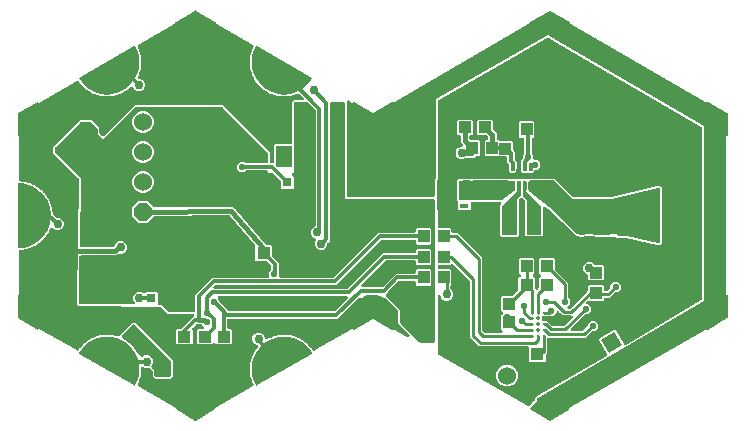
<source format=gbr>
G04 EAGLE Gerber RS-274X export*
G75*
%MOMM*%
%FSLAX34Y34*%
%LPD*%
%INTop Copper*%
%IPPOS*%
%AMOC8*
5,1,8,0,0,1.08239X$1,22.5*%
G01*
%ADD10R,0.800000X0.800000*%
%ADD11P,1.649562X8X112.500000*%
%ADD12R,1.100000X1.000000*%
%ADD13C,1.524000*%
%ADD14R,1.290000X1.290000*%
%ADD15C,1.290000*%
%ADD16R,0.420000X0.750000*%
%ADD17R,2.230000X1.800000*%
%ADD18C,0.254000*%
%ADD19R,0.300000X0.670000*%
%ADD20R,0.800000X0.400000*%
%ADD21R,1.750000X2.500000*%
%ADD22R,0.850000X2.200000*%
%ADD23R,1.000000X1.100000*%
%ADD24C,1.000000*%
%ADD25R,0.754800X0.754800*%
%ADD26C,0.754800*%
%ADD27C,1.200000*%
%ADD28R,1.530000X1.530000*%
%ADD29C,1.530000*%
%ADD30C,0.750000*%
%ADD31C,0.550000*%
%ADD32C,0.304800*%
%ADD33C,0.406400*%
%ADD34C,0.254000*%
%ADD35C,0.352400*%
%ADD36C,0.508000*%

G36*
X132620Y-74307D02*
X132620Y-74307D01*
X132688Y-74310D01*
X132778Y-74291D01*
X132869Y-74281D01*
X132933Y-74258D01*
X132999Y-74243D01*
X133081Y-74202D01*
X133167Y-74171D01*
X133223Y-74132D01*
X133284Y-74101D01*
X133353Y-74041D01*
X133428Y-73989D01*
X133473Y-73938D01*
X133524Y-73893D01*
X133624Y-73767D01*
X133747Y-73589D01*
X133818Y-73451D01*
X133891Y-73312D01*
X133892Y-73309D01*
X133893Y-73307D01*
X133929Y-73153D01*
X133940Y-73103D01*
X134372Y-72653D01*
X134385Y-72636D01*
X134402Y-72621D01*
X134502Y-72495D01*
X134852Y-71987D01*
X134904Y-71971D01*
X134906Y-71969D01*
X134909Y-71968D01*
X135043Y-71885D01*
X135174Y-71804D01*
X135177Y-71801D01*
X135179Y-71800D01*
X135183Y-71795D01*
X135293Y-71695D01*
X135944Y-71017D01*
X136039Y-70889D01*
X136131Y-70767D01*
X136132Y-70764D01*
X136134Y-70762D01*
X136192Y-70619D01*
X136213Y-70568D01*
X136712Y-70194D01*
X136728Y-70179D01*
X136746Y-70167D01*
X136865Y-70058D01*
X137293Y-69613D01*
X137345Y-69606D01*
X137348Y-69604D01*
X137352Y-69604D01*
X137451Y-69562D01*
X137517Y-69543D01*
X137567Y-69514D01*
X137639Y-69484D01*
X137643Y-69482D01*
X137645Y-69481D01*
X137651Y-69476D01*
X137773Y-69396D01*
X137780Y-69392D01*
X137785Y-69386D01*
X137792Y-69382D01*
X137845Y-69329D01*
X137899Y-69289D01*
X137942Y-69234D01*
X138008Y-69170D01*
X138012Y-69164D01*
X138017Y-69159D01*
X138064Y-69081D01*
X138097Y-69040D01*
X138119Y-68990D01*
X138174Y-68899D01*
X138177Y-68892D01*
X138181Y-68886D01*
X138236Y-68734D01*
X138589Y-67532D01*
X138591Y-67520D01*
X138599Y-67496D01*
X138890Y-66387D01*
X139897Y-65838D01*
X139906Y-65831D01*
X139929Y-65819D01*
X198947Y-31337D01*
X199039Y-31266D01*
X199136Y-31202D01*
X199165Y-31170D01*
X199200Y-31143D01*
X199271Y-31052D01*
X199349Y-30966D01*
X199369Y-30928D01*
X199396Y-30893D01*
X199442Y-30787D01*
X199496Y-30685D01*
X199506Y-30642D01*
X199524Y-30602D01*
X199543Y-30488D01*
X199569Y-30375D01*
X199568Y-30331D01*
X199575Y-30288D01*
X199565Y-30173D01*
X199563Y-30057D01*
X199551Y-30015D01*
X199547Y-29971D01*
X199509Y-29862D01*
X199478Y-29751D01*
X199448Y-29691D01*
X199441Y-29671D01*
X199430Y-29655D01*
X199406Y-29606D01*
X192668Y-17935D01*
X192995Y-16715D01*
X205260Y-9633D01*
X206480Y-9960D01*
X213171Y-21549D01*
X213245Y-21646D01*
X213313Y-21748D01*
X213341Y-21772D01*
X213363Y-21802D01*
X213459Y-21878D01*
X213550Y-21960D01*
X213583Y-21977D01*
X213612Y-22000D01*
X213724Y-22049D01*
X213833Y-22106D01*
X213869Y-22114D01*
X213903Y-22129D01*
X214024Y-22150D01*
X214143Y-22177D01*
X214180Y-22176D01*
X214216Y-22182D01*
X214338Y-22172D01*
X214461Y-22169D01*
X214496Y-22159D01*
X214533Y-22156D01*
X214649Y-22116D01*
X214767Y-22082D01*
X214815Y-22058D01*
X214834Y-22051D01*
X214851Y-22040D01*
X214910Y-22010D01*
X279151Y15524D01*
X279233Y15586D01*
X279319Y15641D01*
X279358Y15683D01*
X279404Y15718D01*
X279467Y15798D01*
X279537Y15873D01*
X279565Y15923D01*
X279600Y15968D01*
X279641Y16061D01*
X279691Y16151D01*
X279705Y16207D01*
X279728Y16259D01*
X279744Y16360D01*
X279770Y16459D01*
X279776Y16552D01*
X279779Y16573D01*
X279778Y16587D01*
X279780Y16620D01*
X279780Y161182D01*
X279767Y161284D01*
X279764Y161385D01*
X279748Y161441D01*
X279740Y161498D01*
X279703Y161593D01*
X279674Y161690D01*
X279645Y161740D01*
X279623Y161794D01*
X279564Y161876D01*
X279511Y161964D01*
X279470Y162004D01*
X279437Y162051D01*
X279358Y162116D01*
X279286Y162188D01*
X279208Y162240D01*
X279192Y162254D01*
X279179Y162260D01*
X279152Y162278D01*
X151104Y237233D01*
X151085Y237241D01*
X151030Y237273D01*
X149913Y237831D01*
X149854Y237852D01*
X149798Y237882D01*
X149704Y237905D01*
X149613Y237937D01*
X149550Y237942D01*
X149489Y237957D01*
X149392Y237956D01*
X149296Y237964D01*
X149234Y237954D01*
X149171Y237953D01*
X149078Y237928D01*
X148982Y237912D01*
X148925Y237887D01*
X148864Y237871D01*
X148719Y237800D01*
X56524Y185510D01*
X56435Y185444D01*
X56342Y185385D01*
X56308Y185349D01*
X56269Y185320D01*
X56200Y185234D01*
X56124Y185153D01*
X56100Y185110D01*
X56070Y185072D01*
X56024Y184972D01*
X55970Y184875D01*
X55958Y184827D01*
X55938Y184783D01*
X55919Y184674D01*
X55891Y184567D01*
X55886Y184491D01*
X55882Y184470D01*
X55884Y184452D01*
X55881Y184406D01*
X55881Y78144D01*
X55896Y78026D01*
X55903Y77907D01*
X55916Y77869D01*
X55921Y77828D01*
X55964Y77718D01*
X56001Y77605D01*
X56023Y77570D01*
X56038Y77533D01*
X56108Y77437D01*
X56171Y77336D01*
X56201Y77308D01*
X56224Y77275D01*
X56316Y77199D01*
X56403Y77118D01*
X56438Y77098D01*
X56469Y77073D01*
X56577Y77022D01*
X56681Y76964D01*
X56721Y76954D01*
X56757Y76937D01*
X56874Y76915D01*
X56989Y76885D01*
X57050Y76881D01*
X57070Y76877D01*
X57090Y76879D01*
X57150Y76875D01*
X66519Y76875D01*
X67412Y75982D01*
X67412Y73914D01*
X67427Y73796D01*
X67435Y73677D01*
X67447Y73639D01*
X67452Y73598D01*
X67496Y73488D01*
X67533Y73375D01*
X67554Y73340D01*
X67569Y73303D01*
X67639Y73207D01*
X67703Y73106D01*
X67732Y73078D01*
X67756Y73045D01*
X67848Y72969D01*
X67934Y72888D01*
X67970Y72868D01*
X68001Y72843D01*
X68109Y72792D01*
X68213Y72734D01*
X68252Y72724D01*
X68289Y72707D01*
X68405Y72685D01*
X68521Y72655D01*
X68581Y72651D01*
X68601Y72647D01*
X68621Y72649D01*
X68681Y72645D01*
X72595Y72645D01*
X93282Y51958D01*
X93282Y-9429D01*
X93295Y-9527D01*
X93298Y-9626D01*
X93314Y-9685D01*
X93322Y-9745D01*
X93359Y-9837D01*
X93386Y-9932D01*
X93417Y-9984D01*
X93439Y-10040D01*
X93497Y-10120D01*
X93548Y-10206D01*
X93614Y-10281D01*
X93626Y-10298D01*
X93635Y-10305D01*
X93654Y-10327D01*
X94923Y-11596D01*
X95002Y-11657D01*
X95074Y-11725D01*
X95127Y-11754D01*
X95175Y-11791D01*
X95266Y-11830D01*
X95352Y-11878D01*
X95411Y-11893D01*
X95466Y-11917D01*
X95564Y-11933D01*
X95660Y-11958D01*
X95760Y-11964D01*
X95781Y-11967D01*
X95793Y-11966D01*
X95821Y-11968D01*
X109522Y-11968D01*
X109660Y-11950D01*
X109799Y-11937D01*
X109818Y-11930D01*
X109838Y-11928D01*
X109967Y-11877D01*
X110098Y-11830D01*
X110115Y-11818D01*
X110133Y-11811D01*
X110246Y-11729D01*
X110361Y-11651D01*
X110374Y-11636D01*
X110391Y-11624D01*
X110480Y-11517D01*
X110571Y-11413D01*
X110581Y-11395D01*
X110594Y-11379D01*
X110653Y-11253D01*
X110716Y-11129D01*
X110721Y-11110D01*
X110729Y-11091D01*
X110755Y-10955D01*
X110786Y-10819D01*
X110785Y-10799D01*
X110789Y-10779D01*
X110780Y-10641D01*
X110776Y-10501D01*
X110770Y-10482D01*
X110769Y-10462D01*
X110726Y-10330D01*
X110688Y-10196D01*
X110677Y-10178D01*
X110671Y-10159D01*
X110597Y-10041D01*
X110526Y-9922D01*
X110508Y-9901D01*
X110501Y-9890D01*
X110486Y-9876D01*
X110420Y-9801D01*
X109425Y-8807D01*
X109425Y2457D01*
X109654Y2685D01*
X109714Y2763D01*
X109782Y2835D01*
X109811Y2888D01*
X109848Y2936D01*
X109888Y3027D01*
X109936Y3114D01*
X109951Y3172D01*
X109975Y3228D01*
X109990Y3323D01*
X110683Y4016D01*
X110756Y4110D01*
X110835Y4199D01*
X110853Y4235D01*
X110878Y4267D01*
X110925Y4377D01*
X110979Y4482D01*
X110988Y4522D01*
X111004Y4559D01*
X111023Y4677D01*
X111049Y4793D01*
X111048Y4833D01*
X111054Y4873D01*
X111043Y4992D01*
X111039Y5111D01*
X111028Y5149D01*
X111024Y5190D01*
X110984Y5302D01*
X110951Y5416D01*
X110930Y5451D01*
X110917Y5489D01*
X110850Y5588D01*
X110789Y5690D01*
X110750Y5735D01*
X110738Y5752D01*
X110723Y5766D01*
X110683Y5811D01*
X109425Y7068D01*
X109425Y18332D01*
X110318Y19225D01*
X118497Y19225D01*
X118595Y19237D01*
X118694Y19240D01*
X118752Y19257D01*
X118812Y19265D01*
X118904Y19301D01*
X118999Y19329D01*
X119052Y19359D01*
X119108Y19382D01*
X119188Y19440D01*
X119273Y19490D01*
X119349Y19556D01*
X119365Y19568D01*
X119373Y19578D01*
X119394Y19596D01*
X123804Y24006D01*
X123864Y24084D01*
X123932Y24156D01*
X123961Y24209D01*
X123998Y24257D01*
X124038Y24348D01*
X124086Y24435D01*
X124101Y24493D01*
X124125Y24549D01*
X124140Y24647D01*
X124165Y24743D01*
X124171Y24843D01*
X124175Y24863D01*
X124173Y24875D01*
X124175Y24903D01*
X124175Y34207D01*
X125098Y35129D01*
X125106Y35130D01*
X125125Y35137D01*
X125145Y35140D01*
X125274Y35191D01*
X125405Y35238D01*
X125422Y35249D01*
X125441Y35257D01*
X125553Y35338D01*
X125669Y35416D01*
X125682Y35432D01*
X125698Y35443D01*
X125787Y35551D01*
X125879Y35655D01*
X125888Y35673D01*
X125901Y35688D01*
X125960Y35814D01*
X126024Y35938D01*
X126028Y35958D01*
X126037Y35976D01*
X126063Y36113D01*
X126093Y36248D01*
X126093Y36269D01*
X126096Y36288D01*
X126088Y36427D01*
X126084Y36566D01*
X126078Y36586D01*
X126077Y36606D01*
X126034Y36738D01*
X125995Y36872D01*
X125985Y36889D01*
X125979Y36908D01*
X125904Y37026D01*
X125834Y37146D01*
X125815Y37167D01*
X125808Y37177D01*
X125793Y37191D01*
X125727Y37266D01*
X124675Y38318D01*
X124675Y50582D01*
X125568Y51475D01*
X136832Y51475D01*
X137725Y50582D01*
X137725Y38318D01*
X136673Y37266D01*
X136588Y37157D01*
X136499Y37050D01*
X136490Y37031D01*
X136478Y37015D01*
X136423Y36888D01*
X136363Y36762D01*
X136360Y36742D01*
X136351Y36723D01*
X136330Y36585D01*
X136304Y36449D01*
X136305Y36429D01*
X136302Y36409D01*
X136315Y36270D01*
X136323Y36132D01*
X136330Y36113D01*
X136331Y36093D01*
X136379Y35961D01*
X136421Y35830D01*
X136432Y35812D01*
X136439Y35793D01*
X136517Y35678D01*
X136592Y35561D01*
X136606Y35547D01*
X136618Y35530D01*
X136722Y35438D01*
X136823Y35343D01*
X136841Y35333D01*
X136856Y35320D01*
X136980Y35256D01*
X137102Y35189D01*
X137121Y35184D01*
X137139Y35175D01*
X137275Y35145D01*
X137291Y35141D01*
X138225Y34207D01*
X138225Y26028D01*
X138237Y25930D01*
X138240Y25831D01*
X138257Y25773D01*
X138265Y25713D01*
X138301Y25621D01*
X138329Y25526D01*
X138345Y25498D01*
X138351Y25435D01*
X138358Y25416D01*
X138360Y25396D01*
X138411Y25267D01*
X138458Y25136D01*
X138470Y25119D01*
X138477Y25101D01*
X138559Y24988D01*
X138637Y24873D01*
X138652Y24860D01*
X138664Y24843D01*
X138771Y24754D01*
X138875Y24663D01*
X138893Y24653D01*
X138909Y24640D01*
X139035Y24581D01*
X139159Y24518D01*
X139178Y24513D01*
X139197Y24505D01*
X139333Y24479D01*
X139469Y24448D01*
X139489Y24449D01*
X139509Y24445D01*
X139647Y24454D01*
X139787Y24458D01*
X139806Y24464D01*
X139826Y24465D01*
X139959Y24508D01*
X140092Y24546D01*
X140110Y24557D01*
X140129Y24563D01*
X140246Y24637D01*
X140366Y24708D01*
X140387Y24727D01*
X140398Y24733D01*
X140412Y24748D01*
X140487Y24814D01*
X140804Y25131D01*
X140864Y25209D01*
X140932Y25281D01*
X140961Y25334D01*
X140998Y25382D01*
X141038Y25473D01*
X141086Y25560D01*
X141101Y25618D01*
X141125Y25674D01*
X141140Y25772D01*
X141165Y25868D01*
X141171Y25968D01*
X141175Y25988D01*
X141173Y26000D01*
X141175Y26028D01*
X141175Y34207D01*
X142098Y35129D01*
X142106Y35130D01*
X142125Y35137D01*
X142145Y35140D01*
X142274Y35191D01*
X142405Y35238D01*
X142422Y35249D01*
X142441Y35257D01*
X142553Y35338D01*
X142669Y35416D01*
X142682Y35432D01*
X142698Y35443D01*
X142787Y35551D01*
X142879Y35655D01*
X142888Y35673D01*
X142901Y35688D01*
X142960Y35814D01*
X143024Y35938D01*
X143028Y35958D01*
X143037Y35976D01*
X143063Y36113D01*
X143093Y36248D01*
X143093Y36269D01*
X143096Y36288D01*
X143088Y36427D01*
X143084Y36566D01*
X143078Y36586D01*
X143077Y36606D01*
X143034Y36738D01*
X142995Y36872D01*
X142985Y36889D01*
X142979Y36908D01*
X142904Y37026D01*
X142834Y37146D01*
X142815Y37167D01*
X142808Y37177D01*
X142793Y37191D01*
X142727Y37266D01*
X141675Y38318D01*
X141675Y50582D01*
X142568Y51475D01*
X153832Y51475D01*
X154725Y50582D01*
X154725Y42403D01*
X154737Y42305D01*
X154740Y42206D01*
X154757Y42148D01*
X154765Y42088D01*
X154801Y41996D01*
X154829Y41901D01*
X154859Y41848D01*
X154882Y41792D01*
X154940Y41712D01*
X154990Y41627D01*
X155056Y41551D01*
X155068Y41535D01*
X155078Y41527D01*
X155096Y41506D01*
X164298Y32304D01*
X166307Y30295D01*
X166307Y18064D01*
X166320Y17966D01*
X166323Y17867D01*
X166339Y17808D01*
X166347Y17748D01*
X166384Y17656D01*
X166411Y17561D01*
X166442Y17509D01*
X166464Y17453D01*
X166522Y17373D01*
X166573Y17287D01*
X166639Y17212D01*
X166651Y17195D01*
X166660Y17188D01*
X166679Y17166D01*
X167787Y16058D01*
X167787Y12517D01*
X165800Y10530D01*
X165715Y10420D01*
X165626Y10313D01*
X165618Y10295D01*
X165605Y10279D01*
X165550Y10151D01*
X165491Y10025D01*
X165487Y10006D01*
X165479Y9987D01*
X165457Y9849D01*
X165431Y9713D01*
X165432Y9693D01*
X165429Y9673D01*
X165442Y9534D01*
X165451Y9396D01*
X165457Y9376D01*
X165459Y9356D01*
X165506Y9225D01*
X165549Y9093D01*
X165560Y9076D01*
X165567Y9057D01*
X165645Y8942D01*
X165719Y8824D01*
X165734Y8810D01*
X165745Y8794D01*
X165849Y8702D01*
X165951Y8606D01*
X165968Y8597D01*
X165984Y8583D01*
X166108Y8520D01*
X166229Y8453D01*
X166249Y8448D01*
X166267Y8439D01*
X166403Y8408D01*
X166537Y8373D01*
X166565Y8372D01*
X166577Y8369D01*
X166598Y8370D01*
X166698Y8363D01*
X167398Y8363D01*
X167496Y8376D01*
X167595Y8379D01*
X167653Y8395D01*
X167713Y8403D01*
X167805Y8440D01*
X167900Y8467D01*
X167953Y8498D01*
X168009Y8520D01*
X168089Y8578D01*
X168174Y8629D01*
X168250Y8695D01*
X168266Y8707D01*
X168274Y8716D01*
X168295Y8735D01*
X182310Y22750D01*
X182370Y22828D01*
X182438Y22900D01*
X182468Y22953D01*
X182505Y23001D01*
X182544Y23092D01*
X182592Y23178D01*
X182607Y23237D01*
X182631Y23293D01*
X182647Y23391D01*
X182671Y23486D01*
X182678Y23586D01*
X182681Y23607D01*
X182680Y23619D01*
X182682Y23647D01*
X182682Y27507D01*
X183575Y28400D01*
X195838Y28400D01*
X196731Y27507D01*
X196731Y24701D01*
X196746Y24583D01*
X196753Y24465D01*
X196766Y24426D01*
X196771Y24386D01*
X196815Y24275D01*
X196851Y24162D01*
X196873Y24128D01*
X196888Y24090D01*
X196958Y23994D01*
X197021Y23893D01*
X197051Y23866D01*
X197075Y23833D01*
X197166Y23757D01*
X197253Y23675D01*
X197289Y23656D01*
X197320Y23630D01*
X197427Y23579D01*
X197532Y23522D01*
X197571Y23512D01*
X197607Y23495D01*
X197724Y23472D01*
X197840Y23442D01*
X197900Y23439D01*
X197920Y23435D01*
X197940Y23436D01*
X198000Y23432D01*
X198342Y23432D01*
X198440Y23445D01*
X198539Y23448D01*
X198597Y23464D01*
X198657Y23472D01*
X198749Y23509D01*
X198844Y23536D01*
X198897Y23567D01*
X198953Y23589D01*
X199033Y23647D01*
X199118Y23698D01*
X199194Y23764D01*
X199210Y23776D01*
X199218Y23785D01*
X199239Y23804D01*
X201729Y26293D01*
X201789Y26372D01*
X201857Y26444D01*
X201886Y26497D01*
X201923Y26545D01*
X201963Y26636D01*
X202011Y26722D01*
X202026Y26781D01*
X202050Y26836D01*
X202065Y26934D01*
X202090Y27030D01*
X202096Y27130D01*
X202100Y27151D01*
X202098Y27163D01*
X202100Y27191D01*
X202100Y28758D01*
X204604Y31262D01*
X208146Y31262D01*
X210650Y28758D01*
X210650Y25217D01*
X208146Y22713D01*
X206578Y22713D01*
X206480Y22700D01*
X206381Y22697D01*
X206323Y22681D01*
X206263Y22673D01*
X206171Y22636D01*
X206076Y22609D01*
X206023Y22578D01*
X205967Y22556D01*
X205887Y22498D01*
X205802Y22447D01*
X205726Y22381D01*
X205710Y22369D01*
X205702Y22360D01*
X205681Y22341D01*
X201183Y17843D01*
X198000Y17843D01*
X197882Y17828D01*
X197763Y17820D01*
X197725Y17808D01*
X197685Y17803D01*
X197574Y17759D01*
X197461Y17722D01*
X197427Y17701D01*
X197389Y17686D01*
X197293Y17616D01*
X197192Y17552D01*
X197164Y17523D01*
X197132Y17499D01*
X197056Y17407D01*
X196974Y17321D01*
X196955Y17285D01*
X196929Y17254D01*
X196878Y17146D01*
X196821Y17042D01*
X196811Y17003D01*
X196793Y16966D01*
X196771Y16850D01*
X196741Y16734D01*
X196737Y16674D01*
X196734Y16654D01*
X196735Y16634D01*
X196731Y16574D01*
X196731Y16244D01*
X195838Y15350D01*
X183341Y15350D01*
X183243Y15338D01*
X183144Y15335D01*
X183086Y15318D01*
X183026Y15311D01*
X182934Y15274D01*
X182838Y15247D01*
X182786Y15216D01*
X182730Y15194D01*
X182650Y15135D01*
X182564Y15085D01*
X182489Y15019D01*
X182472Y15007D01*
X182465Y14997D01*
X182444Y14979D01*
X181844Y14379D01*
X181759Y14269D01*
X181670Y14162D01*
X181661Y14144D01*
X181649Y14128D01*
X181593Y14000D01*
X181534Y13874D01*
X181531Y13855D01*
X181523Y13836D01*
X181501Y13698D01*
X181475Y13562D01*
X181476Y13542D01*
X181473Y13522D01*
X181486Y13383D01*
X181494Y13245D01*
X181501Y13225D01*
X181502Y13205D01*
X181550Y13074D01*
X181592Y12942D01*
X181603Y12925D01*
X181610Y12906D01*
X181688Y12791D01*
X181763Y12673D01*
X181777Y12659D01*
X181789Y12643D01*
X181893Y12551D01*
X181994Y12455D01*
X182012Y12446D01*
X182027Y12432D01*
X182151Y12369D01*
X182273Y12302D01*
X182292Y12297D01*
X182310Y12288D01*
X182446Y12257D01*
X182581Y12222D01*
X182609Y12221D01*
X182621Y12218D01*
X182641Y12219D01*
X182741Y12212D01*
X182746Y12212D01*
X185250Y9708D01*
X185250Y6167D01*
X182746Y3663D01*
X181178Y3663D01*
X181080Y3650D01*
X180981Y3647D01*
X180923Y3631D01*
X180863Y3623D01*
X180771Y3586D01*
X180676Y3559D01*
X180623Y3528D01*
X180567Y3506D01*
X180487Y3448D01*
X180402Y3397D01*
X180326Y3331D01*
X180310Y3319D01*
X180302Y3310D01*
X180281Y3291D01*
X168805Y-8185D01*
X168719Y-8295D01*
X168631Y-8402D01*
X168622Y-8420D01*
X168610Y-8436D01*
X168554Y-8564D01*
X168495Y-8690D01*
X168491Y-8710D01*
X168483Y-8728D01*
X168461Y-8866D01*
X168435Y-9002D01*
X168437Y-9022D01*
X168434Y-9042D01*
X168447Y-9181D01*
X168455Y-9320D01*
X168461Y-9339D01*
X168463Y-9359D01*
X168511Y-9490D01*
X168553Y-9622D01*
X168564Y-9639D01*
X168571Y-9658D01*
X168649Y-9773D01*
X168723Y-9891D01*
X168738Y-9905D01*
X168750Y-9921D01*
X168854Y-10013D01*
X168955Y-10109D01*
X168973Y-10118D01*
X168988Y-10132D01*
X169112Y-10195D01*
X169234Y-10262D01*
X169253Y-10267D01*
X169271Y-10276D01*
X169407Y-10307D01*
X169541Y-10342D01*
X169570Y-10343D01*
X169582Y-10346D01*
X169602Y-10346D01*
X169702Y-10352D01*
X178341Y-10352D01*
X178439Y-10339D01*
X178538Y-10336D01*
X178596Y-10320D01*
X178657Y-10312D01*
X178749Y-10276D01*
X178844Y-10248D01*
X178896Y-10217D01*
X178952Y-10195D01*
X179032Y-10137D01*
X179118Y-10087D01*
X179193Y-10020D01*
X179210Y-10008D01*
X179217Y-9999D01*
X179239Y-9980D01*
X182679Y-6540D01*
X182739Y-6462D01*
X182807Y-6390D01*
X182836Y-6337D01*
X182873Y-6289D01*
X182913Y-6198D01*
X182961Y-6111D01*
X182976Y-6053D01*
X183000Y-5997D01*
X183015Y-5899D01*
X183040Y-5803D01*
X183046Y-5703D01*
X183050Y-5683D01*
X183048Y-5671D01*
X183050Y-5643D01*
X183050Y-4075D01*
X185554Y-1571D01*
X189096Y-1571D01*
X191600Y-4075D01*
X191600Y-7617D01*
X189096Y-10121D01*
X187528Y-10121D01*
X187430Y-10133D01*
X187331Y-10136D01*
X187273Y-10153D01*
X187213Y-10161D01*
X187121Y-10197D01*
X187026Y-10225D01*
X186973Y-10255D01*
X186917Y-10278D01*
X186837Y-10336D01*
X186752Y-10386D01*
X186676Y-10452D01*
X186660Y-10464D01*
X186652Y-10474D01*
X186631Y-10492D01*
X181182Y-15941D01*
X149589Y-15941D01*
X149471Y-15956D01*
X149353Y-15964D01*
X149314Y-15976D01*
X149274Y-15981D01*
X149163Y-16025D01*
X149050Y-16062D01*
X149016Y-16083D01*
X148978Y-16098D01*
X148882Y-16168D01*
X148781Y-16232D01*
X148754Y-16261D01*
X148721Y-16285D01*
X148645Y-16377D01*
X148563Y-16463D01*
X148544Y-16499D01*
X148518Y-16530D01*
X148467Y-16638D01*
X148410Y-16742D01*
X148400Y-16781D01*
X148383Y-16818D01*
X148360Y-16935D01*
X148330Y-17050D01*
X148327Y-17110D01*
X148323Y-17130D01*
X148324Y-17150D01*
X148320Y-17211D01*
X148320Y-27924D01*
X148334Y-28032D01*
X148339Y-28142D01*
X148357Y-28217D01*
X148360Y-28239D01*
X148366Y-28255D01*
X148377Y-28298D01*
X148537Y-28818D01*
X148467Y-28951D01*
X148443Y-29016D01*
X148410Y-29075D01*
X148387Y-29164D01*
X148355Y-29249D01*
X148348Y-29317D01*
X148330Y-29383D01*
X148320Y-29544D01*
X148320Y-29695D01*
X147935Y-30079D01*
X147868Y-30166D01*
X147794Y-30247D01*
X147754Y-30313D01*
X147740Y-30331D01*
X147734Y-30347D01*
X147710Y-30384D01*
X147434Y-30908D01*
X147410Y-30972D01*
X147377Y-31032D01*
X147354Y-31120D01*
X147322Y-31205D01*
X147315Y-31273D01*
X147297Y-31340D01*
X147287Y-31500D01*
X147287Y-35794D01*
X146394Y-36687D01*
X134131Y-36687D01*
X133238Y-35794D01*
X133238Y-24701D01*
X133223Y-24583D01*
X133215Y-24465D01*
X133203Y-24426D01*
X133198Y-24386D01*
X133154Y-24275D01*
X133117Y-24162D01*
X133096Y-24128D01*
X133081Y-24090D01*
X133011Y-23994D01*
X132947Y-23893D01*
X132918Y-23866D01*
X132894Y-23833D01*
X132802Y-23757D01*
X132716Y-23675D01*
X132680Y-23656D01*
X132649Y-23630D01*
X132541Y-23579D01*
X132437Y-23522D01*
X132398Y-23512D01*
X132361Y-23495D01*
X132245Y-23472D01*
X132129Y-23442D01*
X132069Y-23439D01*
X132049Y-23435D01*
X132029Y-23436D01*
X131969Y-23432D01*
X90917Y-23432D01*
X82930Y-15445D01*
X82930Y31654D01*
X82918Y31752D01*
X82915Y31851D01*
X82898Y31910D01*
X82890Y31970D01*
X82854Y32062D01*
X82826Y32157D01*
X82796Y32209D01*
X82773Y32265D01*
X82715Y32345D01*
X82665Y32431D01*
X82599Y32506D01*
X82587Y32523D01*
X82577Y32530D01*
X82559Y32552D01*
X69031Y46079D01*
X68937Y46153D01*
X68847Y46231D01*
X68811Y46250D01*
X68779Y46274D01*
X68670Y46322D01*
X68564Y46376D01*
X68525Y46385D01*
X68488Y46401D01*
X68370Y46419D01*
X68254Y46445D01*
X68214Y46444D01*
X68174Y46451D01*
X68055Y46439D01*
X67936Y46436D01*
X67897Y46425D01*
X67857Y46421D01*
X67745Y46380D01*
X67630Y46347D01*
X67596Y46327D01*
X67558Y46313D01*
X67459Y46246D01*
X67357Y46186D01*
X67311Y46146D01*
X67294Y46135D01*
X67281Y46119D01*
X67236Y46079D01*
X66519Y45363D01*
X57150Y45363D01*
X57032Y45348D01*
X56913Y45340D01*
X56875Y45328D01*
X56834Y45323D01*
X56724Y45279D01*
X56611Y45242D01*
X56576Y45221D01*
X56539Y45206D01*
X56443Y45136D01*
X56342Y45072D01*
X56314Y45043D01*
X56281Y45019D01*
X56206Y44927D01*
X56124Y44841D01*
X56104Y44805D01*
X56079Y44774D01*
X56028Y44666D01*
X55970Y44562D01*
X55960Y44523D01*
X55943Y44486D01*
X55921Y44370D01*
X55891Y44254D01*
X55887Y44194D01*
X55883Y44174D01*
X55885Y44154D01*
X55881Y44094D01*
X55881Y43219D01*
X55896Y43101D01*
X55903Y42982D01*
X55916Y42944D01*
X55921Y42903D01*
X55964Y42793D01*
X56001Y42680D01*
X56023Y42645D01*
X56038Y42608D01*
X56108Y42512D01*
X56171Y42411D01*
X56201Y42383D01*
X56224Y42350D01*
X56316Y42274D01*
X56403Y42193D01*
X56438Y42173D01*
X56469Y42148D01*
X56577Y42097D01*
X56681Y42039D01*
X56721Y42029D01*
X56757Y42012D01*
X56874Y41990D01*
X56989Y41960D01*
X57050Y41956D01*
X57070Y41952D01*
X57090Y41954D01*
X57150Y41950D01*
X66519Y41950D01*
X67412Y41057D01*
X67412Y28793D01*
X66667Y28048D01*
X66606Y27970D01*
X66538Y27897D01*
X66509Y27844D01*
X66472Y27796D01*
X66432Y27706D01*
X66384Y27619D01*
X66369Y27560D01*
X66345Y27505D01*
X66330Y27407D01*
X66305Y27311D01*
X66299Y27211D01*
X66295Y27190D01*
X66297Y27178D01*
X66295Y27150D01*
X66295Y25828D01*
X66307Y25730D01*
X66310Y25631D01*
X66327Y25573D01*
X66335Y25513D01*
X66371Y25421D01*
X66399Y25325D01*
X66429Y25273D01*
X66452Y25217D01*
X66510Y25137D01*
X66560Y25051D01*
X66626Y24976D01*
X66638Y24960D01*
X66648Y24952D01*
X66666Y24931D01*
X67972Y23625D01*
X68775Y21687D01*
X68775Y19588D01*
X67972Y17650D01*
X66488Y16166D01*
X64549Y15363D01*
X62451Y15363D01*
X60512Y16166D01*
X59028Y17650D01*
X58323Y19353D01*
X58288Y19414D01*
X58262Y19479D01*
X58210Y19551D01*
X58165Y19629D01*
X58117Y19680D01*
X58076Y19736D01*
X58006Y19793D01*
X57944Y19858D01*
X57884Y19894D01*
X57831Y19939D01*
X57749Y19977D01*
X57673Y20024D01*
X57606Y20045D01*
X57543Y20074D01*
X57455Y20091D01*
X57369Y20118D01*
X57299Y20121D01*
X57231Y20134D01*
X57141Y20129D01*
X57051Y20133D01*
X56983Y20119D01*
X56913Y20114D01*
X56828Y20087D01*
X56740Y20069D01*
X56677Y20038D01*
X56611Y20016D01*
X56535Y19968D01*
X56454Y19929D01*
X56401Y19884D01*
X56342Y19846D01*
X56280Y19781D01*
X56212Y19723D01*
X56172Y19666D01*
X56124Y19615D01*
X56081Y19536D01*
X56029Y19463D01*
X56004Y19397D01*
X55970Y19336D01*
X55948Y19249D01*
X55916Y19165D01*
X55908Y19096D01*
X55891Y19028D01*
X55881Y18868D01*
X55881Y-29498D01*
X55894Y-29602D01*
X55898Y-29708D01*
X55914Y-29760D01*
X55921Y-29813D01*
X55959Y-29911D01*
X55990Y-30013D01*
X56018Y-30059D01*
X56038Y-30109D01*
X56100Y-30194D01*
X56154Y-30285D01*
X56193Y-30323D01*
X56224Y-30366D01*
X56306Y-30434D01*
X56381Y-30508D01*
X56453Y-30555D01*
X56469Y-30569D01*
X56483Y-30576D01*
X56515Y-30597D01*
X131945Y-74145D01*
X132008Y-74171D01*
X132066Y-74206D01*
X132153Y-74232D01*
X132238Y-74268D01*
X132305Y-74278D01*
X132370Y-74297D01*
X132462Y-74301D01*
X132552Y-74314D01*
X132620Y-74307D01*
G37*
G36*
X52506Y-20304D02*
X52506Y-20304D01*
X52624Y-20297D01*
X52663Y-20284D01*
X52703Y-20279D01*
X52814Y-20236D01*
X52927Y-20199D01*
X52961Y-20177D01*
X52999Y-20162D01*
X53095Y-20093D01*
X53196Y-20029D01*
X53223Y-19999D01*
X53256Y-19976D01*
X53332Y-19884D01*
X53414Y-19797D01*
X53433Y-19762D01*
X53459Y-19731D01*
X53510Y-19623D01*
X53567Y-19519D01*
X53577Y-19479D01*
X53594Y-19443D01*
X53617Y-19326D01*
X53647Y-19211D01*
X53650Y-19151D01*
X53654Y-19131D01*
X53653Y-19110D01*
X53657Y-19050D01*
X53657Y90686D01*
X53644Y90785D01*
X53641Y90883D01*
X53625Y90942D01*
X53617Y91002D01*
X53581Y91094D01*
X53553Y91189D01*
X53522Y91241D01*
X53500Y91297D01*
X53442Y91377D01*
X53391Y91463D01*
X53325Y91538D01*
X53313Y91555D01*
X53304Y91563D01*
X53285Y91584D01*
X53225Y91643D01*
X53225Y99981D01*
X53210Y100099D01*
X53203Y100218D01*
X53190Y100256D01*
X53185Y100297D01*
X53142Y100407D01*
X53105Y100520D01*
X53083Y100555D01*
X53068Y100592D01*
X52999Y100688D01*
X52935Y100789D01*
X52905Y100817D01*
X52882Y100850D01*
X52790Y100926D01*
X52703Y101007D01*
X52668Y101027D01*
X52637Y101052D01*
X52529Y101103D01*
X52425Y101161D01*
X52385Y101171D01*
X52349Y101188D01*
X52232Y101210D01*
X52117Y101240D01*
X52057Y101244D01*
X52037Y101248D01*
X52016Y101246D01*
X51956Y101250D01*
X43554Y101250D01*
X43472Y101272D01*
X43372Y101278D01*
X43352Y101281D01*
X43340Y101280D01*
X43311Y101282D01*
X-22801Y101282D01*
X-22801Y182210D01*
X-22816Y182328D01*
X-22823Y182447D01*
X-22836Y182485D01*
X-22841Y182525D01*
X-22885Y182636D01*
X-22921Y182749D01*
X-22943Y182783D01*
X-22958Y182821D01*
X-23028Y182917D01*
X-23092Y183018D01*
X-23121Y183046D01*
X-23145Y183078D01*
X-23237Y183154D01*
X-23323Y183236D01*
X-23359Y183255D01*
X-23390Y183281D01*
X-23497Y183332D01*
X-23602Y183389D01*
X-23641Y183400D01*
X-23677Y183417D01*
X-23794Y183439D01*
X-23910Y183469D01*
X-23970Y183473D01*
X-23990Y183477D01*
X-24010Y183475D01*
X-24070Y183479D01*
X-34060Y183479D01*
X-34178Y183464D01*
X-34297Y183457D01*
X-34335Y183444D01*
X-34376Y183439D01*
X-34486Y183395D01*
X-34599Y183359D01*
X-34634Y183337D01*
X-34671Y183322D01*
X-34767Y183252D01*
X-34868Y183189D01*
X-34896Y183159D01*
X-34929Y183135D01*
X-35005Y183044D01*
X-35086Y182957D01*
X-35106Y182922D01*
X-35131Y182890D01*
X-35182Y182783D01*
X-35240Y182678D01*
X-35250Y182639D01*
X-35267Y182603D01*
X-35289Y182486D01*
X-35319Y182371D01*
X-35323Y182310D01*
X-35327Y182290D01*
X-35325Y182270D01*
X-35329Y182210D01*
X-35329Y66072D01*
X-37216Y64185D01*
X-37277Y64107D01*
X-37345Y64035D01*
X-37374Y63982D01*
X-37411Y63934D01*
X-37450Y63843D01*
X-37498Y63756D01*
X-37513Y63698D01*
X-37537Y63642D01*
X-37553Y63544D01*
X-37578Y63448D01*
X-37584Y63348D01*
X-37587Y63328D01*
X-37586Y63316D01*
X-37588Y63288D01*
X-37588Y62451D01*
X-38391Y60512D01*
X-39875Y59028D01*
X-41813Y58225D01*
X-43912Y58225D01*
X-45850Y59028D01*
X-47334Y60512D01*
X-48137Y62451D01*
X-48137Y64549D01*
X-47337Y66480D01*
X-47306Y66595D01*
X-47267Y66708D01*
X-47264Y66748D01*
X-47253Y66787D01*
X-47252Y66906D01*
X-47242Y67025D01*
X-47249Y67064D01*
X-47248Y67105D01*
X-47276Y67221D01*
X-47296Y67338D01*
X-47313Y67375D01*
X-47323Y67414D01*
X-47378Y67519D01*
X-47427Y67628D01*
X-47452Y67660D01*
X-47471Y67695D01*
X-47551Y67783D01*
X-47626Y67876D01*
X-47658Y67901D01*
X-47685Y67931D01*
X-47785Y67996D01*
X-47880Y68068D01*
X-47934Y68094D01*
X-47951Y68105D01*
X-47970Y68112D01*
X-48024Y68139D01*
X-49025Y68553D01*
X-50509Y70037D01*
X-51312Y71976D01*
X-51312Y74074D01*
X-50509Y76013D01*
X-49025Y77497D01*
X-48282Y77805D01*
X-48257Y77819D01*
X-48229Y77828D01*
X-48119Y77898D01*
X-48006Y77962D01*
X-47985Y77983D01*
X-47960Y77998D01*
X-47871Y78093D01*
X-47778Y78183D01*
X-47762Y78209D01*
X-47742Y78230D01*
X-47679Y78344D01*
X-47611Y78454D01*
X-47603Y78483D01*
X-47588Y78509D01*
X-47556Y78634D01*
X-47518Y78758D01*
X-47516Y78788D01*
X-47509Y78816D01*
X-47499Y78977D01*
X-47499Y176149D01*
X-47511Y176247D01*
X-47514Y176346D01*
X-47531Y176404D01*
X-47539Y176464D01*
X-47575Y176557D01*
X-47603Y176652D01*
X-47633Y176704D01*
X-47656Y176760D01*
X-47714Y176840D01*
X-47764Y176926D01*
X-47830Y177001D01*
X-47842Y177017D01*
X-47852Y177025D01*
X-47870Y177046D01*
X-53931Y183107D01*
X-54010Y183168D01*
X-54082Y183236D01*
X-54135Y183265D01*
X-54183Y183302D01*
X-54274Y183342D01*
X-54360Y183389D01*
X-54419Y183405D01*
X-54475Y183429D01*
X-54572Y183444D01*
X-54668Y183469D01*
X-54768Y183475D01*
X-54789Y183478D01*
X-54801Y183477D01*
X-54829Y183479D01*
X-64735Y183479D01*
X-64853Y183464D01*
X-64972Y183457D01*
X-65010Y183444D01*
X-65050Y183439D01*
X-65161Y183395D01*
X-65274Y183359D01*
X-65308Y183337D01*
X-65346Y183322D01*
X-65442Y183252D01*
X-65543Y183189D01*
X-65571Y183159D01*
X-65603Y183135D01*
X-65679Y183044D01*
X-65761Y182957D01*
X-65780Y182922D01*
X-65806Y182890D01*
X-65857Y182783D01*
X-65914Y182678D01*
X-65925Y182639D01*
X-65942Y182603D01*
X-65964Y182486D01*
X-65994Y182371D01*
X-65998Y182310D01*
X-66002Y182290D01*
X-66000Y182270D01*
X-66004Y182210D01*
X-66004Y123507D01*
X-66274Y123507D01*
X-66411Y123489D01*
X-66550Y123476D01*
X-66569Y123469D01*
X-66589Y123467D01*
X-66718Y123416D01*
X-66849Y123369D01*
X-66866Y123357D01*
X-66885Y123350D01*
X-66997Y123268D01*
X-67112Y123190D01*
X-67126Y123175D01*
X-67142Y123163D01*
X-67231Y123056D01*
X-67323Y122952D01*
X-67332Y122934D01*
X-67345Y122918D01*
X-67404Y122792D01*
X-67468Y122668D01*
X-67472Y122649D01*
X-67481Y122630D01*
X-67507Y122494D01*
X-67537Y122358D01*
X-67537Y122338D01*
X-67540Y122318D01*
X-67532Y122180D01*
X-67528Y122040D01*
X-67522Y122021D01*
X-67521Y122001D01*
X-67478Y121868D01*
X-67439Y121735D01*
X-67429Y121717D01*
X-67423Y121698D01*
X-67348Y121581D01*
X-67278Y121461D01*
X-67259Y121440D01*
X-67252Y121429D01*
X-67238Y121415D01*
X-67171Y121340D01*
X-65913Y120082D01*
X-65913Y110818D01*
X-66806Y109925D01*
X-76069Y109925D01*
X-76962Y110818D01*
X-76962Y116137D01*
X-76975Y116236D01*
X-76978Y116335D01*
X-76994Y116393D01*
X-77002Y116453D01*
X-77039Y116545D01*
X-77066Y116640D01*
X-77097Y116692D01*
X-77119Y116749D01*
X-77177Y116829D01*
X-77228Y116914D01*
X-77294Y116989D01*
X-77306Y117006D01*
X-77315Y117014D01*
X-77334Y117035D01*
X-83434Y123135D01*
X-83512Y123196D01*
X-83584Y123264D01*
X-83637Y123293D01*
X-83685Y123330D01*
X-83776Y123369D01*
X-83863Y123417D01*
X-83921Y123432D01*
X-83977Y123456D01*
X-84075Y123472D01*
X-84171Y123497D01*
X-84271Y123503D01*
X-84291Y123506D01*
X-84304Y123505D01*
X-84332Y123507D01*
X-86787Y123507D01*
X-87643Y124363D01*
X-87646Y124388D01*
X-87653Y124506D01*
X-87666Y124545D01*
X-87671Y124585D01*
X-87714Y124696D01*
X-87751Y124809D01*
X-87773Y124843D01*
X-87788Y124881D01*
X-87858Y124977D01*
X-87921Y125078D01*
X-87951Y125105D01*
X-87974Y125138D01*
X-88066Y125214D01*
X-88153Y125296D01*
X-88188Y125315D01*
X-88219Y125341D01*
X-88327Y125392D01*
X-88431Y125449D01*
X-88471Y125459D01*
X-88507Y125476D01*
X-88624Y125499D01*
X-88739Y125529D01*
X-88800Y125532D01*
X-88820Y125536D01*
X-88840Y125535D01*
X-88900Y125539D01*
X-106015Y125539D01*
X-106113Y125526D01*
X-106212Y125523D01*
X-106271Y125507D01*
X-106331Y125499D01*
X-106423Y125462D01*
X-106518Y125435D01*
X-106570Y125404D01*
X-106626Y125382D01*
X-106706Y125324D01*
X-106792Y125273D01*
X-106867Y125207D01*
X-106884Y125195D01*
X-106891Y125186D01*
X-106913Y125167D01*
X-107767Y124313D01*
X-111308Y124313D01*
X-113812Y126817D01*
X-113812Y130358D01*
X-111308Y132862D01*
X-107767Y132862D01*
X-106913Y132008D01*
X-106834Y131947D01*
X-106762Y131879D01*
X-106709Y131850D01*
X-106661Y131813D01*
X-106570Y131774D01*
X-106484Y131726D01*
X-106425Y131711D01*
X-106369Y131687D01*
X-106272Y131671D01*
X-106176Y131646D01*
X-106076Y131640D01*
X-106055Y131637D01*
X-106043Y131638D01*
X-106015Y131636D01*
X-88900Y131636D01*
X-88782Y131651D01*
X-88663Y131659D01*
X-88625Y131671D01*
X-88584Y131676D01*
X-88474Y131720D01*
X-88361Y131757D01*
X-88326Y131778D01*
X-88289Y131793D01*
X-88193Y131863D01*
X-88092Y131927D01*
X-88064Y131956D01*
X-88031Y131980D01*
X-87956Y132072D01*
X-87874Y132158D01*
X-87854Y132194D01*
X-87829Y132225D01*
X-87778Y132333D01*
X-87720Y132437D01*
X-87710Y132476D01*
X-87693Y132513D01*
X-87671Y132629D01*
X-87641Y132745D01*
X-87637Y132805D01*
X-87633Y132825D01*
X-87635Y132845D01*
X-87631Y132905D01*
X-87631Y139700D01*
X-87643Y139798D01*
X-87646Y139897D01*
X-87663Y139955D01*
X-87671Y140016D01*
X-87707Y140108D01*
X-87735Y140203D01*
X-87765Y140255D01*
X-87788Y140311D01*
X-87846Y140391D01*
X-87896Y140477D01*
X-87962Y140552D01*
X-87974Y140569D01*
X-87984Y140576D01*
X-88003Y140598D01*
X-126103Y178698D01*
X-126182Y178759D01*
X-126254Y178827D01*
X-126307Y178856D01*
X-126355Y178893D01*
X-126446Y178933D01*
X-126532Y178981D01*
X-126591Y178996D01*
X-126647Y179020D01*
X-126745Y179035D01*
X-126840Y179060D01*
X-126940Y179066D01*
X-126961Y179070D01*
X-126973Y179068D01*
X-127001Y179070D01*
X-199727Y179067D01*
X-199820Y179055D01*
X-199914Y179053D01*
X-199977Y179035D01*
X-200043Y179027D01*
X-200130Y178992D01*
X-200220Y178967D01*
X-200277Y178934D01*
X-200338Y178910D01*
X-200414Y178855D01*
X-200495Y178808D01*
X-200581Y178733D01*
X-200596Y178723D01*
X-200602Y178716D01*
X-200617Y178703D01*
X-227887Y151894D01*
X-232093Y156101D01*
X-232093Y160338D01*
X-232106Y160436D01*
X-232109Y160535D01*
X-232126Y160593D01*
X-232133Y160653D01*
X-232170Y160745D01*
X-232197Y160840D01*
X-232228Y160892D01*
X-232250Y160949D01*
X-232308Y161029D01*
X-232359Y161114D01*
X-232425Y161190D01*
X-232437Y161206D01*
X-232446Y161214D01*
X-232465Y161235D01*
X-237228Y165998D01*
X-237306Y166058D01*
X-237378Y166126D01*
X-237431Y166155D01*
X-237479Y166192D01*
X-237570Y166232D01*
X-237656Y166280D01*
X-237715Y166295D01*
X-237771Y166319D01*
X-237869Y166334D01*
X-237964Y166359D01*
X-238064Y166365D01*
X-238085Y166369D01*
X-238097Y166367D01*
X-238125Y166369D01*
X-246063Y166369D01*
X-246161Y166357D01*
X-246260Y166354D01*
X-246318Y166337D01*
X-246378Y166329D01*
X-246470Y166293D01*
X-246565Y166265D01*
X-246617Y166235D01*
X-246674Y166212D01*
X-246754Y166154D01*
X-246839Y166104D01*
X-246915Y166038D01*
X-246931Y166026D01*
X-246939Y166016D01*
X-246960Y165998D01*
X-267598Y145360D01*
X-267658Y145282D01*
X-267726Y145210D01*
X-267755Y145157D01*
X-267792Y145109D01*
X-267832Y145018D01*
X-267880Y144931D01*
X-267895Y144873D01*
X-267919Y144817D01*
X-267934Y144719D01*
X-267959Y144623D01*
X-267965Y144523D01*
X-267969Y144503D01*
X-267967Y144491D01*
X-267969Y144463D01*
X-267969Y141288D01*
X-267957Y141189D01*
X-267954Y141090D01*
X-267937Y141032D01*
X-267929Y140972D01*
X-267893Y140880D01*
X-267865Y140785D01*
X-267835Y140733D01*
X-267812Y140676D01*
X-267754Y140596D01*
X-267704Y140511D01*
X-267638Y140435D01*
X-267626Y140419D01*
X-267616Y140411D01*
X-267598Y140390D01*
X-246479Y119271D01*
X-247459Y61934D01*
X-247445Y61805D01*
X-247437Y61676D01*
X-247428Y61647D01*
X-247425Y61618D01*
X-247379Y61496D01*
X-247339Y61373D01*
X-247324Y61348D01*
X-247313Y61320D01*
X-247239Y61214D01*
X-247169Y61104D01*
X-247148Y61084D01*
X-247131Y61060D01*
X-247032Y60976D01*
X-246938Y60886D01*
X-246912Y60872D01*
X-246889Y60853D01*
X-246773Y60796D01*
X-246659Y60733D01*
X-246630Y60726D01*
X-246604Y60712D01*
X-246477Y60686D01*
X-246351Y60653D01*
X-246309Y60651D01*
X-246293Y60647D01*
X-246271Y60648D01*
X-246190Y60643D01*
X-219620Y60643D01*
X-219521Y60656D01*
X-219422Y60659D01*
X-219364Y60675D01*
X-219304Y60683D01*
X-219212Y60719D01*
X-219117Y60747D01*
X-219065Y60778D01*
X-219008Y60800D01*
X-218928Y60858D01*
X-218843Y60909D01*
X-218768Y60975D01*
X-218751Y60987D01*
X-218743Y60996D01*
X-218722Y61015D01*
X-217921Y61816D01*
X-217916Y61823D01*
X-217908Y61829D01*
X-217818Y61949D01*
X-217727Y62067D01*
X-217723Y62075D01*
X-217717Y62083D01*
X-217646Y62228D01*
X-217197Y63313D01*
X-215713Y64797D01*
X-213774Y65600D01*
X-211676Y65600D01*
X-209737Y64797D01*
X-208253Y63313D01*
X-207450Y61374D01*
X-207450Y59276D01*
X-208253Y57337D01*
X-209737Y55853D01*
X-211676Y55050D01*
X-213867Y55050D01*
X-213900Y55059D01*
X-213930Y55060D01*
X-213959Y55066D01*
X-214089Y55062D01*
X-214218Y55065D01*
X-214247Y55058D01*
X-214277Y55057D01*
X-214402Y55021D01*
X-214527Y54990D01*
X-214554Y54977D01*
X-214582Y54968D01*
X-214694Y54902D01*
X-214808Y54842D01*
X-214830Y54822D01*
X-214856Y54807D01*
X-214977Y54700D01*
X-216147Y53530D01*
X-246356Y53530D01*
X-246463Y53516D01*
X-246571Y53511D01*
X-246620Y53496D01*
X-246671Y53490D01*
X-246772Y53450D01*
X-246875Y53418D01*
X-246919Y53392D01*
X-246967Y53373D01*
X-247054Y53309D01*
X-247147Y53253D01*
X-247183Y53216D01*
X-247224Y53186D01*
X-247293Y53103D01*
X-247369Y53025D01*
X-247394Y52981D01*
X-247427Y52941D01*
X-247473Y52843D01*
X-247527Y52749D01*
X-247541Y52700D01*
X-247562Y52653D01*
X-247583Y52547D01*
X-247612Y52443D01*
X-247618Y52362D01*
X-247622Y52341D01*
X-247621Y52324D01*
X-247625Y52282D01*
X-248282Y13879D01*
X-248268Y13757D01*
X-248262Y13634D01*
X-248251Y13599D01*
X-248247Y13563D01*
X-248204Y13448D01*
X-248167Y13331D01*
X-248148Y13300D01*
X-248135Y13265D01*
X-248064Y13164D01*
X-248000Y13060D01*
X-247974Y13035D01*
X-247953Y13005D01*
X-247859Y12925D01*
X-247771Y12840D01*
X-247739Y12822D01*
X-247711Y12798D01*
X-247601Y12744D01*
X-247494Y12683D01*
X-247459Y12674D01*
X-247426Y12658D01*
X-247306Y12632D01*
X-247187Y12600D01*
X-247134Y12596D01*
X-247115Y12592D01*
X-247094Y12593D01*
X-247026Y12588D01*
X-202027Y12102D01*
X-201882Y12119D01*
X-201737Y12132D01*
X-201724Y12137D01*
X-201711Y12139D01*
X-201575Y12191D01*
X-201438Y12240D01*
X-201427Y12248D01*
X-201414Y12252D01*
X-201295Y12337D01*
X-201175Y12419D01*
X-201166Y12429D01*
X-201155Y12436D01*
X-201060Y12548D01*
X-200964Y12657D01*
X-200958Y12669D01*
X-200949Y12679D01*
X-200886Y12810D01*
X-200820Y12940D01*
X-200817Y12953D01*
X-200811Y12965D01*
X-200782Y13108D01*
X-200750Y13251D01*
X-200750Y13264D01*
X-200748Y13277D01*
X-200755Y13423D01*
X-200760Y13569D01*
X-200763Y13581D01*
X-200764Y13595D01*
X-200807Y13734D01*
X-200848Y13874D01*
X-200855Y13886D01*
X-200859Y13898D01*
X-200935Y14022D01*
X-201010Y14148D01*
X-201022Y14162D01*
X-201026Y14169D01*
X-201038Y14180D01*
X-201116Y14269D01*
X-201322Y14475D01*
X-202125Y16413D01*
X-202125Y18512D01*
X-201322Y20450D01*
X-199838Y21934D01*
X-197899Y22737D01*
X-195801Y22737D01*
X-193733Y21881D01*
X-193705Y21873D01*
X-193679Y21860D01*
X-193552Y21831D01*
X-193427Y21797D01*
X-193397Y21797D01*
X-193368Y21790D01*
X-193239Y21794D01*
X-193109Y21792D01*
X-193080Y21799D01*
X-193050Y21800D01*
X-192926Y21836D01*
X-192799Y21866D01*
X-192773Y21880D01*
X-192745Y21888D01*
X-192633Y21954D01*
X-192518Y22015D01*
X-192496Y22035D01*
X-192471Y22050D01*
X-192350Y22156D01*
X-191519Y22987D01*
X-182256Y22987D01*
X-181363Y22094D01*
X-181363Y13134D01*
X-181349Y13023D01*
X-181343Y12911D01*
X-181329Y12866D01*
X-181323Y12819D01*
X-181282Y12715D01*
X-181248Y12607D01*
X-181223Y12567D01*
X-181206Y12523D01*
X-181140Y12432D01*
X-181081Y12337D01*
X-181047Y12304D01*
X-181019Y12266D01*
X-180933Y12194D01*
X-180852Y12116D01*
X-180811Y12093D01*
X-180774Y12063D01*
X-180672Y12015D01*
X-180575Y11960D01*
X-180529Y11948D01*
X-180486Y11928D01*
X-180376Y11906D01*
X-180268Y11877D01*
X-180195Y11872D01*
X-180174Y11868D01*
X-180156Y11869D01*
X-180107Y11865D01*
X-178063Y11843D01*
X-172010Y5790D01*
X-171932Y5729D01*
X-171860Y5661D01*
X-171807Y5632D01*
X-171759Y5595D01*
X-171668Y5556D01*
X-171581Y5508D01*
X-171523Y5493D01*
X-171467Y5469D01*
X-171369Y5453D01*
X-171273Y5428D01*
X-171173Y5422D01*
X-171153Y5419D01*
X-171141Y5420D01*
X-171113Y5418D01*
X-150750Y5418D01*
X-150632Y5433D01*
X-150513Y5440D01*
X-150475Y5453D01*
X-150434Y5458D01*
X-150324Y5502D01*
X-150210Y5538D01*
X-150176Y5560D01*
X-150139Y5575D01*
X-150042Y5645D01*
X-149942Y5709D01*
X-149914Y5738D01*
X-149881Y5762D01*
X-149805Y5854D01*
X-149724Y5940D01*
X-149704Y5976D01*
X-149678Y6007D01*
X-149628Y6114D01*
X-149570Y6219D01*
X-149560Y6258D01*
X-149543Y6295D01*
X-149521Y6411D01*
X-149491Y6527D01*
X-149487Y6587D01*
X-149483Y6607D01*
X-149484Y6627D01*
X-149481Y6687D01*
X-149481Y20313D01*
X-135185Y34608D01*
X-88094Y34608D01*
X-87976Y34623D01*
X-87857Y34631D01*
X-87819Y34643D01*
X-87778Y34648D01*
X-87668Y34692D01*
X-87555Y34729D01*
X-87520Y34750D01*
X-87483Y34765D01*
X-87387Y34835D01*
X-87286Y34899D01*
X-87258Y34928D01*
X-87225Y34952D01*
X-87149Y35044D01*
X-87068Y35130D01*
X-87048Y35166D01*
X-87023Y35197D01*
X-86972Y35305D01*
X-86914Y35409D01*
X-86904Y35448D01*
X-86887Y35485D01*
X-86865Y35601D01*
X-86835Y35717D01*
X-86831Y35777D01*
X-86827Y35797D01*
X-86829Y35817D01*
X-86825Y35877D01*
X-86825Y39871D01*
X-85408Y41287D01*
X-85347Y41366D01*
X-85279Y41438D01*
X-85250Y41491D01*
X-85213Y41539D01*
X-85174Y41630D01*
X-85126Y41716D01*
X-85111Y41775D01*
X-85087Y41831D01*
X-85071Y41928D01*
X-85046Y42024D01*
X-85040Y42124D01*
X-85037Y42145D01*
X-85038Y42157D01*
X-85036Y42185D01*
X-85036Y44249D01*
X-85049Y44347D01*
X-85052Y44446D01*
X-85068Y44504D01*
X-85076Y44564D01*
X-85113Y44657D01*
X-85140Y44752D01*
X-85171Y44804D01*
X-85193Y44860D01*
X-85251Y44940D01*
X-85302Y45026D01*
X-85368Y45101D01*
X-85380Y45117D01*
X-85389Y45125D01*
X-85408Y45146D01*
X-88928Y48666D01*
X-89006Y48727D01*
X-89078Y48795D01*
X-89131Y48824D01*
X-89179Y48861D01*
X-89270Y48900D01*
X-89356Y48948D01*
X-89415Y48963D01*
X-89471Y48987D01*
X-89569Y49003D01*
X-89664Y49028D01*
X-89764Y49034D01*
X-89785Y49037D01*
X-89797Y49036D01*
X-89825Y49038D01*
X-97644Y49038D01*
X-98537Y49931D01*
X-98537Y61517D01*
X-98544Y61568D01*
X-98541Y61618D01*
X-98563Y61725D01*
X-98577Y61833D01*
X-98596Y61880D01*
X-98606Y61930D01*
X-98654Y62027D01*
X-98694Y62128D01*
X-98724Y62169D01*
X-98746Y62215D01*
X-98843Y62344D01*
X-120327Y87380D01*
X-120442Y87484D01*
X-120556Y87589D01*
X-120559Y87591D01*
X-120563Y87593D01*
X-120700Y87666D01*
X-120836Y87739D01*
X-120840Y87740D01*
X-120844Y87742D01*
X-120995Y87777D01*
X-121145Y87814D01*
X-121151Y87815D01*
X-121153Y87815D01*
X-121161Y87815D01*
X-121306Y87823D01*
X-183666Y87054D01*
X-183756Y87041D01*
X-183847Y87039D01*
X-183913Y87020D01*
X-183981Y87010D01*
X-184065Y86976D01*
X-184153Y86950D01*
X-184212Y86915D01*
X-184275Y86889D01*
X-184348Y86835D01*
X-184427Y86789D01*
X-184517Y86709D01*
X-184530Y86699D01*
X-184535Y86693D01*
X-184548Y86682D01*
X-189887Y81343D01*
X-197463Y81343D01*
X-202820Y86700D01*
X-202820Y94275D01*
X-197463Y99632D01*
X-189887Y99632D01*
X-184792Y94537D01*
X-184707Y94471D01*
X-184629Y94399D01*
X-184582Y94374D01*
X-184541Y94342D01*
X-184442Y94299D01*
X-184348Y94249D01*
X-184297Y94237D01*
X-184249Y94216D01*
X-184143Y94199D01*
X-184039Y94173D01*
X-183956Y94169D01*
X-183935Y94166D01*
X-183919Y94167D01*
X-183879Y94165D01*
X-120892Y94942D01*
X-120850Y94948D01*
X-120807Y94946D01*
X-120693Y94969D01*
X-120577Y94985D01*
X-120538Y95002D01*
X-120496Y95010D01*
X-120391Y95062D01*
X-120368Y95071D01*
X-119038Y94969D01*
X-119017Y94971D01*
X-118926Y94966D01*
X-117606Y94982D01*
X-117573Y94968D01*
X-117537Y94945D01*
X-117427Y94907D01*
X-117405Y94898D01*
X-116536Y93885D01*
X-116520Y93871D01*
X-116459Y93803D01*
X-115514Y92882D01*
X-115501Y92849D01*
X-115492Y92807D01*
X-115441Y92702D01*
X-115396Y92594D01*
X-115371Y92560D01*
X-115352Y92521D01*
X-115255Y92393D01*
X-89630Y62530D01*
X-89520Y62431D01*
X-89413Y62330D01*
X-89403Y62325D01*
X-89394Y62316D01*
X-89264Y62248D01*
X-89135Y62177D01*
X-89123Y62174D01*
X-89112Y62168D01*
X-88969Y62134D01*
X-88827Y62097D01*
X-88811Y62096D01*
X-88803Y62095D01*
X-88787Y62095D01*
X-88666Y62087D01*
X-85381Y62087D01*
X-84488Y61194D01*
X-84488Y53375D01*
X-84475Y53277D01*
X-84472Y53178D01*
X-84456Y53120D01*
X-84448Y53060D01*
X-84411Y52967D01*
X-84384Y52872D01*
X-84353Y52820D01*
X-84331Y52764D01*
X-84273Y52684D01*
X-84222Y52598D01*
X-84156Y52523D01*
X-84144Y52507D01*
X-84135Y52499D01*
X-84116Y52478D01*
X-78939Y47300D01*
X-78939Y41060D01*
X-78926Y40962D01*
X-78923Y40863D01*
X-78907Y40804D01*
X-78899Y40744D01*
X-78862Y40652D01*
X-78835Y40557D01*
X-78804Y40505D01*
X-78782Y40449D01*
X-78724Y40369D01*
X-78673Y40283D01*
X-78607Y40208D01*
X-78595Y40191D01*
X-78586Y40184D01*
X-78567Y40162D01*
X-78275Y39871D01*
X-78275Y35877D01*
X-78260Y35759D01*
X-78253Y35641D01*
X-78240Y35602D01*
X-78235Y35562D01*
X-78192Y35451D01*
X-78155Y35338D01*
X-78133Y35304D01*
X-78118Y35266D01*
X-78049Y35170D01*
X-77985Y35069D01*
X-77955Y35042D01*
X-77932Y35009D01*
X-77840Y34933D01*
X-77753Y34851D01*
X-77718Y34832D01*
X-77687Y34806D01*
X-77579Y34755D01*
X-77475Y34698D01*
X-77435Y34688D01*
X-77399Y34671D01*
X-77282Y34648D01*
X-77167Y34618D01*
X-77107Y34615D01*
X-77087Y34611D01*
X-77066Y34612D01*
X-77006Y34608D01*
X-32704Y34608D01*
X-32606Y34621D01*
X-32507Y34624D01*
X-32449Y34640D01*
X-32389Y34648D01*
X-32296Y34685D01*
X-32201Y34712D01*
X-32149Y34743D01*
X-32093Y34765D01*
X-32013Y34823D01*
X-31927Y34874D01*
X-31852Y34940D01*
X-31836Y34952D01*
X-31828Y34961D01*
X-31807Y34980D01*
X6112Y72899D01*
X36094Y72899D01*
X36212Y72914D01*
X36330Y72921D01*
X36369Y72934D01*
X36409Y72939D01*
X36520Y72982D01*
X36633Y73019D01*
X36667Y73041D01*
X36705Y73056D01*
X36801Y73125D01*
X36902Y73189D01*
X36929Y73219D01*
X36962Y73242D01*
X37038Y73334D01*
X37120Y73421D01*
X37139Y73456D01*
X37165Y73487D01*
X37216Y73595D01*
X37273Y73699D01*
X37283Y73739D01*
X37300Y73775D01*
X37323Y73892D01*
X37353Y74007D01*
X37356Y74067D01*
X37360Y74087D01*
X37359Y74108D01*
X37363Y74168D01*
X37363Y75982D01*
X38256Y76875D01*
X49519Y76875D01*
X50412Y75982D01*
X50412Y63718D01*
X49519Y62825D01*
X38256Y62825D01*
X37363Y63718D01*
X37363Y65532D01*
X37348Y65650D01*
X37340Y65769D01*
X37328Y65807D01*
X37323Y65848D01*
X37279Y65958D01*
X37242Y66071D01*
X37221Y66106D01*
X37206Y66143D01*
X37136Y66239D01*
X37072Y66340D01*
X37043Y66368D01*
X37019Y66401D01*
X36927Y66477D01*
X36841Y66558D01*
X36805Y66578D01*
X36774Y66603D01*
X36666Y66654D01*
X36562Y66712D01*
X36523Y66722D01*
X36486Y66739D01*
X36370Y66761D01*
X36254Y66791D01*
X36194Y66795D01*
X36174Y66799D01*
X36154Y66797D01*
X36094Y66801D01*
X9164Y66801D01*
X9065Y66789D01*
X8966Y66786D01*
X8908Y66769D01*
X8848Y66761D01*
X8756Y66725D01*
X8661Y66697D01*
X8609Y66667D01*
X8552Y66644D01*
X8472Y66586D01*
X8387Y66536D01*
X8312Y66470D01*
X8295Y66458D01*
X8287Y66448D01*
X8266Y66430D01*
X-27495Y30668D01*
X-29653Y28511D01*
X-132134Y28511D01*
X-132232Y28498D01*
X-132331Y28495D01*
X-132389Y28479D01*
X-132449Y28471D01*
X-132541Y28435D01*
X-132636Y28407D01*
X-132689Y28376D01*
X-132745Y28354D01*
X-132825Y28296D01*
X-132910Y28245D01*
X-132986Y28179D01*
X-133002Y28167D01*
X-133010Y28158D01*
X-133031Y28139D01*
X-133730Y27440D01*
X-133815Y27331D01*
X-133904Y27224D01*
X-133912Y27205D01*
X-133925Y27189D01*
X-133980Y27061D01*
X-134039Y26936D01*
X-134043Y26916D01*
X-134051Y26897D01*
X-134073Y26759D01*
X-134099Y26623D01*
X-134098Y26603D01*
X-134101Y26583D01*
X-134088Y26444D01*
X-134079Y26306D01*
X-134073Y26287D01*
X-134071Y26267D01*
X-134024Y26136D01*
X-133981Y26004D01*
X-133970Y25986D01*
X-133964Y25967D01*
X-133886Y25853D01*
X-133811Y25735D01*
X-133796Y25721D01*
X-133785Y25704D01*
X-133681Y25612D01*
X-133579Y25517D01*
X-133562Y25507D01*
X-133547Y25494D01*
X-133423Y25431D01*
X-133301Y25363D01*
X-133281Y25358D01*
X-133263Y25349D01*
X-133127Y25319D01*
X-132993Y25284D01*
X-132965Y25282D01*
X-132953Y25279D01*
X-132933Y25280D01*
X-132832Y25274D01*
X-21401Y25274D01*
X-21303Y25286D01*
X-21204Y25289D01*
X-21146Y25306D01*
X-21086Y25314D01*
X-20993Y25350D01*
X-20898Y25378D01*
X-20846Y25408D01*
X-20790Y25431D01*
X-20710Y25489D01*
X-20624Y25539D01*
X-20549Y25605D01*
X-20533Y25617D01*
X-20525Y25627D01*
X-20504Y25645D01*
X9287Y55436D01*
X36094Y55436D01*
X36212Y55451D01*
X36330Y55459D01*
X36369Y55471D01*
X36409Y55476D01*
X36520Y55520D01*
X36633Y55557D01*
X36667Y55578D01*
X36705Y55593D01*
X36801Y55663D01*
X36902Y55727D01*
X36929Y55756D01*
X36962Y55780D01*
X37038Y55872D01*
X37120Y55958D01*
X37139Y55994D01*
X37165Y56025D01*
X37216Y56133D01*
X37273Y56237D01*
X37283Y56276D01*
X37300Y56313D01*
X37323Y56429D01*
X37353Y56545D01*
X37356Y56605D01*
X37360Y56625D01*
X37359Y56645D01*
X37363Y56705D01*
X37363Y58519D01*
X38256Y59412D01*
X49519Y59412D01*
X50412Y58519D01*
X50412Y46256D01*
X49519Y45363D01*
X38256Y45363D01*
X37363Y46256D01*
X37363Y48070D01*
X37348Y48188D01*
X37340Y48306D01*
X37328Y48345D01*
X37323Y48385D01*
X37279Y48496D01*
X37242Y48609D01*
X37221Y48643D01*
X37206Y48681D01*
X37136Y48777D01*
X37072Y48878D01*
X37043Y48905D01*
X37019Y48938D01*
X36927Y49014D01*
X36841Y49096D01*
X36805Y49115D01*
X36774Y49141D01*
X36666Y49192D01*
X36562Y49249D01*
X36523Y49259D01*
X36486Y49276D01*
X36370Y49299D01*
X36254Y49329D01*
X36194Y49332D01*
X36174Y49336D01*
X36154Y49335D01*
X36094Y49339D01*
X12339Y49339D01*
X12240Y49326D01*
X12141Y49323D01*
X12083Y49307D01*
X12023Y49299D01*
X11931Y49262D01*
X11836Y49235D01*
X11784Y49204D01*
X11727Y49182D01*
X11647Y49124D01*
X11562Y49073D01*
X11487Y49007D01*
X11470Y48995D01*
X11462Y48986D01*
X11441Y48967D01*
X-8498Y29028D01*
X-8583Y28918D01*
X-8672Y28811D01*
X-8680Y28793D01*
X-8693Y28777D01*
X-8748Y28649D01*
X-8807Y28523D01*
X-8811Y28504D01*
X-8819Y28485D01*
X-8841Y28347D01*
X-8867Y28211D01*
X-8866Y28191D01*
X-8869Y28171D01*
X-8856Y28032D01*
X-8847Y27894D01*
X-8841Y27874D01*
X-8839Y27854D01*
X-8792Y27723D01*
X-8749Y27591D01*
X-8739Y27574D01*
X-8732Y27555D01*
X-8654Y27440D01*
X-8579Y27322D01*
X-8564Y27308D01*
X-8553Y27292D01*
X-8449Y27200D01*
X-8348Y27104D01*
X-8330Y27095D01*
X-8315Y27081D01*
X-8191Y27018D01*
X-8069Y26951D01*
X-8050Y26946D01*
X-8031Y26937D01*
X-7896Y26906D01*
X-7761Y26871D01*
X-7733Y26870D01*
X-7721Y26867D01*
X-7701Y26868D01*
X-7600Y26861D01*
X8761Y26861D01*
X8860Y26874D01*
X8959Y26877D01*
X9017Y26893D01*
X9077Y26901D01*
X9169Y26938D01*
X9264Y26965D01*
X9316Y26996D01*
X9373Y27018D01*
X9453Y27076D01*
X9538Y27127D01*
X9613Y27193D01*
X9630Y27205D01*
X9638Y27214D01*
X9659Y27233D01*
X20400Y37974D01*
X36094Y37974D01*
X36212Y37989D01*
X36330Y37996D01*
X36369Y38009D01*
X36409Y38014D01*
X36520Y38057D01*
X36633Y38094D01*
X36667Y38116D01*
X36705Y38131D01*
X36801Y38200D01*
X36902Y38264D01*
X36929Y38294D01*
X36962Y38317D01*
X37038Y38409D01*
X37120Y38496D01*
X37139Y38531D01*
X37165Y38562D01*
X37216Y38670D01*
X37273Y38774D01*
X37283Y38814D01*
X37300Y38850D01*
X37323Y38967D01*
X37353Y39082D01*
X37356Y39142D01*
X37360Y39162D01*
X37359Y39183D01*
X37363Y39243D01*
X37363Y41057D01*
X38256Y41950D01*
X49519Y41950D01*
X50412Y41057D01*
X50412Y28793D01*
X49519Y27900D01*
X38256Y27900D01*
X37363Y28793D01*
X37363Y30607D01*
X37348Y30725D01*
X37340Y30844D01*
X37328Y30882D01*
X37323Y30923D01*
X37279Y31033D01*
X37242Y31146D01*
X37221Y31181D01*
X37206Y31218D01*
X37136Y31314D01*
X37072Y31415D01*
X37043Y31443D01*
X37019Y31476D01*
X36927Y31552D01*
X36841Y31633D01*
X36805Y31653D01*
X36774Y31678D01*
X36666Y31729D01*
X36562Y31787D01*
X36523Y31797D01*
X36486Y31814D01*
X36370Y31836D01*
X36254Y31866D01*
X36194Y31870D01*
X36174Y31874D01*
X36154Y31872D01*
X36094Y31876D01*
X23451Y31876D01*
X23353Y31864D01*
X23254Y31861D01*
X23196Y31844D01*
X23136Y31836D01*
X23043Y31800D01*
X22948Y31772D01*
X22896Y31742D01*
X22840Y31719D01*
X22760Y31661D01*
X22674Y31611D01*
X22599Y31545D01*
X22583Y31533D01*
X22575Y31523D01*
X22554Y31505D01*
X13970Y22921D01*
X12193Y21144D01*
X12120Y21050D01*
X12042Y20961D01*
X12023Y20925D01*
X11998Y20893D01*
X11951Y20783D01*
X11897Y20678D01*
X11888Y20638D01*
X11872Y20601D01*
X11853Y20483D01*
X11827Y20367D01*
X11828Y20327D01*
X11822Y20287D01*
X11833Y20168D01*
X11837Y20050D01*
X11848Y20011D01*
X11852Y19970D01*
X11892Y19858D01*
X11925Y19744D01*
X11946Y19709D01*
X11960Y19671D01*
X12027Y19572D01*
X12087Y19470D01*
X12127Y19425D01*
X12138Y19408D01*
X12153Y19394D01*
X12193Y19349D01*
X24131Y7412D01*
X24131Y-3175D01*
X24143Y-3273D01*
X24146Y-3372D01*
X24163Y-3430D01*
X24171Y-3491D01*
X24207Y-3583D01*
X24235Y-3678D01*
X24265Y-3730D01*
X24288Y-3786D01*
X24346Y-3866D01*
X24396Y-3952D01*
X24462Y-4027D01*
X24474Y-4044D01*
X24484Y-4051D01*
X24503Y-4073D01*
X40378Y-19948D01*
X40456Y-20008D01*
X40528Y-20076D01*
X40581Y-20105D01*
X40629Y-20142D01*
X40720Y-20182D01*
X40806Y-20230D01*
X40865Y-20245D01*
X40921Y-20269D01*
X41019Y-20284D01*
X41114Y-20309D01*
X41214Y-20315D01*
X41235Y-20319D01*
X41247Y-20317D01*
X41275Y-20319D01*
X52388Y-20319D01*
X52506Y-20304D01*
G37*
G36*
X-149209Y-86377D02*
X-149209Y-86377D01*
X-149132Y-86378D01*
X-149108Y-86369D01*
X-149087Y-86367D01*
X-149048Y-86347D01*
X-148976Y-86320D01*
X-132476Y-76820D01*
X-132454Y-76801D01*
X-132428Y-76789D01*
X-132394Y-76751D01*
X-132391Y-76749D01*
X-132388Y-76745D01*
X-132380Y-76736D01*
X-132327Y-76689D01*
X-132314Y-76663D01*
X-132295Y-76641D01*
X-132272Y-76574D01*
X-132241Y-76509D01*
X-132240Y-76480D01*
X-132230Y-76453D01*
X-132235Y-76382D01*
X-132232Y-76311D01*
X-132242Y-76284D01*
X-132244Y-76255D01*
X-132286Y-76164D01*
X-132301Y-76124D01*
X-132308Y-76116D01*
X-132314Y-76104D01*
X-132734Y-75495D01*
X-100728Y-57017D01*
X-100670Y-56973D01*
X-100608Y-56939D01*
X-100544Y-56878D01*
X-100474Y-56825D01*
X-100430Y-56768D01*
X-100378Y-56719D01*
X-100331Y-56644D01*
X-100277Y-56575D01*
X-100247Y-56510D01*
X-100210Y-56449D01*
X-100183Y-56365D01*
X-100147Y-56285D01*
X-100135Y-56214D01*
X-100114Y-56146D01*
X-100109Y-56058D01*
X-100094Y-55971D01*
X-100100Y-55900D01*
X-100096Y-55828D01*
X-100113Y-55742D01*
X-100121Y-55654D01*
X-100144Y-55587D01*
X-100158Y-55517D01*
X-100218Y-55367D01*
X-100730Y-54304D01*
X-100732Y-54300D01*
X-100734Y-54296D01*
X-100818Y-54168D01*
X-100903Y-54037D01*
X-100906Y-54034D01*
X-100908Y-54030D01*
X-101022Y-53927D01*
X-101046Y-53905D01*
X-101238Y-53281D01*
X-101244Y-53268D01*
X-101247Y-53254D01*
X-101307Y-53105D01*
X-101586Y-52526D01*
X-101578Y-52492D01*
X-101578Y-52488D01*
X-101578Y-52484D01*
X-101585Y-52331D01*
X-101591Y-52174D01*
X-101592Y-52170D01*
X-101592Y-52166D01*
X-101630Y-52009D01*
X-102180Y-50222D01*
X-102182Y-50219D01*
X-102183Y-50215D01*
X-102248Y-50072D01*
X-102311Y-49933D01*
X-102314Y-49930D01*
X-102316Y-49926D01*
X-102414Y-49805D01*
X-102433Y-49781D01*
X-102530Y-49136D01*
X-102534Y-49122D01*
X-102535Y-49107D01*
X-102572Y-48951D01*
X-102761Y-48337D01*
X-102749Y-48304D01*
X-102748Y-48300D01*
X-102747Y-48296D01*
X-102735Y-48181D01*
X-102718Y-48092D01*
X-102721Y-48049D01*
X-102714Y-47988D01*
X-102715Y-47984D01*
X-102714Y-47980D01*
X-102728Y-47820D01*
X-103006Y-45971D01*
X-103007Y-45967D01*
X-103007Y-45963D01*
X-103050Y-45817D01*
X-103092Y-45665D01*
X-103094Y-45661D01*
X-103096Y-45657D01*
X-103173Y-45526D01*
X-103190Y-45496D01*
X-103190Y-44844D01*
X-103192Y-44829D01*
X-103190Y-44815D01*
X-103204Y-44655D01*
X-103299Y-44020D01*
X-103282Y-43989D01*
X-103281Y-43985D01*
X-103279Y-43982D01*
X-103241Y-43832D01*
X-103201Y-43682D01*
X-103201Y-43678D01*
X-103200Y-43674D01*
X-103189Y-43513D01*
X-103189Y-41643D01*
X-103189Y-41639D01*
X-103189Y-41635D01*
X-103207Y-41501D01*
X-103211Y-41428D01*
X-103219Y-41404D01*
X-103229Y-41328D01*
X-103230Y-41324D01*
X-103231Y-41320D01*
X-103289Y-41176D01*
X-103300Y-41147D01*
X-103203Y-40502D01*
X-103202Y-40487D01*
X-103199Y-40473D01*
X-103188Y-40312D01*
X-103188Y-39671D01*
X-103167Y-39643D01*
X-103165Y-39639D01*
X-103163Y-39636D01*
X-103102Y-39495D01*
X-103040Y-39351D01*
X-103040Y-39347D01*
X-103038Y-39343D01*
X-103004Y-39186D01*
X-102725Y-37337D01*
X-102725Y-37333D01*
X-102723Y-37329D01*
X-102721Y-37174D01*
X-102717Y-37019D01*
X-102718Y-37015D01*
X-102718Y-37011D01*
X-102754Y-36860D01*
X-102761Y-36830D01*
X-102568Y-36206D01*
X-102566Y-36192D01*
X-102560Y-36178D01*
X-102526Y-36021D01*
X-102430Y-35386D01*
X-102405Y-35362D01*
X-102402Y-35359D01*
X-102399Y-35356D01*
X-102318Y-35224D01*
X-102236Y-35093D01*
X-102235Y-35089D01*
X-102233Y-35085D01*
X-102175Y-34935D01*
X-101624Y-33148D01*
X-101623Y-33144D01*
X-101621Y-33140D01*
X-101596Y-32990D01*
X-101589Y-32949D01*
X-101572Y-32861D01*
X-101572Y-32855D01*
X-101569Y-32835D01*
X-101569Y-32831D01*
X-101568Y-32827D01*
X-101581Y-32676D01*
X-101584Y-32641D01*
X-101300Y-32053D01*
X-101296Y-32039D01*
X-101288Y-32027D01*
X-101242Y-31906D01*
X-101241Y-31904D01*
X-101241Y-31903D01*
X-101231Y-31876D01*
X-101042Y-31263D01*
X-101013Y-31243D01*
X-101010Y-31240D01*
X-101007Y-31237D01*
X-100904Y-31116D01*
X-100806Y-31001D01*
X-100804Y-30998D01*
X-100802Y-30995D01*
X-100723Y-30854D01*
X-99911Y-29170D01*
X-99910Y-29166D01*
X-99907Y-29162D01*
X-99858Y-29013D01*
X-99810Y-28868D01*
X-99810Y-28864D01*
X-99808Y-28860D01*
X-99798Y-28703D01*
X-99796Y-28674D01*
X-99428Y-28135D01*
X-99421Y-28122D01*
X-99412Y-28111D01*
X-99333Y-27971D01*
X-99054Y-27393D01*
X-99023Y-27377D01*
X-99020Y-27374D01*
X-99016Y-27373D01*
X-98899Y-27270D01*
X-98782Y-27169D01*
X-98780Y-27166D01*
X-98777Y-27163D01*
X-98678Y-27036D01*
X-97624Y-25491D01*
X-97622Y-25488D01*
X-97620Y-25485D01*
X-97550Y-25346D01*
X-97479Y-25208D01*
X-97478Y-25204D01*
X-97477Y-25201D01*
X-97443Y-25049D01*
X-97436Y-25019D01*
X-96993Y-24540D01*
X-96984Y-24529D01*
X-96973Y-24519D01*
X-96874Y-24392D01*
X-96679Y-24106D01*
X-96638Y-24026D01*
X-96588Y-23950D01*
X-96566Y-23885D01*
X-96534Y-23823D01*
X-96514Y-23735D01*
X-96485Y-23649D01*
X-96480Y-23580D01*
X-96464Y-23513D01*
X-96467Y-23422D01*
X-96460Y-23332D01*
X-96472Y-23264D01*
X-96474Y-23195D01*
X-96499Y-23108D01*
X-96514Y-23019D01*
X-96543Y-22956D01*
X-96562Y-22889D01*
X-96608Y-22812D01*
X-96645Y-22729D01*
X-96688Y-22675D01*
X-96723Y-22615D01*
X-96787Y-22551D01*
X-96843Y-22481D01*
X-96899Y-22439D01*
X-96947Y-22390D01*
X-97025Y-22344D01*
X-97097Y-22289D01*
X-97207Y-22235D01*
X-97221Y-22227D01*
X-97228Y-22225D01*
X-97242Y-22218D01*
X-98708Y-21611D01*
X-100192Y-20127D01*
X-100995Y-18189D01*
X-100995Y-16090D01*
X-100192Y-14151D01*
X-98708Y-12668D01*
X-96770Y-11865D01*
X-94671Y-11865D01*
X-92732Y-12668D01*
X-91249Y-14151D01*
X-90446Y-16090D01*
X-90446Y-16309D01*
X-90429Y-16440D01*
X-90425Y-16487D01*
X-90423Y-16517D01*
X-90422Y-16520D01*
X-90418Y-16572D01*
X-90409Y-16598D01*
X-90406Y-16625D01*
X-90357Y-16747D01*
X-90314Y-16872D01*
X-90299Y-16895D01*
X-90289Y-16920D01*
X-90211Y-17027D01*
X-90138Y-17138D01*
X-90118Y-17156D01*
X-90102Y-17178D01*
X-90000Y-17262D01*
X-89902Y-17351D01*
X-89878Y-17363D01*
X-89857Y-17381D01*
X-89738Y-17437D01*
X-89620Y-17498D01*
X-89594Y-17505D01*
X-89569Y-17516D01*
X-89440Y-17541D01*
X-89311Y-17571D01*
X-89284Y-17571D01*
X-89257Y-17576D01*
X-89125Y-17568D01*
X-88993Y-17565D01*
X-88967Y-17558D01*
X-88939Y-17556D01*
X-88814Y-17515D01*
X-88686Y-17480D01*
X-88652Y-17463D01*
X-88637Y-17458D01*
X-88619Y-17446D01*
X-88542Y-17409D01*
X-87889Y-17032D01*
X-87886Y-17029D01*
X-87882Y-17028D01*
X-87758Y-16933D01*
X-87636Y-16840D01*
X-87633Y-16837D01*
X-87630Y-16834D01*
X-87536Y-16714D01*
X-87515Y-16687D01*
X-86907Y-16449D01*
X-86895Y-16442D01*
X-86881Y-16438D01*
X-86737Y-16367D01*
X-86181Y-16046D01*
X-86146Y-16051D01*
X-86142Y-16050D01*
X-86138Y-16051D01*
X-85985Y-16032D01*
X-85830Y-16015D01*
X-85826Y-16013D01*
X-85822Y-16013D01*
X-85669Y-15963D01*
X-83928Y-15281D01*
X-83924Y-15279D01*
X-83920Y-15278D01*
X-83783Y-15202D01*
X-83649Y-15129D01*
X-83646Y-15126D01*
X-83642Y-15124D01*
X-83530Y-15018D01*
X-83506Y-14996D01*
X-82870Y-14851D01*
X-82856Y-14846D01*
X-82842Y-14844D01*
X-82689Y-14795D01*
X-82091Y-14561D01*
X-82058Y-14571D01*
X-82053Y-14571D01*
X-82049Y-14572D01*
X-81896Y-14576D01*
X-81740Y-14582D01*
X-81736Y-14581D01*
X-81732Y-14581D01*
X-81573Y-14555D01*
X-79750Y-14140D01*
X-79746Y-14138D01*
X-79742Y-14138D01*
X-79598Y-14085D01*
X-79451Y-14031D01*
X-79447Y-14028D01*
X-79443Y-14027D01*
X-79317Y-13939D01*
X-79290Y-13921D01*
X-78640Y-13872D01*
X-78626Y-13869D01*
X-78611Y-13870D01*
X-78452Y-13844D01*
X-77826Y-13701D01*
X-77794Y-13716D01*
X-77790Y-13717D01*
X-77787Y-13719D01*
X-77633Y-13746D01*
X-77482Y-13774D01*
X-77478Y-13774D01*
X-77474Y-13775D01*
X-77313Y-13773D01*
X-75448Y-13634D01*
X-75444Y-13633D01*
X-75440Y-13633D01*
X-75287Y-13601D01*
X-75136Y-13571D01*
X-75133Y-13569D01*
X-75128Y-13568D01*
X-74989Y-13499D01*
X-74961Y-13486D01*
X-74311Y-13535D01*
X-74296Y-13534D01*
X-74282Y-13537D01*
X-74121Y-13535D01*
X-73481Y-13487D01*
X-73451Y-13507D01*
X-73448Y-13508D01*
X-73444Y-13510D01*
X-73297Y-13560D01*
X-73151Y-13611D01*
X-73147Y-13611D01*
X-73143Y-13613D01*
X-72984Y-13635D01*
X-71119Y-13775D01*
X-71115Y-13775D01*
X-71111Y-13776D01*
X-70956Y-13767D01*
X-70801Y-13759D01*
X-70797Y-13758D01*
X-70793Y-13758D01*
X-70646Y-13711D01*
X-70616Y-13701D01*
X-69979Y-13847D01*
X-69965Y-13848D01*
X-69951Y-13853D01*
X-69792Y-13875D01*
X-69152Y-13923D01*
X-69126Y-13947D01*
X-69122Y-13949D01*
X-69119Y-13951D01*
X-68980Y-14023D01*
X-68844Y-14095D01*
X-68840Y-14096D01*
X-68837Y-14097D01*
X-68682Y-14143D01*
X-66859Y-14560D01*
X-66855Y-14560D01*
X-66851Y-14562D01*
X-66698Y-14576D01*
X-66543Y-14591D01*
X-66539Y-14591D01*
X-66535Y-14591D01*
X-66381Y-14567D01*
X-66351Y-14562D01*
X-65743Y-14800D01*
X-65729Y-14804D01*
X-65717Y-14811D01*
X-65562Y-14856D01*
X-64936Y-14999D01*
X-64914Y-15027D01*
X-64911Y-15029D01*
X-64908Y-15032D01*
X-64782Y-15124D01*
X-64658Y-15215D01*
X-64654Y-15216D01*
X-64651Y-15219D01*
X-64505Y-15287D01*
X-62764Y-15971D01*
X-62760Y-15972D01*
X-62757Y-15974D01*
X-62609Y-16010D01*
X-62456Y-16049D01*
X-62452Y-16049D01*
X-62448Y-16050D01*
X-62293Y-16049D01*
X-62262Y-16049D01*
X-61697Y-16375D01*
X-61683Y-16381D01*
X-61672Y-16389D01*
X-61526Y-16457D01*
X-60928Y-16692D01*
X-60910Y-16722D01*
X-60907Y-16725D01*
X-60905Y-16729D01*
X-60794Y-16838D01*
X-60685Y-16946D01*
X-60681Y-16949D01*
X-60678Y-16951D01*
X-60544Y-17041D01*
X-58925Y-17976D01*
X-58922Y-17978D01*
X-58918Y-17980D01*
X-58775Y-18039D01*
X-58632Y-18099D01*
X-58628Y-18100D01*
X-58624Y-18102D01*
X-58473Y-18123D01*
X-58440Y-18128D01*
X-57930Y-18535D01*
X-57917Y-18543D01*
X-57907Y-18553D01*
X-57877Y-18573D01*
X-57874Y-18575D01*
X-57868Y-18579D01*
X-57773Y-18642D01*
X-57217Y-18963D01*
X-57204Y-18995D01*
X-57202Y-18999D01*
X-57200Y-19003D01*
X-57107Y-19126D01*
X-57015Y-19251D01*
X-57011Y-19253D01*
X-57009Y-19257D01*
X-56890Y-19365D01*
X-55428Y-20531D01*
X-55425Y-20534D01*
X-55422Y-20536D01*
X-55289Y-20616D01*
X-55157Y-20697D01*
X-55153Y-20698D01*
X-55149Y-20700D01*
X-55001Y-20745D01*
X-54971Y-20754D01*
X-54527Y-21232D01*
X-54516Y-21242D01*
X-54507Y-21253D01*
X-54388Y-21361D01*
X-53886Y-21762D01*
X-53878Y-21796D01*
X-53876Y-21800D01*
X-53875Y-21804D01*
X-53836Y-21876D01*
X-53829Y-21897D01*
X-53799Y-21944D01*
X-53729Y-22077D01*
X-53726Y-22080D01*
X-53724Y-22083D01*
X-53666Y-22155D01*
X-53659Y-22165D01*
X-53651Y-22173D01*
X-53622Y-22208D01*
X-52351Y-23579D01*
X-52348Y-23582D01*
X-52345Y-23585D01*
X-52224Y-23685D01*
X-52107Y-23783D01*
X-52103Y-23785D01*
X-52100Y-23788D01*
X-51960Y-23854D01*
X-51931Y-23867D01*
X-51564Y-24407D01*
X-51555Y-24417D01*
X-51548Y-24430D01*
X-51446Y-24555D01*
X-51009Y-25026D01*
X-51006Y-25061D01*
X-51005Y-25064D01*
X-51005Y-25069D01*
X-50951Y-25217D01*
X-50901Y-25361D01*
X-50898Y-25364D01*
X-50897Y-25368D01*
X-50815Y-25506D01*
X-50161Y-26466D01*
X-50113Y-26520D01*
X-50073Y-26580D01*
X-50008Y-26639D01*
X-49950Y-26705D01*
X-49891Y-26745D01*
X-49837Y-26793D01*
X-49759Y-26834D01*
X-49687Y-26883D01*
X-49619Y-26908D01*
X-49555Y-26941D01*
X-49470Y-26961D01*
X-49388Y-26991D01*
X-49316Y-26997D01*
X-49246Y-27014D01*
X-49158Y-27012D01*
X-49071Y-27020D01*
X-49000Y-27009D01*
X-48928Y-27008D01*
X-48844Y-26984D01*
X-48757Y-26970D01*
X-48691Y-26942D01*
X-48622Y-26922D01*
X-48477Y-26851D01*
X-16472Y-8373D01*
X-16177Y-9000D01*
X-16159Y-9023D01*
X-16149Y-9051D01*
X-16100Y-9103D01*
X-16058Y-9160D01*
X-16033Y-9174D01*
X-16013Y-9195D01*
X-15948Y-9224D01*
X-15886Y-9260D01*
X-15857Y-9264D01*
X-15831Y-9275D01*
X-15760Y-9276D01*
X-15689Y-9285D01*
X-15661Y-9278D01*
X-15632Y-9278D01*
X-15539Y-9243D01*
X-15498Y-9232D01*
X-15489Y-9225D01*
X-15476Y-9220D01*
X775Y136D01*
X17026Y-9220D01*
X17054Y-9229D01*
X17078Y-9246D01*
X17147Y-9261D01*
X17215Y-9283D01*
X17244Y-9281D01*
X17272Y-9287D01*
X17342Y-9273D01*
X17413Y-9267D01*
X17439Y-9254D01*
X17467Y-9248D01*
X17526Y-9208D01*
X17589Y-9176D01*
X17608Y-9153D01*
X17632Y-9137D01*
X17689Y-9055D01*
X17716Y-9022D01*
X17719Y-9011D01*
X17727Y-9000D01*
X18022Y-8373D01*
X30077Y-15333D01*
X30217Y-15392D01*
X30357Y-15452D01*
X30364Y-15454D01*
X30370Y-15456D01*
X30520Y-15478D01*
X30671Y-15502D01*
X30678Y-15502D01*
X30685Y-15503D01*
X30835Y-15487D01*
X30988Y-15473D01*
X30994Y-15470D01*
X31001Y-15470D01*
X31144Y-15416D01*
X31287Y-15365D01*
X31293Y-15361D01*
X31299Y-15359D01*
X31425Y-15271D01*
X31550Y-15186D01*
X31555Y-15181D01*
X31560Y-15177D01*
X31661Y-15061D01*
X31761Y-14948D01*
X31764Y-14942D01*
X31768Y-14937D01*
X31836Y-14800D01*
X31905Y-14665D01*
X31907Y-14658D01*
X31910Y-14652D01*
X31941Y-14503D01*
X31975Y-14354D01*
X31975Y-14348D01*
X31976Y-14341D01*
X31970Y-14189D01*
X31965Y-14036D01*
X31963Y-14030D01*
X31963Y-14023D01*
X31919Y-13876D01*
X31877Y-13731D01*
X31873Y-13725D01*
X31871Y-13719D01*
X31792Y-13588D01*
X31715Y-13457D01*
X31709Y-13450D01*
X31707Y-13446D01*
X31699Y-13439D01*
X31609Y-13336D01*
X24614Y-6341D01*
X22605Y-4333D01*
X22605Y6254D01*
X22593Y6352D01*
X22590Y6451D01*
X22573Y6510D01*
X22565Y6570D01*
X22529Y6662D01*
X22501Y6757D01*
X22471Y6809D01*
X22448Y6865D01*
X22390Y6945D01*
X22340Y7031D01*
X22274Y7106D01*
X22262Y7123D01*
X22252Y7130D01*
X22234Y7152D01*
X11914Y17471D01*
X11836Y17532D01*
X11764Y17600D01*
X11711Y17629D01*
X11663Y17666D01*
X11572Y17705D01*
X11485Y17753D01*
X11427Y17768D01*
X11371Y17792D01*
X11273Y17808D01*
X11177Y17833D01*
X11077Y17839D01*
X11057Y17842D01*
X11045Y17841D01*
X11017Y17843D01*
X10109Y17843D01*
X8765Y18582D01*
X8731Y18592D01*
X8689Y18616D01*
X8609Y18644D01*
X8608Y18644D01*
X7175Y19143D01*
X5741Y19642D01*
X5677Y19664D01*
X5643Y19669D01*
X5596Y19685D01*
X2453Y20217D01*
X2418Y20216D01*
X2369Y20224D01*
X-819Y20224D01*
X-854Y20217D01*
X-903Y20217D01*
X-4046Y19685D01*
X-4079Y19672D01*
X-4127Y19664D01*
X-7139Y18616D01*
X-7169Y18598D01*
X-7215Y18582D01*
X-8559Y17843D01*
X-10657Y17843D01*
X-10756Y17830D01*
X-10855Y17827D01*
X-10913Y17811D01*
X-10973Y17803D01*
X-11065Y17766D01*
X-11160Y17739D01*
X-11212Y17708D01*
X-11269Y17686D01*
X-11349Y17628D01*
X-11434Y17577D01*
X-11510Y17511D01*
X-11526Y17499D01*
X-11534Y17490D01*
X-11555Y17471D01*
X-28900Y126D01*
X-121095Y126D01*
X-121213Y111D01*
X-121331Y104D01*
X-121370Y92D01*
X-121410Y86D01*
X-121521Y43D01*
X-121634Y6D01*
X-121668Y-16D01*
X-121706Y-31D01*
X-121802Y-100D01*
X-121903Y-164D01*
X-121930Y-194D01*
X-121963Y-217D01*
X-122039Y-309D01*
X-122121Y-396D01*
X-122140Y-431D01*
X-122166Y-462D01*
X-122217Y-570D01*
X-122274Y-674D01*
X-122284Y-714D01*
X-122301Y-750D01*
X-122324Y-867D01*
X-122354Y-982D01*
X-122357Y-1042D01*
X-122361Y-1062D01*
X-122360Y-1083D01*
X-122364Y-1143D01*
X-122364Y-7519D01*
X-122349Y-7637D01*
X-122341Y-7755D01*
X-122329Y-7794D01*
X-122324Y-7834D01*
X-122280Y-7945D01*
X-122243Y-8058D01*
X-122222Y-8092D01*
X-122207Y-8130D01*
X-122137Y-8226D01*
X-122073Y-8327D01*
X-122044Y-8354D01*
X-122020Y-8387D01*
X-121928Y-8463D01*
X-121842Y-8545D01*
X-121806Y-8564D01*
X-121775Y-8590D01*
X-121667Y-8641D01*
X-121563Y-8698D01*
X-121524Y-8708D01*
X-121487Y-8725D01*
X-121371Y-8748D01*
X-121255Y-8778D01*
X-121195Y-8781D01*
X-121175Y-8785D01*
X-121155Y-8784D01*
X-121095Y-8788D01*
X-119281Y-8788D01*
X-118388Y-9681D01*
X-118388Y-20944D01*
X-119281Y-21837D01*
X-131544Y-21837D01*
X-132453Y-20929D01*
X-132547Y-20856D01*
X-132636Y-20777D01*
X-132672Y-20759D01*
X-132704Y-20734D01*
X-132813Y-20686D01*
X-132919Y-20632D01*
X-132958Y-20624D01*
X-132996Y-20608D01*
X-133113Y-20589D01*
X-133229Y-20563D01*
X-133270Y-20564D01*
X-133310Y-20558D01*
X-133428Y-20569D01*
X-133547Y-20572D01*
X-133586Y-20584D01*
X-133626Y-20587D01*
X-133738Y-20628D01*
X-133853Y-20661D01*
X-133888Y-20681D01*
X-133926Y-20695D01*
X-134024Y-20762D01*
X-134127Y-20822D01*
X-134172Y-20862D01*
X-134189Y-20874D01*
X-134202Y-20889D01*
X-134248Y-20929D01*
X-135156Y-21837D01*
X-147419Y-21837D01*
X-148312Y-20944D01*
X-148312Y-9681D01*
X-147419Y-8788D01*
X-143197Y-8788D01*
X-143059Y-8770D01*
X-142920Y-8757D01*
X-142901Y-8750D01*
X-142881Y-8748D01*
X-142752Y-8697D01*
X-142621Y-8650D01*
X-142604Y-8638D01*
X-142586Y-8631D01*
X-142473Y-8549D01*
X-142358Y-8471D01*
X-142345Y-8456D01*
X-142328Y-8444D01*
X-142239Y-8337D01*
X-142148Y-8233D01*
X-142138Y-8215D01*
X-142125Y-8199D01*
X-142066Y-8073D01*
X-142003Y-7949D01*
X-141999Y-7930D01*
X-141990Y-7911D01*
X-141964Y-7775D01*
X-141933Y-7639D01*
X-141934Y-7619D01*
X-141930Y-7599D01*
X-141939Y-7461D01*
X-141943Y-7321D01*
X-141949Y-7302D01*
X-141950Y-7282D01*
X-141993Y-7150D01*
X-142031Y-7016D01*
X-142042Y-6998D01*
X-142048Y-6979D01*
X-142122Y-6861D01*
X-142193Y-6742D01*
X-142211Y-6721D01*
X-142218Y-6710D01*
X-142233Y-6696D01*
X-142299Y-6621D01*
X-143912Y-5008D01*
X-143991Y-4947D01*
X-144063Y-4879D01*
X-144116Y-4850D01*
X-144164Y-4813D01*
X-144255Y-4774D01*
X-144341Y-4726D01*
X-144400Y-4711D01*
X-144456Y-4687D01*
X-144553Y-4671D01*
X-144649Y-4646D01*
X-144749Y-4640D01*
X-144770Y-4637D01*
X-144782Y-4638D01*
X-144810Y-4636D01*
X-147818Y-4636D01*
X-147916Y-4649D01*
X-148016Y-4652D01*
X-148074Y-4668D01*
X-148134Y-4676D01*
X-148226Y-4713D01*
X-148321Y-4740D01*
X-148373Y-4771D01*
X-148430Y-4793D01*
X-148510Y-4851D01*
X-148595Y-4902D01*
X-148670Y-4968D01*
X-148687Y-4980D01*
X-148695Y-4989D01*
X-148716Y-5008D01*
X-151660Y-7952D01*
X-151733Y-8046D01*
X-151811Y-8135D01*
X-151830Y-8171D01*
X-151854Y-8203D01*
X-151902Y-8312D01*
X-151956Y-8418D01*
X-151965Y-8458D01*
X-151981Y-8495D01*
X-151999Y-8613D01*
X-152026Y-8729D01*
X-152024Y-8769D01*
X-152031Y-8809D01*
X-152019Y-8928D01*
X-152016Y-9046D01*
X-152005Y-9085D01*
X-152001Y-9126D01*
X-151960Y-9238D01*
X-151927Y-9352D01*
X-151907Y-9387D01*
X-151893Y-9425D01*
X-151826Y-9523D01*
X-151766Y-9626D01*
X-151726Y-9671D01*
X-151725Y-9672D01*
X-151725Y-20944D01*
X-152618Y-21837D01*
X-164882Y-21837D01*
X-165775Y-20944D01*
X-165775Y-9681D01*
X-164882Y-8788D01*
X-161644Y-8788D01*
X-161546Y-8775D01*
X-161447Y-8772D01*
X-161389Y-8756D01*
X-161329Y-8748D01*
X-161237Y-8711D01*
X-161142Y-8684D01*
X-161090Y-8653D01*
X-161033Y-8631D01*
X-160953Y-8573D01*
X-160868Y-8522D01*
X-160792Y-8456D01*
X-160776Y-8444D01*
X-160768Y-8435D01*
X-160747Y-8416D01*
X-159641Y-7310D01*
X-150605Y1726D01*
X-150520Y1836D01*
X-150431Y1943D01*
X-150423Y1961D01*
X-150410Y1977D01*
X-150355Y2105D01*
X-150296Y2231D01*
X-150292Y2250D01*
X-150284Y2269D01*
X-150262Y2407D01*
X-150236Y2543D01*
X-150237Y2563D01*
X-150234Y2583D01*
X-150247Y2722D01*
X-150256Y2860D01*
X-150262Y2879D01*
X-150264Y2900D01*
X-150311Y3031D01*
X-150354Y3163D01*
X-150364Y3180D01*
X-150371Y3199D01*
X-150449Y3314D01*
X-150524Y3432D01*
X-150539Y3445D01*
X-150550Y3462D01*
X-150654Y3554D01*
X-150755Y3649D01*
X-150773Y3659D01*
X-150788Y3673D01*
X-150912Y3736D01*
X-151034Y3803D01*
X-151053Y3808D01*
X-151072Y3817D01*
X-151207Y3848D01*
X-151342Y3882D01*
X-151370Y3884D01*
X-151382Y3887D01*
X-151402Y3886D01*
X-151503Y3893D01*
X-172270Y3893D01*
X-178336Y9958D01*
X-178409Y10015D01*
X-178475Y10079D01*
X-178534Y10112D01*
X-178587Y10153D01*
X-178672Y10190D01*
X-178752Y10235D01*
X-178817Y10253D01*
X-178879Y10280D01*
X-178970Y10294D01*
X-179059Y10318D01*
X-179176Y10327D01*
X-179193Y10330D01*
X-179202Y10329D01*
X-179220Y10330D01*
X-245374Y11045D01*
X-245454Y11036D01*
X-247048Y11063D01*
X-247051Y11063D01*
X-247056Y11063D01*
X-248211Y11076D01*
X-249014Y11907D01*
X-249016Y11909D01*
X-249020Y11913D01*
X-249827Y12738D01*
X-249807Y13891D01*
X-249807Y13894D01*
X-249807Y13899D01*
X-249791Y15423D01*
X-249783Y15521D01*
X-249779Y15540D01*
X-249780Y15550D01*
X-249778Y15573D01*
X-248024Y118112D01*
X-248036Y118221D01*
X-248039Y118330D01*
X-248053Y118378D01*
X-248058Y118428D01*
X-248097Y118531D01*
X-248128Y118636D01*
X-248153Y118679D01*
X-248170Y118725D01*
X-248233Y118815D01*
X-248289Y118910D01*
X-248340Y118968D01*
X-248353Y118986D01*
X-248366Y118997D01*
X-248396Y119031D01*
X-269495Y140130D01*
X-269495Y145620D01*
X-247220Y167895D01*
X-236967Y167895D01*
X-230568Y161495D01*
X-230568Y157258D01*
X-230555Y157160D01*
X-230552Y157061D01*
X-230536Y157003D01*
X-230528Y156943D01*
X-230491Y156851D01*
X-230464Y156756D01*
X-230433Y156703D01*
X-230411Y156647D01*
X-230353Y156567D01*
X-230302Y156482D01*
X-230236Y156406D01*
X-230224Y156390D01*
X-230215Y156382D01*
X-230196Y156361D01*
X-228767Y154932D01*
X-228678Y154862D01*
X-228593Y154786D01*
X-228552Y154765D01*
X-228516Y154737D01*
X-228412Y154692D01*
X-228311Y154639D01*
X-228266Y154629D01*
X-228224Y154611D01*
X-228112Y154593D01*
X-228001Y154567D01*
X-227955Y154568D01*
X-227910Y154561D01*
X-227797Y154572D01*
X-227683Y154574D01*
X-227639Y154586D01*
X-227593Y154591D01*
X-227486Y154629D01*
X-227377Y154660D01*
X-227337Y154683D01*
X-227294Y154698D01*
X-227200Y154762D01*
X-227102Y154819D01*
X-227049Y154865D01*
X-227031Y154877D01*
X-227019Y154891D01*
X-226980Y154924D01*
X-201698Y179779D01*
X-201695Y179782D01*
X-201690Y179787D01*
X-200875Y180602D01*
X-199719Y180592D01*
X-199715Y180593D01*
X-199708Y180592D01*
X-128684Y180596D01*
X-127214Y180596D01*
X-125843Y180596D01*
X-125190Y179943D01*
X-125190Y179942D01*
X-123835Y178588D01*
X-123835Y178587D01*
X-86105Y140858D01*
X-86105Y132905D01*
X-86090Y132787D01*
X-86083Y132669D01*
X-86070Y132630D01*
X-86065Y132590D01*
X-86022Y132479D01*
X-85985Y132366D01*
X-85963Y132332D01*
X-85948Y132294D01*
X-85879Y132198D01*
X-85815Y132097D01*
X-85785Y132070D01*
X-85762Y132037D01*
X-85670Y131961D01*
X-85583Y131879D01*
X-85548Y131860D01*
X-85517Y131834D01*
X-85409Y131783D01*
X-85305Y131726D01*
X-85265Y131716D01*
X-85229Y131699D01*
X-85112Y131676D01*
X-84997Y131646D01*
X-84937Y131643D01*
X-84917Y131639D01*
X-84896Y131640D01*
X-84836Y131636D01*
X-84137Y131636D01*
X-84019Y131651D01*
X-83901Y131659D01*
X-83862Y131671D01*
X-83822Y131676D01*
X-83711Y131720D01*
X-83598Y131757D01*
X-83564Y131778D01*
X-83526Y131793D01*
X-83430Y131863D01*
X-83329Y131927D01*
X-83302Y131956D01*
X-83269Y131980D01*
X-83193Y132072D01*
X-83111Y132158D01*
X-83092Y132194D01*
X-83066Y132225D01*
X-83015Y132333D01*
X-82958Y132437D01*
X-82948Y132476D01*
X-82931Y132513D01*
X-82908Y132629D01*
X-82878Y132745D01*
X-82875Y132805D01*
X-82871Y132825D01*
X-82872Y132845D01*
X-82868Y132905D01*
X-82868Y146839D01*
X-81752Y147956D01*
X-68799Y147956D01*
X-68681Y147971D01*
X-68562Y147978D01*
X-68523Y147991D01*
X-68483Y147996D01*
X-68373Y148039D01*
X-68259Y148076D01*
X-68225Y148098D01*
X-68188Y148113D01*
X-68091Y148182D01*
X-67991Y148246D01*
X-67963Y148276D01*
X-67930Y148299D01*
X-67854Y148391D01*
X-67773Y148478D01*
X-67753Y148513D01*
X-67727Y148544D01*
X-67677Y148652D01*
X-67619Y148756D01*
X-67609Y148796D01*
X-67592Y148832D01*
X-67570Y148949D01*
X-67540Y149064D01*
X-67536Y149124D01*
X-67532Y149144D01*
X-67533Y149165D01*
X-67530Y149225D01*
X-67530Y183367D01*
X-65892Y185005D01*
X-58893Y185005D01*
X-58755Y185022D01*
X-58617Y185035D01*
X-58597Y185042D01*
X-58577Y185044D01*
X-58448Y185095D01*
X-58317Y185143D01*
X-58300Y185154D01*
X-58282Y185161D01*
X-58169Y185243D01*
X-58054Y185321D01*
X-58041Y185336D01*
X-58024Y185348D01*
X-57935Y185456D01*
X-57844Y185560D01*
X-57834Y185578D01*
X-57821Y185593D01*
X-57762Y185719D01*
X-57699Y185843D01*
X-57695Y185863D01*
X-57686Y185881D01*
X-57660Y186017D01*
X-57629Y186153D01*
X-57630Y186173D01*
X-57626Y186193D01*
X-57635Y186332D01*
X-57639Y186471D01*
X-57645Y186491D01*
X-57646Y186511D01*
X-57689Y186643D01*
X-57727Y186777D01*
X-57738Y186794D01*
X-57744Y186813D01*
X-57818Y186931D01*
X-57889Y187050D01*
X-57908Y187072D01*
X-57914Y187082D01*
X-57929Y187096D01*
X-57995Y187171D01*
X-61088Y190264D01*
X-61177Y190333D01*
X-61210Y190364D01*
X-61214Y190367D01*
X-61261Y190409D01*
X-61303Y190431D01*
X-61340Y190459D01*
X-61443Y190504D01*
X-61543Y190556D01*
X-61588Y190567D01*
X-61632Y190586D01*
X-61743Y190603D01*
X-61852Y190629D01*
X-61899Y190628D01*
X-61946Y190636D01*
X-61952Y190635D01*
X-61972Y190640D01*
X-61976Y190641D01*
X-61980Y190643D01*
X-62133Y190663D01*
X-62287Y190684D01*
X-62291Y190683D01*
X-62295Y190684D01*
X-62449Y190665D01*
X-62603Y190647D01*
X-62607Y190645D01*
X-62611Y190645D01*
X-62764Y190596D01*
X-64505Y189912D01*
X-64508Y189910D01*
X-64512Y189909D01*
X-64647Y189834D01*
X-64784Y189760D01*
X-64787Y189757D01*
X-64791Y189755D01*
X-64903Y189648D01*
X-64926Y189627D01*
X-65562Y189481D01*
X-65576Y189476D01*
X-65590Y189475D01*
X-65743Y189425D01*
X-66341Y189191D01*
X-66374Y189201D01*
X-66379Y189201D01*
X-66383Y189202D01*
X-66537Y189206D01*
X-66692Y189212D01*
X-66696Y189211D01*
X-66700Y189211D01*
X-66859Y189185D01*
X-68682Y188768D01*
X-68686Y188767D01*
X-68690Y188766D01*
X-68835Y188712D01*
X-68981Y188659D01*
X-68984Y188657D01*
X-68988Y188655D01*
X-69114Y188568D01*
X-69141Y188549D01*
X-69792Y188500D01*
X-69806Y188497D01*
X-69821Y188498D01*
X-69979Y188472D01*
X-70605Y188329D01*
X-70637Y188343D01*
X-70641Y188344D01*
X-70645Y188346D01*
X-70798Y188373D01*
X-70950Y188402D01*
X-70954Y188401D01*
X-70958Y188402D01*
X-71119Y188400D01*
X-72984Y188260D01*
X-72988Y188259D01*
X-72992Y188259D01*
X-73144Y188227D01*
X-73295Y188196D01*
X-73299Y188195D01*
X-73303Y188194D01*
X-73441Y188126D01*
X-73470Y188111D01*
X-74121Y188160D01*
X-74135Y188159D01*
X-74150Y188162D01*
X-74311Y188160D01*
X-74951Y188112D01*
X-74980Y188131D01*
X-74984Y188132D01*
X-74987Y188135D01*
X-75134Y188184D01*
X-75280Y188235D01*
X-75285Y188236D01*
X-75288Y188237D01*
X-75448Y188259D01*
X-77313Y188398D01*
X-77317Y188398D01*
X-77321Y188399D01*
X-77477Y188390D01*
X-77630Y188382D01*
X-77634Y188381D01*
X-77638Y188380D01*
X-77787Y188333D01*
X-77816Y188324D01*
X-78452Y188469D01*
X-78467Y188470D01*
X-78480Y188475D01*
X-78640Y188497D01*
X-79280Y188545D01*
X-79306Y188568D01*
X-79309Y188570D01*
X-79313Y188573D01*
X-79449Y188644D01*
X-79587Y188716D01*
X-79592Y188717D01*
X-79595Y188719D01*
X-79750Y188765D01*
X-81573Y189180D01*
X-81577Y189181D01*
X-81581Y189182D01*
X-81733Y189196D01*
X-81889Y189211D01*
X-81893Y189211D01*
X-81897Y189211D01*
X-82049Y189187D01*
X-82081Y189182D01*
X-82689Y189420D01*
X-82703Y189424D01*
X-82716Y189430D01*
X-82870Y189476D01*
X-83496Y189619D01*
X-83518Y189646D01*
X-83522Y189648D01*
X-83524Y189651D01*
X-83650Y189743D01*
X-83775Y189834D01*
X-83779Y189835D01*
X-83782Y189838D01*
X-83928Y189906D01*
X-85669Y190588D01*
X-85673Y190589D01*
X-85676Y190591D01*
X-85827Y190628D01*
X-85977Y190666D01*
X-85981Y190666D01*
X-85985Y190667D01*
X-86138Y190666D01*
X-86171Y190666D01*
X-86737Y190992D01*
X-86750Y190998D01*
X-86762Y191006D01*
X-86907Y191074D01*
X-87505Y191309D01*
X-87523Y191339D01*
X-87526Y191341D01*
X-87528Y191345D01*
X-87638Y191453D01*
X-87749Y191563D01*
X-87752Y191565D01*
X-87755Y191568D01*
X-87889Y191657D01*
X-89509Y192591D01*
X-89513Y192593D01*
X-89516Y192595D01*
X-89660Y192655D01*
X-89802Y192714D01*
X-89806Y192715D01*
X-89810Y192717D01*
X-89966Y192739D01*
X-89995Y192743D01*
X-90505Y193149D01*
X-90517Y193157D01*
X-90527Y193167D01*
X-90661Y193256D01*
X-91218Y193577D01*
X-91231Y193610D01*
X-91233Y193613D01*
X-91235Y193617D01*
X-91327Y193739D01*
X-91421Y193865D01*
X-91424Y193867D01*
X-91426Y193871D01*
X-91545Y193979D01*
X-93008Y195144D01*
X-93011Y195147D01*
X-93014Y195149D01*
X-93145Y195228D01*
X-93279Y195310D01*
X-93283Y195311D01*
X-93287Y195313D01*
X-93434Y195357D01*
X-93465Y195367D01*
X-93909Y195845D01*
X-93921Y195854D01*
X-93929Y195866D01*
X-94049Y195974D01*
X-94550Y196374D01*
X-94559Y196408D01*
X-94561Y196411D01*
X-94562Y196415D01*
X-94635Y196552D01*
X-94708Y196688D01*
X-94711Y196692D01*
X-94713Y196695D01*
X-94815Y196820D01*
X-96087Y198190D01*
X-96090Y198193D01*
X-96093Y198196D01*
X-96211Y198294D01*
X-96331Y198394D01*
X-96335Y198396D01*
X-96338Y198399D01*
X-96476Y198464D01*
X-96506Y198478D01*
X-96874Y199017D01*
X-96884Y199028D01*
X-96891Y199041D01*
X-96993Y199165D01*
X-97429Y199636D01*
X-97432Y199671D01*
X-97434Y199675D01*
X-97434Y199679D01*
X-97487Y199825D01*
X-97538Y199971D01*
X-97541Y199974D01*
X-97542Y199978D01*
X-97624Y200116D01*
X-98678Y201661D01*
X-98681Y201664D01*
X-98683Y201668D01*
X-98786Y201783D01*
X-98889Y201899D01*
X-98892Y201902D01*
X-98895Y201905D01*
X-99023Y201990D01*
X-99050Y202008D01*
X-99333Y202596D01*
X-99341Y202608D01*
X-99346Y202622D01*
X-99428Y202760D01*
X-99790Y203291D01*
X-99788Y203326D01*
X-99788Y203330D01*
X-99788Y203334D01*
X-99819Y203486D01*
X-99848Y203638D01*
X-99850Y203642D01*
X-99850Y203646D01*
X-99911Y203795D01*
X-100723Y205479D01*
X-100725Y205483D01*
X-100726Y205487D01*
X-100812Y205617D01*
X-100896Y205746D01*
X-100899Y205749D01*
X-100901Y205752D01*
X-101017Y205858D01*
X-101039Y205878D01*
X-101231Y206501D01*
X-101237Y206515D01*
X-101240Y206529D01*
X-101300Y206678D01*
X-101579Y207256D01*
X-101572Y207291D01*
X-101572Y207295D01*
X-101571Y207299D01*
X-101578Y207453D01*
X-101585Y207608D01*
X-101586Y207612D01*
X-101586Y207616D01*
X-101624Y207773D01*
X-102175Y209560D01*
X-102177Y209563D01*
X-102178Y209567D01*
X-102243Y209709D01*
X-102307Y209849D01*
X-102309Y209853D01*
X-102311Y209856D01*
X-102410Y209977D01*
X-102428Y210001D01*
X-102526Y210646D01*
X-102530Y210660D01*
X-102530Y210674D01*
X-102568Y210831D01*
X-102758Y211444D01*
X-102745Y211477D01*
X-102745Y211481D01*
X-102743Y211485D01*
X-102727Y211642D01*
X-102711Y211793D01*
X-102711Y211797D01*
X-102711Y211802D01*
X-102725Y211962D01*
X-103004Y213811D01*
X-103005Y213815D01*
X-103005Y213819D01*
X-103048Y213968D01*
X-103090Y214117D01*
X-103093Y214121D01*
X-103094Y214125D01*
X-103172Y214258D01*
X-103188Y214285D01*
X-103188Y214937D01*
X-103190Y214952D01*
X-103189Y214966D01*
X-103203Y215127D01*
X-103299Y215761D01*
X-103281Y215792D01*
X-103280Y215796D01*
X-103278Y215800D01*
X-103241Y215945D01*
X-103200Y216099D01*
X-103200Y216104D01*
X-103199Y216108D01*
X-103189Y216268D01*
X-103189Y218138D01*
X-103190Y218142D01*
X-103190Y218146D01*
X-103210Y218300D01*
X-103229Y218454D01*
X-103231Y218457D01*
X-103231Y218462D01*
X-103290Y218606D01*
X-103301Y218634D01*
X-103204Y219280D01*
X-103204Y219294D01*
X-103200Y219308D01*
X-103190Y219469D01*
X-103190Y220111D01*
X-103169Y220139D01*
X-103167Y220142D01*
X-103164Y220146D01*
X-103104Y220287D01*
X-103042Y220430D01*
X-103042Y220435D01*
X-103040Y220438D01*
X-103006Y220596D01*
X-102728Y222445D01*
X-102728Y222449D01*
X-102727Y222453D01*
X-102724Y222605D01*
X-102720Y222763D01*
X-102721Y222767D01*
X-102721Y222771D01*
X-102757Y222921D01*
X-102764Y222952D01*
X-102572Y223576D01*
X-102570Y223590D01*
X-102564Y223603D01*
X-102530Y223761D01*
X-102435Y224395D01*
X-102409Y224420D01*
X-102407Y224423D01*
X-102404Y224426D01*
X-102323Y224558D01*
X-102241Y224689D01*
X-102240Y224693D01*
X-102237Y224697D01*
X-102180Y224847D01*
X-101630Y226634D01*
X-101629Y226638D01*
X-101627Y226642D01*
X-101602Y226796D01*
X-101575Y226948D01*
X-101575Y226952D01*
X-101575Y226956D01*
X-101588Y227109D01*
X-101590Y227142D01*
X-101307Y227730D01*
X-101303Y227743D01*
X-101295Y227756D01*
X-101238Y227906D01*
X-101049Y228520D01*
X-101020Y228540D01*
X-101018Y228543D01*
X-101014Y228545D01*
X-100916Y228662D01*
X-100814Y228782D01*
X-100812Y228785D01*
X-100809Y228788D01*
X-100730Y228929D01*
X-100218Y229992D01*
X-100196Y230060D01*
X-100164Y230124D01*
X-100145Y230211D01*
X-100118Y230294D01*
X-100112Y230365D01*
X-100097Y230435D01*
X-100101Y230523D01*
X-100095Y230611D01*
X-100108Y230681D01*
X-100111Y230753D01*
X-100136Y230838D01*
X-100152Y230924D01*
X-100181Y230989D01*
X-100202Y231058D01*
X-100248Y231133D01*
X-100284Y231213D01*
X-100330Y231269D01*
X-100367Y231330D01*
X-100429Y231392D01*
X-100485Y231460D01*
X-100542Y231503D01*
X-100594Y231553D01*
X-100728Y231642D01*
X-132734Y250120D01*
X-132314Y250729D01*
X-132303Y250756D01*
X-132284Y250778D01*
X-132264Y250846D01*
X-132236Y250912D01*
X-132236Y250941D01*
X-132228Y250968D01*
X-132236Y251040D01*
X-132236Y251111D01*
X-132247Y251137D01*
X-132250Y251166D01*
X-132285Y251228D01*
X-132313Y251294D01*
X-132333Y251314D01*
X-132348Y251339D01*
X-132425Y251403D01*
X-132455Y251433D01*
X-132465Y251437D01*
X-132476Y251445D01*
X-148976Y260945D01*
X-149049Y260969D01*
X-149119Y261000D01*
X-149143Y261001D01*
X-149165Y261008D01*
X-149241Y261002D01*
X-149318Y261003D01*
X-149342Y260994D01*
X-149363Y260992D01*
X-149402Y260972D01*
X-149474Y260945D01*
X-165974Y251445D01*
X-165996Y251426D01*
X-166022Y251414D01*
X-166070Y251361D01*
X-166123Y251314D01*
X-166136Y251288D01*
X-166155Y251266D01*
X-166178Y251199D01*
X-166209Y251134D01*
X-166211Y251105D01*
X-166220Y251078D01*
X-166215Y251007D01*
X-166218Y250936D01*
X-166208Y250909D01*
X-166206Y250880D01*
X-166164Y250789D01*
X-166149Y250749D01*
X-166142Y250741D01*
X-166136Y250729D01*
X-165716Y250120D01*
X-197722Y231642D01*
X-197780Y231598D01*
X-197842Y231564D01*
X-197906Y231503D01*
X-197976Y231450D01*
X-198020Y231393D01*
X-198072Y231344D01*
X-198119Y231269D01*
X-198173Y231200D01*
X-198203Y231135D01*
X-198240Y231074D01*
X-198267Y230990D01*
X-198303Y230910D01*
X-198315Y230839D01*
X-198336Y230771D01*
X-198341Y230683D01*
X-198356Y230596D01*
X-198350Y230525D01*
X-198354Y230453D01*
X-198337Y230367D01*
X-198329Y230279D01*
X-198306Y230212D01*
X-198292Y230142D01*
X-198232Y229992D01*
X-197720Y228929D01*
X-197718Y228925D01*
X-197716Y228921D01*
X-197632Y228793D01*
X-197547Y228662D01*
X-197544Y228659D01*
X-197542Y228655D01*
X-197428Y228552D01*
X-197404Y228530D01*
X-197212Y227906D01*
X-197206Y227893D01*
X-197203Y227879D01*
X-197143Y227730D01*
X-196864Y227151D01*
X-196872Y227117D01*
X-196872Y227113D01*
X-196872Y227109D01*
X-196865Y226955D01*
X-196859Y226799D01*
X-196858Y226795D01*
X-196858Y226791D01*
X-196820Y226634D01*
X-196270Y224847D01*
X-196268Y224844D01*
X-196267Y224840D01*
X-196202Y224697D01*
X-196139Y224558D01*
X-196136Y224555D01*
X-196134Y224551D01*
X-196036Y224430D01*
X-196017Y224406D01*
X-195920Y223761D01*
X-195916Y223747D01*
X-195915Y223732D01*
X-195878Y223576D01*
X-195689Y222962D01*
X-195701Y222929D01*
X-195702Y222925D01*
X-195703Y222921D01*
X-195719Y222763D01*
X-195736Y222613D01*
X-195735Y222609D01*
X-195736Y222605D01*
X-195722Y222445D01*
X-195444Y220596D01*
X-195443Y220592D01*
X-195443Y220588D01*
X-195400Y220438D01*
X-195358Y220290D01*
X-195356Y220286D01*
X-195354Y220282D01*
X-195277Y220151D01*
X-195260Y220121D01*
X-195260Y219469D01*
X-195258Y219454D01*
X-195260Y219440D01*
X-195246Y219280D01*
X-195151Y218645D01*
X-195168Y218614D01*
X-195169Y218610D01*
X-195171Y218607D01*
X-195210Y218454D01*
X-195249Y218307D01*
X-195249Y218303D01*
X-195250Y218299D01*
X-195261Y218138D01*
X-195261Y216268D01*
X-195261Y216264D01*
X-195261Y216260D01*
X-195241Y216106D01*
X-195221Y215953D01*
X-195220Y215949D01*
X-195219Y215945D01*
X-195161Y215799D01*
X-195150Y215772D01*
X-195247Y215127D01*
X-195248Y215112D01*
X-195251Y215098D01*
X-195262Y214937D01*
X-195262Y214296D01*
X-195283Y214268D01*
X-195285Y214264D01*
X-195287Y214261D01*
X-195348Y214118D01*
X-195410Y213976D01*
X-195410Y213972D01*
X-195412Y213968D01*
X-195446Y213811D01*
X-195725Y211962D01*
X-195725Y211958D01*
X-195727Y211954D01*
X-195729Y211799D01*
X-195733Y211644D01*
X-195732Y211640D01*
X-195732Y211636D01*
X-195696Y211485D01*
X-195689Y211455D01*
X-195882Y210831D01*
X-195884Y210817D01*
X-195890Y210803D01*
X-195924Y210646D01*
X-196020Y210011D01*
X-196045Y209987D01*
X-196048Y209984D01*
X-196051Y209981D01*
X-196132Y209849D01*
X-196214Y209718D01*
X-196215Y209714D01*
X-196217Y209710D01*
X-196275Y209560D01*
X-196826Y207773D01*
X-196827Y207769D01*
X-196829Y207765D01*
X-196854Y207615D01*
X-196881Y207460D01*
X-196881Y207456D01*
X-196882Y207452D01*
X-196869Y207299D01*
X-196866Y207266D01*
X-197150Y206678D01*
X-197154Y206664D01*
X-197162Y206652D01*
X-197219Y206501D01*
X-197408Y205888D01*
X-197437Y205868D01*
X-197440Y205865D01*
X-197443Y205862D01*
X-197543Y205744D01*
X-197644Y205626D01*
X-197646Y205623D01*
X-197648Y205620D01*
X-197727Y205479D01*
X-198040Y204830D01*
X-198067Y204749D01*
X-198104Y204672D01*
X-198118Y204599D01*
X-198141Y204528D01*
X-198147Y204443D01*
X-198164Y204359D01*
X-198159Y204285D01*
X-198164Y204211D01*
X-198149Y204127D01*
X-198144Y204042D01*
X-198121Y203971D01*
X-198108Y203898D01*
X-198072Y203821D01*
X-198046Y203739D01*
X-198006Y203677D01*
X-197975Y203609D01*
X-197921Y203543D01*
X-197876Y203471D01*
X-197821Y203420D01*
X-197775Y203362D01*
X-197706Y203311D01*
X-197644Y203253D01*
X-197579Y203217D01*
X-197519Y203173D01*
X-197440Y203140D01*
X-197365Y203099D01*
X-197294Y203081D01*
X-197225Y203053D01*
X-197140Y203041D01*
X-197058Y203020D01*
X-196920Y203011D01*
X-196910Y203010D01*
X-196906Y203010D01*
X-196897Y203010D01*
X-196023Y203010D01*
X-194085Y202207D01*
X-192601Y200723D01*
X-191798Y198784D01*
X-191798Y196686D01*
X-192601Y194747D01*
X-194085Y193263D01*
X-196023Y192460D01*
X-198122Y192460D01*
X-200061Y193263D01*
X-201544Y194747D01*
X-201990Y195823D01*
X-202058Y195943D01*
X-202122Y196064D01*
X-202137Y196081D01*
X-202148Y196100D01*
X-202243Y196198D01*
X-202335Y196300D01*
X-202354Y196312D01*
X-202369Y196328D01*
X-202486Y196400D01*
X-202601Y196476D01*
X-202621Y196483D01*
X-202640Y196494D01*
X-202771Y196535D01*
X-202901Y196580D01*
X-202923Y196582D01*
X-202944Y196588D01*
X-203081Y196595D01*
X-203218Y196606D01*
X-203240Y196602D01*
X-203262Y196603D01*
X-203396Y196575D01*
X-203532Y196552D01*
X-203552Y196543D01*
X-203573Y196539D01*
X-203697Y196478D01*
X-203822Y196422D01*
X-203847Y196405D01*
X-203859Y196399D01*
X-203875Y196386D01*
X-203954Y196330D01*
X-204401Y195974D01*
X-204412Y195963D01*
X-204424Y195956D01*
X-204541Y195845D01*
X-204977Y195374D01*
X-205012Y195369D01*
X-205016Y195367D01*
X-205020Y195366D01*
X-205162Y195303D01*
X-205303Y195241D01*
X-205306Y195238D01*
X-205310Y195236D01*
X-205442Y195144D01*
X-206905Y193979D01*
X-206907Y193976D01*
X-206911Y193974D01*
X-207018Y193862D01*
X-207126Y193751D01*
X-207128Y193748D01*
X-207131Y193745D01*
X-207208Y193609D01*
X-207223Y193582D01*
X-207789Y193256D01*
X-207800Y193247D01*
X-207813Y193242D01*
X-207945Y193149D01*
X-208447Y192749D01*
X-208482Y192749D01*
X-208486Y192748D01*
X-208490Y192748D01*
X-208638Y192707D01*
X-208789Y192666D01*
X-208793Y192664D01*
X-208797Y192663D01*
X-208941Y192591D01*
X-210561Y191657D01*
X-210564Y191654D01*
X-210568Y191653D01*
X-210692Y191558D01*
X-210814Y191465D01*
X-210817Y191462D01*
X-210820Y191459D01*
X-210916Y191337D01*
X-210935Y191312D01*
X-211543Y191074D01*
X-211555Y191067D01*
X-211569Y191063D01*
X-211713Y190992D01*
X-212269Y190671D01*
X-212304Y190676D01*
X-212308Y190675D01*
X-212312Y190676D01*
X-212465Y190657D01*
X-212620Y190640D01*
X-212624Y190638D01*
X-212628Y190638D01*
X-212781Y190588D01*
X-214522Y189906D01*
X-214526Y189904D01*
X-214530Y189903D01*
X-214667Y189827D01*
X-214801Y189754D01*
X-214804Y189751D01*
X-214808Y189749D01*
X-214922Y189641D01*
X-214944Y189621D01*
X-215580Y189476D01*
X-215594Y189471D01*
X-215608Y189469D01*
X-215761Y189420D01*
X-216359Y189186D01*
X-216392Y189196D01*
X-216396Y189196D01*
X-216401Y189197D01*
X-216559Y189201D01*
X-216710Y189207D01*
X-216714Y189206D01*
X-216718Y189206D01*
X-216877Y189180D01*
X-218700Y188765D01*
X-218704Y188763D01*
X-218708Y188763D01*
X-218852Y188710D01*
X-218999Y188656D01*
X-219003Y188653D01*
X-219007Y188652D01*
X-219134Y188563D01*
X-219160Y188546D01*
X-219810Y188497D01*
X-219824Y188494D01*
X-219839Y188495D01*
X-219998Y188469D01*
X-220624Y188326D01*
X-220656Y188341D01*
X-220660Y188342D01*
X-220663Y188344D01*
X-220817Y188371D01*
X-220968Y188399D01*
X-220972Y188399D01*
X-220976Y188400D01*
X-221137Y188398D01*
X-223002Y188259D01*
X-223006Y188258D01*
X-223010Y188258D01*
X-223163Y188226D01*
X-223314Y188196D01*
X-223317Y188194D01*
X-223322Y188193D01*
X-223461Y188124D01*
X-223489Y188111D01*
X-224139Y188160D01*
X-224154Y188159D01*
X-224168Y188162D01*
X-224329Y188160D01*
X-224969Y188112D01*
X-224999Y188132D01*
X-225002Y188133D01*
X-225006Y188135D01*
X-225153Y188185D01*
X-225299Y188236D01*
X-225303Y188236D01*
X-225307Y188238D01*
X-225466Y188260D01*
X-227331Y188400D01*
X-227335Y188400D01*
X-227339Y188401D01*
X-227494Y188392D01*
X-227649Y188384D01*
X-227653Y188383D01*
X-227657Y188383D01*
X-227804Y188336D01*
X-227834Y188326D01*
X-228471Y188472D01*
X-228485Y188473D01*
X-228499Y188478D01*
X-228658Y188500D01*
X-229298Y188548D01*
X-229324Y188572D01*
X-229328Y188574D01*
X-229331Y188576D01*
X-229470Y188648D01*
X-229606Y188720D01*
X-229610Y188721D01*
X-229613Y188722D01*
X-229768Y188768D01*
X-231591Y189185D01*
X-231595Y189185D01*
X-231599Y189187D01*
X-231752Y189201D01*
X-231907Y189216D01*
X-231911Y189216D01*
X-231915Y189216D01*
X-232069Y189192D01*
X-232099Y189187D01*
X-232707Y189425D01*
X-232721Y189429D01*
X-232733Y189436D01*
X-232888Y189481D01*
X-233514Y189624D01*
X-233536Y189652D01*
X-233539Y189654D01*
X-233542Y189657D01*
X-233670Y189750D01*
X-233792Y189840D01*
X-233796Y189841D01*
X-233799Y189844D01*
X-233945Y189912D01*
X-235686Y190596D01*
X-235690Y190597D01*
X-235693Y190599D01*
X-235844Y190636D01*
X-235994Y190674D01*
X-235998Y190674D01*
X-236002Y190675D01*
X-236157Y190674D01*
X-236188Y190674D01*
X-236753Y191000D01*
X-236767Y191006D01*
X-236778Y191014D01*
X-236924Y191082D01*
X-237522Y191317D01*
X-237540Y191347D01*
X-237543Y191350D01*
X-237545Y191354D01*
X-237656Y191463D01*
X-237765Y191571D01*
X-237769Y191574D01*
X-237772Y191576D01*
X-237906Y191666D01*
X-239525Y192601D01*
X-239528Y192603D01*
X-239532Y192605D01*
X-239675Y192664D01*
X-239818Y192724D01*
X-239822Y192725D01*
X-239826Y192727D01*
X-239977Y192748D01*
X-240010Y192753D01*
X-240520Y193160D01*
X-240533Y193168D01*
X-240543Y193178D01*
X-240677Y193267D01*
X-241233Y193588D01*
X-241246Y193620D01*
X-241248Y193624D01*
X-241250Y193628D01*
X-241343Y193751D01*
X-241435Y193876D01*
X-241439Y193878D01*
X-241441Y193882D01*
X-241560Y193990D01*
X-243022Y195156D01*
X-243025Y195159D01*
X-243028Y195161D01*
X-243161Y195241D01*
X-243293Y195322D01*
X-243297Y195323D01*
X-243301Y195325D01*
X-243449Y195370D01*
X-243479Y195379D01*
X-243923Y195857D01*
X-243934Y195867D01*
X-243943Y195878D01*
X-244062Y195986D01*
X-244564Y196387D01*
X-244572Y196421D01*
X-244574Y196425D01*
X-244575Y196429D01*
X-244647Y196561D01*
X-244721Y196702D01*
X-244724Y196705D01*
X-244726Y196708D01*
X-244828Y196833D01*
X-246099Y198204D01*
X-246102Y198207D01*
X-246105Y198210D01*
X-246225Y198310D01*
X-246343Y198408D01*
X-246347Y198410D01*
X-246350Y198413D01*
X-246490Y198479D01*
X-246519Y198492D01*
X-246886Y199032D01*
X-246895Y199042D01*
X-246902Y199055D01*
X-247004Y199180D01*
X-247441Y199651D01*
X-247444Y199686D01*
X-247445Y199689D01*
X-247445Y199694D01*
X-247498Y199840D01*
X-247549Y199986D01*
X-247552Y199989D01*
X-247553Y199993D01*
X-247635Y200131D01*
X-248289Y201091D01*
X-248337Y201145D01*
X-248377Y201205D01*
X-248442Y201264D01*
X-248500Y201330D01*
X-248559Y201370D01*
X-248613Y201418D01*
X-248691Y201459D01*
X-248763Y201508D01*
X-248831Y201533D01*
X-248895Y201566D01*
X-248980Y201586D01*
X-249062Y201616D01*
X-249134Y201622D01*
X-249204Y201639D01*
X-249292Y201637D01*
X-249379Y201645D01*
X-249450Y201634D01*
X-249522Y201633D01*
X-249606Y201609D01*
X-249693Y201595D01*
X-249759Y201567D01*
X-249828Y201547D01*
X-249973Y201476D01*
X-281976Y182999D01*
X-282292Y183666D01*
X-282310Y183689D01*
X-282320Y183716D01*
X-282369Y183768D01*
X-282412Y183825D01*
X-282437Y183840D01*
X-282457Y183861D01*
X-282522Y183889D01*
X-282584Y183925D01*
X-282612Y183929D01*
X-282639Y183940D01*
X-282710Y183941D01*
X-282781Y183950D01*
X-282809Y183942D01*
X-282838Y183942D01*
X-282931Y183907D01*
X-282972Y183896D01*
X-282981Y183889D01*
X-282994Y183884D01*
X-299471Y174345D01*
X-299528Y174293D01*
X-299590Y174248D01*
X-299602Y174228D01*
X-299620Y174213D01*
X-299653Y174143D01*
X-299692Y174077D01*
X-299696Y174052D01*
X-299705Y174033D01*
X-299707Y173989D01*
X-299720Y173913D01*
X-299743Y154874D01*
X-299737Y154845D01*
X-299739Y154816D01*
X-299717Y154749D01*
X-299703Y154679D01*
X-299687Y154655D01*
X-299678Y154627D01*
X-299631Y154573D01*
X-299591Y154515D01*
X-299567Y154499D01*
X-299548Y154477D01*
X-299483Y154446D01*
X-299423Y154407D01*
X-299395Y154403D01*
X-299369Y154390D01*
X-299269Y154381D01*
X-299227Y154374D01*
X-299217Y154377D01*
X-299203Y154375D01*
X-298470Y154435D01*
X-298470Y117464D01*
X-298461Y117393D01*
X-298462Y117321D01*
X-298441Y117236D01*
X-298430Y117149D01*
X-298404Y117082D01*
X-298387Y117012D01*
X-298346Y116935D01*
X-298313Y116853D01*
X-298271Y116795D01*
X-298237Y116731D01*
X-298178Y116667D01*
X-298127Y116595D01*
X-298071Y116550D01*
X-298023Y116497D01*
X-297949Y116449D01*
X-297882Y116393D01*
X-297817Y116362D01*
X-297756Y116323D01*
X-297673Y116295D01*
X-297594Y116257D01*
X-297523Y116244D01*
X-297455Y116221D01*
X-297296Y116198D01*
X-296130Y116111D01*
X-296126Y116111D01*
X-296122Y116110D01*
X-295967Y116119D01*
X-295813Y116127D01*
X-295809Y116128D01*
X-295805Y116129D01*
X-295656Y116176D01*
X-295627Y116185D01*
X-294991Y116040D01*
X-294976Y116038D01*
X-294963Y116034D01*
X-294803Y116012D01*
X-294164Y115964D01*
X-294162Y115962D01*
X-294137Y115940D01*
X-294134Y115938D01*
X-294130Y115935D01*
X-293993Y115864D01*
X-293856Y115792D01*
X-293852Y115791D01*
X-293848Y115789D01*
X-293694Y115744D01*
X-291873Y115328D01*
X-291869Y115328D01*
X-291865Y115326D01*
X-291709Y115312D01*
X-291556Y115297D01*
X-291552Y115297D01*
X-291548Y115297D01*
X-291392Y115322D01*
X-291364Y115326D01*
X-290757Y115088D01*
X-290743Y115084D01*
X-290730Y115078D01*
X-290575Y115032D01*
X-289950Y114889D01*
X-289927Y114862D01*
X-289924Y114860D01*
X-289921Y114856D01*
X-289794Y114764D01*
X-289671Y114674D01*
X-289667Y114672D01*
X-289664Y114670D01*
X-289518Y114602D01*
X-287779Y113919D01*
X-287775Y113918D01*
X-287772Y113916D01*
X-287619Y113879D01*
X-287471Y113841D01*
X-287467Y113841D01*
X-287463Y113840D01*
X-287305Y113842D01*
X-287277Y113842D01*
X-286712Y113516D01*
X-286698Y113510D01*
X-286686Y113501D01*
X-286541Y113433D01*
X-285943Y113199D01*
X-285925Y113169D01*
X-285922Y113166D01*
X-285920Y113162D01*
X-285809Y113053D01*
X-285700Y112944D01*
X-285696Y112942D01*
X-285693Y112939D01*
X-285559Y112850D01*
X-283942Y111916D01*
X-283938Y111915D01*
X-283935Y111912D01*
X-283792Y111853D01*
X-283649Y111793D01*
X-283644Y111792D01*
X-283641Y111791D01*
X-283487Y111769D01*
X-283456Y111765D01*
X-282946Y111358D01*
X-282934Y111350D01*
X-282923Y111340D01*
X-282789Y111251D01*
X-282233Y110930D01*
X-282220Y110898D01*
X-282218Y110894D01*
X-282216Y110890D01*
X-282123Y110767D01*
X-282030Y110642D01*
X-282027Y110640D01*
X-282025Y110636D01*
X-281906Y110528D01*
X-280445Y109364D01*
X-280442Y109362D01*
X-280439Y109359D01*
X-280306Y109279D01*
X-280174Y109198D01*
X-280170Y109197D01*
X-280166Y109195D01*
X-280018Y109151D01*
X-279988Y109141D01*
X-279544Y108663D01*
X-279533Y108654D01*
X-279524Y108642D01*
X-279405Y108534D01*
X-278903Y108134D01*
X-278895Y108100D01*
X-278893Y108096D01*
X-278892Y108092D01*
X-278818Y107956D01*
X-278745Y107819D01*
X-278743Y107816D01*
X-278741Y107812D01*
X-278639Y107687D01*
X-277369Y106318D01*
X-277365Y106316D01*
X-277363Y106312D01*
X-277245Y106215D01*
X-277125Y106114D01*
X-277121Y106112D01*
X-277118Y106110D01*
X-276978Y106044D01*
X-276949Y106030D01*
X-276582Y105491D01*
X-276572Y105480D01*
X-276565Y105468D01*
X-276463Y105343D01*
X-276027Y104872D01*
X-276024Y104837D01*
X-276022Y104834D01*
X-276022Y104829D01*
X-275969Y104682D01*
X-275918Y104538D01*
X-275916Y104534D01*
X-275914Y104530D01*
X-275832Y104392D01*
X-274780Y102849D01*
X-274777Y102845D01*
X-274775Y102842D01*
X-274674Y102728D01*
X-274569Y102610D01*
X-274566Y102608D01*
X-274563Y102605D01*
X-274437Y102520D01*
X-274408Y102501D01*
X-274125Y101913D01*
X-274117Y101901D01*
X-274112Y101888D01*
X-274030Y101749D01*
X-273669Y101219D01*
X-273671Y101184D01*
X-273670Y101180D01*
X-273670Y101176D01*
X-273640Y101022D01*
X-273611Y100871D01*
X-273609Y100868D01*
X-273608Y100864D01*
X-273548Y100714D01*
X-272738Y99032D01*
X-272735Y99028D01*
X-272734Y99024D01*
X-272649Y98895D01*
X-272565Y98765D01*
X-272562Y98762D01*
X-272559Y98759D01*
X-272445Y98654D01*
X-272422Y98633D01*
X-272229Y98009D01*
X-272223Y97996D01*
X-272221Y97982D01*
X-272160Y97833D01*
X-271882Y97254D01*
X-271889Y97220D01*
X-271889Y97216D01*
X-271890Y97212D01*
X-271882Y97058D01*
X-271876Y96902D01*
X-271875Y96898D01*
X-271875Y96894D01*
X-271837Y96738D01*
X-271287Y94953D01*
X-271285Y94949D01*
X-271284Y94945D01*
X-271220Y94806D01*
X-271156Y94663D01*
X-271153Y94660D01*
X-271151Y94656D01*
X-271055Y94537D01*
X-271034Y94512D01*
X-270937Y93866D01*
X-270933Y93852D01*
X-270932Y93838D01*
X-270894Y93681D01*
X-270705Y93068D01*
X-270718Y93035D01*
X-270718Y93031D01*
X-270719Y93027D01*
X-270735Y92873D01*
X-270752Y92719D01*
X-270752Y92715D01*
X-270752Y92711D01*
X-270738Y92551D01*
X-270460Y90704D01*
X-270459Y90700D01*
X-270459Y90696D01*
X-270416Y90547D01*
X-270374Y90398D01*
X-270371Y90394D01*
X-270370Y90390D01*
X-270291Y90256D01*
X-270276Y90230D01*
X-270276Y89577D01*
X-270274Y89563D01*
X-270275Y89548D01*
X-270262Y89388D01*
X-270196Y88953D01*
X-270195Y88949D01*
X-270195Y88945D01*
X-270151Y88795D01*
X-270110Y88647D01*
X-270108Y88643D01*
X-270106Y88639D01*
X-270028Y88506D01*
X-269950Y88372D01*
X-269947Y88369D01*
X-269945Y88365D01*
X-269838Y88245D01*
X-267355Y85761D01*
X-267277Y85700D01*
X-267205Y85632D01*
X-267152Y85603D01*
X-267104Y85566D01*
X-267013Y85527D01*
X-266926Y85479D01*
X-266867Y85464D01*
X-266812Y85440D01*
X-266714Y85424D01*
X-266618Y85400D01*
X-266518Y85393D01*
X-266498Y85390D01*
X-266485Y85391D01*
X-266457Y85389D01*
X-264971Y85389D01*
X-263032Y84586D01*
X-261548Y83102D01*
X-260745Y81164D01*
X-260745Y79065D01*
X-261548Y77127D01*
X-263032Y75643D01*
X-264971Y74840D01*
X-267069Y74840D01*
X-269008Y75643D01*
X-270210Y76845D01*
X-270296Y76911D01*
X-270376Y76985D01*
X-270421Y77009D01*
X-270461Y77040D01*
X-270561Y77083D01*
X-270657Y77134D01*
X-270706Y77146D01*
X-270753Y77166D01*
X-270860Y77183D01*
X-270966Y77209D01*
X-271017Y77208D01*
X-271067Y77216D01*
X-271175Y77206D01*
X-271284Y77204D01*
X-271333Y77191D01*
X-271384Y77186D01*
X-271486Y77149D01*
X-271591Y77121D01*
X-271635Y77096D01*
X-271683Y77078D01*
X-271773Y77017D01*
X-271868Y76964D01*
X-271904Y76928D01*
X-271946Y76900D01*
X-272018Y76818D01*
X-272096Y76743D01*
X-272123Y76699D01*
X-272157Y76661D01*
X-272206Y76564D01*
X-272263Y76472D01*
X-272291Y76398D01*
X-272301Y76378D01*
X-272305Y76362D01*
X-272320Y76321D01*
X-272419Y76002D01*
X-272447Y75982D01*
X-272450Y75979D01*
X-272453Y75976D01*
X-272554Y75857D01*
X-272654Y75740D01*
X-272656Y75737D01*
X-272659Y75734D01*
X-272738Y75593D01*
X-273548Y73911D01*
X-273549Y73907D01*
X-273551Y73903D01*
X-273600Y73756D01*
X-273649Y73609D01*
X-273649Y73605D01*
X-273650Y73601D01*
X-273660Y73448D01*
X-273663Y73415D01*
X-274030Y72876D01*
X-274037Y72863D01*
X-274046Y72852D01*
X-274125Y72712D01*
X-274404Y72133D01*
X-274435Y72118D01*
X-274438Y72115D01*
X-274442Y72113D01*
X-274559Y72010D01*
X-274676Y71910D01*
X-274678Y71906D01*
X-274681Y71903D01*
X-274780Y71776D01*
X-275832Y70233D01*
X-275834Y70230D01*
X-275837Y70226D01*
X-275905Y70090D01*
X-275977Y69950D01*
X-275978Y69946D01*
X-275980Y69942D01*
X-276013Y69792D01*
X-276020Y69760D01*
X-276463Y69282D01*
X-276472Y69270D01*
X-276483Y69261D01*
X-276582Y69134D01*
X-276943Y68603D01*
X-276977Y68593D01*
X-276980Y68590D01*
X-276984Y68589D01*
X-277116Y68505D01*
X-277245Y68423D01*
X-277248Y68420D01*
X-277252Y68417D01*
X-277369Y68307D01*
X-278639Y66938D01*
X-278641Y66934D01*
X-278644Y66932D01*
X-278733Y66806D01*
X-278824Y66679D01*
X-278826Y66675D01*
X-278828Y66672D01*
X-278882Y66530D01*
X-278895Y66498D01*
X-279405Y66091D01*
X-279415Y66081D01*
X-279427Y66073D01*
X-279544Y65962D01*
X-279981Y65491D01*
X-280015Y65486D01*
X-280019Y65484D01*
X-280023Y65483D01*
X-280165Y65420D01*
X-280306Y65358D01*
X-280310Y65355D01*
X-280313Y65353D01*
X-280445Y65261D01*
X-281906Y64097D01*
X-281908Y64094D01*
X-281912Y64092D01*
X-282017Y63982D01*
X-282127Y63869D01*
X-282129Y63865D01*
X-282132Y63862D01*
X-282208Y63728D01*
X-282224Y63700D01*
X-282789Y63374D01*
X-282801Y63365D01*
X-282814Y63359D01*
X-282946Y63267D01*
X-283448Y62867D01*
X-283483Y62866D01*
X-283487Y62865D01*
X-283491Y62865D01*
X-283640Y62824D01*
X-283790Y62783D01*
X-283793Y62781D01*
X-283797Y62780D01*
X-283942Y62709D01*
X-285559Y61775D01*
X-285562Y61772D01*
X-285566Y61771D01*
X-285692Y61674D01*
X-285812Y61583D01*
X-285815Y61579D01*
X-285818Y61577D01*
X-285914Y61454D01*
X-285933Y61430D01*
X-286541Y61192D01*
X-286553Y61185D01*
X-286567Y61181D01*
X-286712Y61109D01*
X-287267Y60788D01*
X-287302Y60793D01*
X-287306Y60793D01*
X-287310Y60793D01*
X-287465Y60774D01*
X-287618Y60757D01*
X-287622Y60755D01*
X-287626Y60755D01*
X-287779Y60706D01*
X-289518Y60023D01*
X-289522Y60021D01*
X-289526Y60020D01*
X-289661Y59945D01*
X-289797Y59871D01*
X-289800Y59868D01*
X-289804Y59866D01*
X-289917Y59759D01*
X-289939Y59738D01*
X-290575Y59593D01*
X-290589Y59588D01*
X-290603Y59586D01*
X-290757Y59537D01*
X-291354Y59303D01*
X-291388Y59312D01*
X-291392Y59313D01*
X-291396Y59314D01*
X-291550Y59318D01*
X-291706Y59323D01*
X-291710Y59323D01*
X-291714Y59323D01*
X-291873Y59297D01*
X-293694Y58881D01*
X-293697Y58880D01*
X-293702Y58879D01*
X-293846Y58826D01*
X-293992Y58772D01*
X-293996Y58770D01*
X-294000Y58768D01*
X-294127Y58680D01*
X-294153Y58662D01*
X-294803Y58613D01*
X-294818Y58611D01*
X-294832Y58611D01*
X-294991Y58585D01*
X-295617Y58442D01*
X-295649Y58457D01*
X-295653Y58458D01*
X-295656Y58460D01*
X-295811Y58487D01*
X-295961Y58515D01*
X-295965Y58515D01*
X-295969Y58516D01*
X-296130Y58514D01*
X-297296Y58427D01*
X-297366Y58412D01*
X-297438Y58408D01*
X-297522Y58381D01*
X-297608Y58363D01*
X-297672Y58332D01*
X-297740Y58310D01*
X-297815Y58263D01*
X-297894Y58225D01*
X-297948Y58178D01*
X-298009Y58140D01*
X-298069Y58076D01*
X-298136Y58019D01*
X-298178Y57960D01*
X-298227Y57908D01*
X-298269Y57831D01*
X-298320Y57760D01*
X-298346Y57692D01*
X-298381Y57630D01*
X-298402Y57545D01*
X-298434Y57463D01*
X-298442Y57391D01*
X-298460Y57322D01*
X-298470Y57161D01*
X-298470Y20190D01*
X-299203Y20250D01*
X-299232Y20246D01*
X-299260Y20251D01*
X-299330Y20234D01*
X-299401Y20226D01*
X-299426Y20211D01*
X-299454Y20205D01*
X-299511Y20162D01*
X-299573Y20127D01*
X-299591Y20104D01*
X-299614Y20087D01*
X-299650Y20025D01*
X-299693Y19968D01*
X-299700Y19940D01*
X-299715Y19915D01*
X-299732Y19817D01*
X-299742Y19776D01*
X-299740Y19765D01*
X-299743Y19751D01*
X-299720Y712D01*
X-299704Y637D01*
X-299696Y560D01*
X-299685Y540D01*
X-299680Y517D01*
X-299636Y454D01*
X-299599Y387D01*
X-299579Y370D01*
X-299567Y353D01*
X-299530Y329D01*
X-299471Y280D01*
X-282994Y-9259D01*
X-282966Y-9268D01*
X-282942Y-9285D01*
X-282873Y-9300D01*
X-282805Y-9322D01*
X-282776Y-9320D01*
X-282748Y-9326D01*
X-282678Y-9313D01*
X-282607Y-9307D01*
X-282581Y-9294D01*
X-282553Y-9288D01*
X-282493Y-9248D01*
X-282430Y-9216D01*
X-282412Y-9193D01*
X-282388Y-9177D01*
X-282330Y-9095D01*
X-282303Y-9063D01*
X-282300Y-9052D01*
X-282292Y-9041D01*
X-281976Y-8374D01*
X-249973Y-26851D01*
X-249906Y-26879D01*
X-249844Y-26916D01*
X-249760Y-26940D01*
X-249680Y-26974D01*
X-249608Y-26985D01*
X-249539Y-27005D01*
X-249452Y-27008D01*
X-249365Y-27021D01*
X-249293Y-27013D01*
X-249221Y-27016D01*
X-249136Y-26997D01*
X-249049Y-26988D01*
X-248981Y-26962D01*
X-248911Y-26947D01*
X-248833Y-26907D01*
X-248751Y-26877D01*
X-248691Y-26836D01*
X-248627Y-26803D01*
X-248561Y-26745D01*
X-248489Y-26695D01*
X-248442Y-26641D01*
X-248388Y-26593D01*
X-248289Y-26466D01*
X-247635Y-25506D01*
X-247633Y-25503D01*
X-247631Y-25500D01*
X-247561Y-25362D01*
X-247490Y-25223D01*
X-247490Y-25219D01*
X-247488Y-25215D01*
X-247454Y-25062D01*
X-247448Y-25033D01*
X-247004Y-24555D01*
X-246996Y-24543D01*
X-246985Y-24534D01*
X-246886Y-24407D01*
X-246524Y-23876D01*
X-246491Y-23865D01*
X-246488Y-23863D01*
X-246484Y-23862D01*
X-246355Y-23780D01*
X-246222Y-23695D01*
X-246219Y-23692D01*
X-246216Y-23690D01*
X-246099Y-23579D01*
X-244828Y-22208D01*
X-244826Y-22205D01*
X-244822Y-22202D01*
X-244751Y-22102D01*
X-244698Y-22038D01*
X-244684Y-22008D01*
X-244643Y-21950D01*
X-244641Y-21946D01*
X-244639Y-21942D01*
X-244583Y-21797D01*
X-244575Y-21776D01*
X-244571Y-21768D01*
X-244062Y-21361D01*
X-244052Y-21351D01*
X-244040Y-21343D01*
X-243923Y-21232D01*
X-243487Y-20762D01*
X-243452Y-20756D01*
X-243448Y-20754D01*
X-243444Y-20754D01*
X-243303Y-20690D01*
X-243161Y-20628D01*
X-243158Y-20625D01*
X-243154Y-20624D01*
X-243022Y-20531D01*
X-241560Y-19365D01*
X-241557Y-19362D01*
X-241554Y-19360D01*
X-241447Y-19249D01*
X-241339Y-19137D01*
X-241337Y-19133D01*
X-241334Y-19130D01*
X-241258Y-18997D01*
X-241242Y-18968D01*
X-240677Y-18642D01*
X-240665Y-18633D01*
X-240652Y-18627D01*
X-240520Y-18535D01*
X-240019Y-18135D01*
X-239983Y-18134D01*
X-239979Y-18133D01*
X-239975Y-18133D01*
X-239829Y-18092D01*
X-239676Y-18051D01*
X-239673Y-18049D01*
X-239669Y-18048D01*
X-239525Y-17976D01*
X-237906Y-17041D01*
X-237902Y-17038D01*
X-237898Y-17037D01*
X-237776Y-16942D01*
X-237652Y-16848D01*
X-237650Y-16845D01*
X-237646Y-16843D01*
X-237550Y-16720D01*
X-237532Y-16696D01*
X-236924Y-16457D01*
X-236911Y-16450D01*
X-236898Y-16446D01*
X-236753Y-16375D01*
X-236198Y-16054D01*
X-236163Y-16059D01*
X-236159Y-16058D01*
X-236155Y-16059D01*
X-236001Y-16040D01*
X-235847Y-16022D01*
X-235843Y-16020D01*
X-235839Y-16020D01*
X-235686Y-15971D01*
X-233945Y-15287D01*
X-233942Y-15285D01*
X-233938Y-15284D01*
X-233804Y-15210D01*
X-233666Y-15135D01*
X-233663Y-15132D01*
X-233659Y-15130D01*
X-233548Y-15024D01*
X-233524Y-15002D01*
X-232888Y-14856D01*
X-232874Y-14851D01*
X-232860Y-14850D01*
X-232707Y-14800D01*
X-232109Y-14566D01*
X-232076Y-14576D01*
X-232071Y-14576D01*
X-232067Y-14577D01*
X-231913Y-14581D01*
X-231758Y-14587D01*
X-231754Y-14586D01*
X-231750Y-14586D01*
X-231591Y-14560D01*
X-229768Y-14143D01*
X-229764Y-14142D01*
X-229760Y-14141D01*
X-229615Y-14087D01*
X-229469Y-14034D01*
X-229466Y-14032D01*
X-229462Y-14030D01*
X-229337Y-13943D01*
X-229309Y-13924D01*
X-228658Y-13875D01*
X-228644Y-13872D01*
X-228629Y-13873D01*
X-228471Y-13847D01*
X-227845Y-13704D01*
X-227813Y-13718D01*
X-227809Y-13719D01*
X-227805Y-13721D01*
X-227652Y-13748D01*
X-227500Y-13777D01*
X-227496Y-13776D01*
X-227492Y-13777D01*
X-227331Y-13775D01*
X-225466Y-13635D01*
X-225462Y-13634D01*
X-225458Y-13634D01*
X-225306Y-13602D01*
X-225155Y-13571D01*
X-225151Y-13570D01*
X-225147Y-13569D01*
X-225009Y-13501D01*
X-224980Y-13486D01*
X-224329Y-13535D01*
X-224315Y-13534D01*
X-224300Y-13537D01*
X-224139Y-13535D01*
X-223499Y-13487D01*
X-223470Y-13506D01*
X-223466Y-13507D01*
X-223463Y-13510D01*
X-223316Y-13559D01*
X-223170Y-13610D01*
X-223165Y-13611D01*
X-223162Y-13612D01*
X-223002Y-13634D01*
X-221137Y-13773D01*
X-221133Y-13773D01*
X-221129Y-13774D01*
X-220973Y-13765D01*
X-220820Y-13757D01*
X-220816Y-13756D01*
X-220812Y-13755D01*
X-220663Y-13708D01*
X-220634Y-13699D01*
X-219998Y-13844D01*
X-219983Y-13845D01*
X-219970Y-13850D01*
X-219810Y-13872D01*
X-219170Y-13920D01*
X-219144Y-13943D01*
X-219141Y-13945D01*
X-219137Y-13948D01*
X-219001Y-14019D01*
X-218863Y-14091D01*
X-218858Y-14092D01*
X-218855Y-14094D01*
X-218700Y-14140D01*
X-216877Y-14555D01*
X-216873Y-14556D01*
X-216869Y-14557D01*
X-216717Y-14571D01*
X-216561Y-14586D01*
X-216557Y-14586D01*
X-216553Y-14586D01*
X-216401Y-14562D01*
X-216369Y-14557D01*
X-215761Y-14795D01*
X-215747Y-14799D01*
X-215734Y-14805D01*
X-215580Y-14851D01*
X-214944Y-14996D01*
X-214896Y-15001D01*
X-214893Y-15001D01*
X-214842Y-15006D01*
X-214742Y-15025D01*
X-214685Y-15021D01*
X-214627Y-15027D01*
X-214526Y-15012D01*
X-214425Y-15005D01*
X-214370Y-14988D01*
X-214313Y-14979D01*
X-214219Y-14939D01*
X-214122Y-14907D01*
X-214074Y-14876D01*
X-214021Y-14854D01*
X-213940Y-14792D01*
X-213854Y-14737D01*
X-213814Y-14695D01*
X-213768Y-14660D01*
X-213706Y-14580D01*
X-213636Y-14505D01*
X-213608Y-14455D01*
X-213572Y-14410D01*
X-213531Y-14316D01*
X-213482Y-14227D01*
X-213468Y-14171D01*
X-213445Y-14118D01*
X-213428Y-14018D01*
X-213403Y-13919D01*
X-213397Y-13834D01*
X-213395Y-13822D01*
X-213395Y-13821D01*
X-202875Y-3301D01*
X-200350Y-3301D01*
X-168401Y-35250D01*
X-168401Y-48888D01*
X-170187Y-50674D01*
X-183825Y-50674D01*
X-185611Y-48888D01*
X-185611Y-44651D01*
X-185624Y-44553D01*
X-185627Y-44454D01*
X-185643Y-44396D01*
X-185651Y-44336D01*
X-185688Y-44243D01*
X-185715Y-44148D01*
X-185746Y-44096D01*
X-185768Y-44040D01*
X-185826Y-43960D01*
X-185877Y-43874D01*
X-185943Y-43799D01*
X-185955Y-43782D01*
X-185964Y-43775D01*
X-185983Y-43754D01*
X-187982Y-41754D01*
X-188006Y-41736D01*
X-188025Y-41714D01*
X-188131Y-41639D01*
X-188234Y-41559D01*
X-188261Y-41547D01*
X-188285Y-41530D01*
X-188406Y-41485D01*
X-188526Y-41433D01*
X-188555Y-41428D01*
X-188582Y-41418D01*
X-188711Y-41403D01*
X-188840Y-41383D01*
X-188869Y-41386D01*
X-188898Y-41383D01*
X-189027Y-41401D01*
X-189156Y-41413D01*
X-189184Y-41423D01*
X-189213Y-41427D01*
X-189366Y-41479D01*
X-189644Y-41594D01*
X-191742Y-41594D01*
X-193506Y-40864D01*
X-193554Y-40850D01*
X-193599Y-40829D01*
X-193707Y-40809D01*
X-193813Y-40780D01*
X-193863Y-40779D01*
X-193912Y-40770D01*
X-194021Y-40776D01*
X-194131Y-40775D01*
X-194179Y-40786D01*
X-194229Y-40789D01*
X-194333Y-40823D01*
X-194440Y-40849D01*
X-194484Y-40872D01*
X-194532Y-40888D01*
X-194624Y-40946D01*
X-194721Y-40998D01*
X-194758Y-41031D01*
X-194800Y-41058D01*
X-194875Y-41138D01*
X-194956Y-41211D01*
X-194984Y-41253D01*
X-195018Y-41289D01*
X-195071Y-41385D01*
X-195131Y-41477D01*
X-195147Y-41524D01*
X-195171Y-41568D01*
X-195199Y-41674D01*
X-195234Y-41778D01*
X-195238Y-41828D01*
X-195251Y-41876D01*
X-195261Y-42037D01*
X-195261Y-43513D01*
X-195260Y-43517D01*
X-195260Y-43521D01*
X-195240Y-43676D01*
X-195221Y-43829D01*
X-195219Y-43832D01*
X-195219Y-43837D01*
X-195160Y-43982D01*
X-195149Y-44009D01*
X-195246Y-44655D01*
X-195246Y-44669D01*
X-195250Y-44683D01*
X-195260Y-44844D01*
X-195260Y-45486D01*
X-195281Y-45514D01*
X-195283Y-45517D01*
X-195286Y-45521D01*
X-195347Y-45665D01*
X-195408Y-45806D01*
X-195408Y-45810D01*
X-195410Y-45813D01*
X-195444Y-45971D01*
X-195722Y-47820D01*
X-195722Y-47824D01*
X-195723Y-47828D01*
X-195724Y-47891D01*
X-195732Y-47931D01*
X-195727Y-48017D01*
X-195730Y-48138D01*
X-195729Y-48142D01*
X-195729Y-48146D01*
X-195715Y-48203D01*
X-195712Y-48248D01*
X-195686Y-48329D01*
X-195878Y-48951D01*
X-195880Y-48965D01*
X-195886Y-48978D01*
X-195920Y-49136D01*
X-196015Y-49770D01*
X-196041Y-49795D01*
X-196043Y-49798D01*
X-196046Y-49801D01*
X-196127Y-49933D01*
X-196209Y-50065D01*
X-196210Y-50068D01*
X-196213Y-50072D01*
X-196270Y-50223D01*
X-196820Y-52009D01*
X-196821Y-52013D01*
X-196823Y-52017D01*
X-196849Y-52174D01*
X-196875Y-52323D01*
X-196875Y-52327D01*
X-196875Y-52331D01*
X-196862Y-52484D01*
X-196860Y-52517D01*
X-197143Y-53105D01*
X-197147Y-53118D01*
X-197155Y-53131D01*
X-197212Y-53281D01*
X-197401Y-53895D01*
X-197430Y-53915D01*
X-197432Y-53918D01*
X-197436Y-53920D01*
X-197535Y-54038D01*
X-197636Y-54157D01*
X-197638Y-54160D01*
X-197641Y-54163D01*
X-197720Y-54304D01*
X-198232Y-55367D01*
X-198254Y-55435D01*
X-198286Y-55499D01*
X-198305Y-55586D01*
X-198332Y-55669D01*
X-198338Y-55740D01*
X-198353Y-55810D01*
X-198349Y-55898D01*
X-198355Y-55986D01*
X-198342Y-56056D01*
X-198339Y-56128D01*
X-198314Y-56213D01*
X-198298Y-56299D01*
X-198269Y-56364D01*
X-198248Y-56433D01*
X-198202Y-56508D01*
X-198166Y-56588D01*
X-198120Y-56644D01*
X-198083Y-56705D01*
X-198021Y-56767D01*
X-197965Y-56835D01*
X-197908Y-56878D01*
X-197856Y-56928D01*
X-197722Y-57017D01*
X-165716Y-75495D01*
X-166136Y-76104D01*
X-166147Y-76131D01*
X-166166Y-76153D01*
X-166186Y-76221D01*
X-166214Y-76287D01*
X-166214Y-76316D01*
X-166222Y-76343D01*
X-166214Y-76415D01*
X-166215Y-76486D01*
X-166203Y-76512D01*
X-166200Y-76541D01*
X-166165Y-76603D01*
X-166137Y-76669D01*
X-166117Y-76689D01*
X-166102Y-76714D01*
X-166039Y-76766D01*
X-166035Y-76772D01*
X-166026Y-76777D01*
X-166025Y-76778D01*
X-165995Y-76808D01*
X-165985Y-76812D01*
X-165974Y-76820D01*
X-149474Y-86320D01*
X-149401Y-86344D01*
X-149331Y-86375D01*
X-149307Y-86376D01*
X-149285Y-86383D01*
X-149209Y-86377D01*
G37*
G36*
X150791Y-86377D02*
X150791Y-86377D01*
X150868Y-86378D01*
X150892Y-86369D01*
X150913Y-86367D01*
X150952Y-86347D01*
X151024Y-86320D01*
X167524Y-76820D01*
X167546Y-76801D01*
X167572Y-76789D01*
X167606Y-76751D01*
X167609Y-76749D01*
X167612Y-76745D01*
X167620Y-76736D01*
X167673Y-76689D01*
X167686Y-76663D01*
X167705Y-76641D01*
X167728Y-76574D01*
X167759Y-76509D01*
X167761Y-76480D01*
X167770Y-76453D01*
X167765Y-76382D01*
X167768Y-76311D01*
X167758Y-76284D01*
X167756Y-76255D01*
X167714Y-76164D01*
X167699Y-76124D01*
X167692Y-76116D01*
X167686Y-76104D01*
X167266Y-75495D01*
X283527Y-8374D01*
X283824Y-9001D01*
X283841Y-9024D01*
X283851Y-9051D01*
X283900Y-9103D01*
X283943Y-9160D01*
X283968Y-9175D01*
X283987Y-9195D01*
X284053Y-9224D01*
X284115Y-9260D01*
X284143Y-9264D01*
X284169Y-9275D01*
X284241Y-9276D01*
X284312Y-9285D01*
X284339Y-9278D01*
X284368Y-9278D01*
X284463Y-9243D01*
X284503Y-9232D01*
X284512Y-9225D01*
X284524Y-9220D01*
X301024Y280D01*
X301083Y331D01*
X301145Y377D01*
X301156Y397D01*
X301173Y411D01*
X301207Y482D01*
X301247Y548D01*
X301251Y573D01*
X301259Y591D01*
X301261Y635D01*
X301274Y713D01*
X301274Y19713D01*
X301269Y19740D01*
X301271Y19769D01*
X301249Y19837D01*
X301235Y19907D01*
X301219Y19931D01*
X301210Y19958D01*
X301163Y20012D01*
X301122Y20071D01*
X301098Y20087D01*
X301080Y20108D01*
X301015Y20140D01*
X300955Y20178D01*
X300927Y20183D01*
X300901Y20196D01*
X300800Y20205D01*
X300758Y20211D01*
X300748Y20209D01*
X300735Y20210D01*
X300020Y20153D01*
X300020Y154472D01*
X300735Y154415D01*
X300764Y154418D01*
X300792Y154414D01*
X300861Y154430D01*
X300933Y154439D01*
X300957Y154453D01*
X300985Y154460D01*
X301043Y154502D01*
X301105Y154538D01*
X301122Y154561D01*
X301145Y154577D01*
X301182Y154639D01*
X301225Y154697D01*
X301232Y154724D01*
X301247Y154748D01*
X301263Y154849D01*
X301274Y154889D01*
X301272Y154900D01*
X301274Y154913D01*
X301274Y173913D01*
X301259Y173989D01*
X301250Y174066D01*
X301239Y174086D01*
X301235Y174107D01*
X301191Y174172D01*
X301152Y174239D01*
X301133Y174255D01*
X301122Y174271D01*
X301084Y174295D01*
X301024Y174345D01*
X284524Y183845D01*
X284497Y183854D01*
X284473Y183871D01*
X284403Y183885D01*
X284335Y183908D01*
X284307Y183906D01*
X284279Y183912D01*
X284209Y183898D01*
X284137Y183892D01*
X284112Y183879D01*
X284084Y183874D01*
X284024Y183834D01*
X283961Y183801D01*
X283943Y183778D01*
X283919Y183762D01*
X283861Y183680D01*
X283834Y183647D01*
X283831Y183637D01*
X283824Y183626D01*
X283527Y182999D01*
X167266Y250120D01*
X167686Y250729D01*
X167697Y250756D01*
X167716Y250778D01*
X167736Y250846D01*
X167764Y250912D01*
X167764Y250941D01*
X167772Y250968D01*
X167764Y251040D01*
X167765Y251111D01*
X167753Y251137D01*
X167750Y251166D01*
X167715Y251228D01*
X167687Y251294D01*
X167667Y251314D01*
X167652Y251339D01*
X167575Y251403D01*
X167545Y251433D01*
X167535Y251437D01*
X167524Y251445D01*
X151024Y260945D01*
X150951Y260969D01*
X150881Y261000D01*
X150857Y261001D01*
X150835Y261008D01*
X150759Y261002D01*
X150682Y261003D01*
X150658Y260994D01*
X150637Y260992D01*
X150598Y260972D01*
X150526Y260945D01*
X134026Y251445D01*
X134004Y251426D01*
X133978Y251414D01*
X133930Y251361D01*
X133877Y251314D01*
X133864Y251288D01*
X133845Y251266D01*
X133822Y251199D01*
X133791Y251134D01*
X133790Y251105D01*
X133780Y251078D01*
X133785Y251007D01*
X133782Y250936D01*
X133792Y250909D01*
X133794Y250880D01*
X133836Y250789D01*
X133851Y250749D01*
X133858Y250741D01*
X133864Y250729D01*
X134284Y250120D01*
X52373Y202830D01*
X18022Y182998D01*
X17727Y183625D01*
X17709Y183648D01*
X17699Y183676D01*
X17650Y183728D01*
X17608Y183785D01*
X17583Y183799D01*
X17563Y183820D01*
X17498Y183849D01*
X17436Y183885D01*
X17407Y183889D01*
X17381Y183900D01*
X17310Y183901D01*
X17239Y183910D01*
X17211Y183903D01*
X17182Y183903D01*
X17089Y183868D01*
X17048Y183857D01*
X17039Y183850D01*
X17026Y183845D01*
X775Y174489D01*
X-15476Y183845D01*
X-15504Y183854D01*
X-15528Y183871D01*
X-15597Y183886D01*
X-15665Y183908D01*
X-15694Y183906D01*
X-15722Y183912D01*
X-15792Y183898D01*
X-15863Y183892D01*
X-15889Y183879D01*
X-15917Y183873D01*
X-15976Y183833D01*
X-16039Y183801D01*
X-16058Y183778D01*
X-16082Y183762D01*
X-16139Y183680D01*
X-16166Y183647D01*
X-16169Y183636D01*
X-16177Y183625D01*
X-16472Y182998D01*
X-19372Y184672D01*
X-19494Y184724D01*
X-19613Y184780D01*
X-19640Y184785D01*
X-19665Y184796D01*
X-19796Y184815D01*
X-19926Y184840D01*
X-19953Y184838D01*
X-19979Y184842D01*
X-20111Y184828D01*
X-20243Y184820D01*
X-20269Y184812D01*
X-20296Y184809D01*
X-20420Y184763D01*
X-20546Y184722D01*
X-20569Y184708D01*
X-20594Y184698D01*
X-20703Y184623D01*
X-20814Y184552D01*
X-20833Y184532D01*
X-20855Y184517D01*
X-20942Y184417D01*
X-21032Y184320D01*
X-21045Y184297D01*
X-21063Y184276D01*
X-21122Y184158D01*
X-21186Y184042D01*
X-21193Y184016D01*
X-21205Y183991D01*
X-21232Y183862D01*
X-21265Y183734D01*
X-21268Y183696D01*
X-21271Y183680D01*
X-21270Y183659D01*
X-21276Y183573D01*
X-21276Y104076D01*
X-21261Y103958D01*
X-21253Y103840D01*
X-21241Y103801D01*
X-21236Y103761D01*
X-21192Y103650D01*
X-21155Y103537D01*
X-21134Y103503D01*
X-21119Y103465D01*
X-21049Y103369D01*
X-20985Y103268D01*
X-20956Y103241D01*
X-20932Y103208D01*
X-20840Y103132D01*
X-20753Y103050D01*
X-20718Y103031D01*
X-20687Y103005D01*
X-20579Y102954D01*
X-20475Y102897D01*
X-20436Y102887D01*
X-20399Y102870D01*
X-20282Y102847D01*
X-20167Y102817D01*
X-20107Y102814D01*
X-20087Y102810D01*
X-20067Y102811D01*
X-20006Y102807D01*
X26688Y102807D01*
X26786Y102820D01*
X26885Y102823D01*
X26943Y102839D01*
X27003Y102847D01*
X27095Y102884D01*
X27190Y102911D01*
X27243Y102942D01*
X27299Y102964D01*
X27379Y103022D01*
X27464Y103073D01*
X27540Y103139D01*
X27556Y103151D01*
X27564Y103160D01*
X27585Y103179D01*
X27706Y103300D01*
X38969Y103300D01*
X39090Y103179D01*
X39168Y103118D01*
X39240Y103050D01*
X39293Y103021D01*
X39341Y102984D01*
X39432Y102945D01*
X39519Y102897D01*
X39577Y102882D01*
X39633Y102858D01*
X39731Y102842D01*
X39827Y102817D01*
X39927Y102811D01*
X39947Y102808D01*
X39959Y102809D01*
X39987Y102807D01*
X51956Y102807D01*
X52074Y102822D01*
X52193Y102830D01*
X52231Y102842D01*
X52272Y102847D01*
X52382Y102891D01*
X52495Y102928D01*
X52530Y102949D01*
X52567Y102964D01*
X52663Y103034D01*
X52764Y103098D01*
X52792Y103127D01*
X52825Y103151D01*
X52901Y103243D01*
X52982Y103329D01*
X53002Y103365D01*
X53027Y103396D01*
X53078Y103504D01*
X53136Y103608D01*
X53146Y103647D01*
X53163Y103684D01*
X53185Y103800D01*
X53215Y103916D01*
X53219Y103976D01*
X53223Y103996D01*
X53221Y104016D01*
X53225Y104076D01*
X53225Y117907D01*
X53983Y118665D01*
X54044Y118743D01*
X54112Y118815D01*
X54141Y118868D01*
X54178Y118916D01*
X54218Y119007D01*
X54266Y119094D01*
X54281Y119152D01*
X54305Y119208D01*
X54320Y119306D01*
X54345Y119402D01*
X54351Y119502D01*
X54355Y119522D01*
X54353Y119534D01*
X54355Y119562D01*
X54355Y186034D01*
X149263Y239862D01*
X151795Y238596D01*
X281306Y162785D01*
X281306Y15016D01*
X140647Y-67167D01*
X140567Y-67228D01*
X140482Y-67281D01*
X140442Y-67324D01*
X140395Y-67360D01*
X140333Y-67439D01*
X140264Y-67512D01*
X140235Y-67564D01*
X140199Y-67610D01*
X140158Y-67702D01*
X140109Y-67790D01*
X140094Y-67848D01*
X140071Y-67902D01*
X140054Y-68001D01*
X140029Y-68098D01*
X140029Y-68157D01*
X140019Y-68215D01*
X140028Y-68316D01*
X140028Y-68416D01*
X140042Y-68473D01*
X140047Y-68532D01*
X140081Y-68627D01*
X140105Y-68724D01*
X140146Y-68812D01*
X140153Y-68832D01*
X140160Y-68843D01*
X140173Y-68870D01*
X140426Y-69334D01*
X140360Y-69369D01*
X140334Y-69390D01*
X140292Y-69412D01*
X137841Y-71254D01*
X137818Y-71279D01*
X137781Y-71307D01*
X135657Y-73518D01*
X135639Y-73547D01*
X135606Y-73580D01*
X133864Y-76104D01*
X133853Y-76131D01*
X133834Y-76153D01*
X133814Y-76221D01*
X133786Y-76287D01*
X133786Y-76316D01*
X133778Y-76343D01*
X133786Y-76415D01*
X133786Y-76486D01*
X133797Y-76512D01*
X133800Y-76541D01*
X133835Y-76603D01*
X133863Y-76669D01*
X133883Y-76689D01*
X133898Y-76714D01*
X133961Y-76766D01*
X133965Y-76772D01*
X133974Y-76777D01*
X133975Y-76778D01*
X134005Y-76808D01*
X134015Y-76812D01*
X134026Y-76820D01*
X150526Y-86320D01*
X150599Y-86344D01*
X150669Y-86375D01*
X150693Y-86376D01*
X150715Y-86383D01*
X150791Y-86377D01*
G37*
%LPC*%
G36*
X242706Y62259D02*
X242706Y62259D01*
X242641Y62266D01*
X242576Y62283D01*
X242416Y62293D01*
X241730Y62293D01*
X241729Y62294D01*
X241640Y62362D01*
X241558Y62437D01*
X241515Y62459D01*
X241478Y62489D01*
X241375Y62533D01*
X241276Y62585D01*
X241206Y62607D01*
X241186Y62615D01*
X241168Y62618D01*
X241122Y62632D01*
X215642Y68627D01*
X215601Y68632D01*
X215560Y68644D01*
X215400Y68660D01*
X180735Y69993D01*
X180701Y69990D01*
X180668Y69994D01*
X180543Y69976D01*
X180418Y69966D01*
X180386Y69954D01*
X180353Y69950D01*
X180201Y69898D01*
X178849Y69338D01*
X176751Y69338D01*
X174856Y70122D01*
X174826Y70131D01*
X174798Y70145D01*
X174673Y70173D01*
X174550Y70206D01*
X174518Y70207D01*
X174488Y70214D01*
X174327Y70218D01*
X173453Y70188D01*
X173439Y70193D01*
X172675Y71017D01*
X172659Y71031D01*
X172610Y71083D01*
X149003Y93116D01*
X148986Y93128D01*
X148940Y93171D01*
X147235Y94566D01*
X147170Y94607D01*
X147112Y94655D01*
X147036Y94691D01*
X146965Y94735D01*
X146893Y94758D01*
X146824Y94791D01*
X146742Y94807D01*
X146662Y94832D01*
X146586Y94836D01*
X146511Y94851D01*
X146428Y94845D01*
X146345Y94850D01*
X146270Y94836D01*
X146194Y94831D01*
X146115Y94805D01*
X146033Y94789D01*
X145964Y94756D01*
X145892Y94733D01*
X145821Y94688D01*
X145746Y94652D01*
X145687Y94603D01*
X145623Y94563D01*
X145566Y94502D01*
X145502Y94448D01*
X145457Y94387D01*
X145405Y94331D01*
X145365Y94258D01*
X145316Y94190D01*
X145288Y94119D01*
X145251Y94053D01*
X145231Y93972D01*
X145200Y93894D01*
X145191Y93818D01*
X145172Y93745D01*
X145162Y93584D01*
X145162Y70979D01*
X143822Y69639D01*
X130815Y69639D01*
X129476Y70979D01*
X129476Y74754D01*
X129464Y74844D01*
X129463Y74935D01*
X129460Y74947D01*
X129476Y76206D01*
X129475Y76212D01*
X129476Y76222D01*
X129476Y77491D01*
X129482Y77515D01*
X129491Y77634D01*
X129494Y77650D01*
X129493Y77658D01*
X129494Y77675D01*
X129765Y98843D01*
X129760Y98883D01*
X129763Y98923D01*
X129743Y99040D01*
X129729Y99159D01*
X129715Y99197D01*
X129708Y99236D01*
X129658Y99345D01*
X129616Y99456D01*
X129593Y99489D01*
X129576Y99526D01*
X129483Y99657D01*
X127708Y101852D01*
X127688Y101871D01*
X127673Y101893D01*
X127574Y101981D01*
X127478Y102073D01*
X127455Y102086D01*
X127435Y102104D01*
X127317Y102164D01*
X127201Y102229D01*
X127175Y102236D01*
X127152Y102248D01*
X127022Y102277D01*
X126894Y102312D01*
X126867Y102312D01*
X126841Y102318D01*
X126709Y102314D01*
X126576Y102315D01*
X126550Y102309D01*
X126523Y102308D01*
X126396Y102271D01*
X126267Y102240D01*
X126244Y102227D01*
X126218Y102220D01*
X126104Y102152D01*
X125987Y102090D01*
X125967Y102072D01*
X125944Y102058D01*
X125823Y101952D01*
X124896Y101025D01*
X124835Y100946D01*
X124767Y100874D01*
X124738Y100821D01*
X124701Y100773D01*
X124662Y100682D01*
X124614Y100596D01*
X124599Y100537D01*
X124575Y100481D01*
X124559Y100384D01*
X124534Y100288D01*
X124528Y100188D01*
X124525Y100167D01*
X124526Y100155D01*
X124524Y100127D01*
X124524Y70490D01*
X123185Y69151D01*
X110178Y69151D01*
X108838Y70490D01*
X108838Y96197D01*
X109280Y96639D01*
X109365Y96748D01*
X109453Y96855D01*
X109462Y96874D01*
X109475Y96890D01*
X109530Y97018D01*
X109589Y97143D01*
X109593Y97163D01*
X109601Y97182D01*
X109623Y97320D01*
X109649Y97456D01*
X109648Y97476D01*
X109651Y97496D01*
X109638Y97635D01*
X109629Y97773D01*
X109623Y97792D01*
X109621Y97812D01*
X109574Y97943D01*
X109531Y98075D01*
X109520Y98093D01*
X109513Y98112D01*
X109435Y98226D01*
X109361Y98344D01*
X109346Y98358D01*
X109335Y98375D01*
X109231Y98467D01*
X109129Y98562D01*
X109111Y98572D01*
X109096Y98585D01*
X108973Y98648D01*
X108851Y98716D01*
X108831Y98721D01*
X108813Y98730D01*
X108677Y98760D01*
X108543Y98795D01*
X108515Y98797D01*
X108503Y98800D01*
X108482Y98799D01*
X108382Y98805D01*
X85294Y98805D01*
X85176Y98790D01*
X85057Y98783D01*
X85019Y98770D01*
X84978Y98765D01*
X84868Y98722D01*
X84755Y98685D01*
X84720Y98663D01*
X84683Y98648D01*
X84587Y98579D01*
X84486Y98515D01*
X84458Y98485D01*
X84425Y98462D01*
X84349Y98370D01*
X84268Y98283D01*
X84248Y98248D01*
X84223Y98217D01*
X84172Y98109D01*
X84114Y98005D01*
X84104Y97965D01*
X84087Y97929D01*
X84065Y97812D01*
X84035Y97697D01*
X84031Y97637D01*
X84027Y97617D01*
X84029Y97596D01*
X84025Y97536D01*
X84025Y92643D01*
X83132Y91750D01*
X73868Y91750D01*
X72975Y92643D01*
X72975Y97980D01*
X73009Y98059D01*
X73063Y98165D01*
X73072Y98204D01*
X73088Y98241D01*
X73107Y98359D01*
X73133Y98475D01*
X73132Y98516D01*
X73138Y98555D01*
X73127Y98674D01*
X73123Y98793D01*
X73112Y98832D01*
X73108Y98872D01*
X73068Y98984D01*
X73035Y99098D01*
X73014Y99133D01*
X73001Y99171D01*
X72934Y99270D01*
X72873Y99372D01*
X72834Y99417D01*
X72822Y99434D01*
X72807Y99448D01*
X72767Y99493D01*
X71818Y100442D01*
X71818Y117045D01*
X73455Y118682D01*
X121808Y118682D01*
X121944Y118546D01*
X122022Y118485D01*
X122094Y118417D01*
X122147Y118388D01*
X122195Y118351D01*
X122286Y118312D01*
X122373Y118264D01*
X122431Y118249D01*
X122487Y118225D01*
X122585Y118209D01*
X122681Y118184D01*
X122781Y118178D01*
X122801Y118175D01*
X122813Y118176D01*
X122841Y118174D01*
X126492Y118174D01*
X126569Y118135D01*
X126608Y118126D01*
X126645Y118110D01*
X126763Y118092D01*
X126879Y118065D01*
X126920Y118067D01*
X126960Y118060D01*
X127078Y118071D01*
X127197Y118075D01*
X127236Y118086D01*
X127276Y118090D01*
X127388Y118130D01*
X127503Y118163D01*
X127521Y118174D01*
X131159Y118174D01*
X131257Y118187D01*
X131356Y118190D01*
X131414Y118206D01*
X131474Y118214D01*
X131566Y118251D01*
X131661Y118278D01*
X131714Y118309D01*
X131770Y118331D01*
X131850Y118389D01*
X131935Y118440D01*
X132011Y118506D01*
X132027Y118518D01*
X132035Y118527D01*
X132056Y118546D01*
X132192Y118682D01*
X155145Y118682D01*
X170648Y103179D01*
X170727Y103118D01*
X170799Y103050D01*
X170852Y103021D01*
X170900Y102984D01*
X170991Y102945D01*
X171077Y102897D01*
X171136Y102882D01*
X171191Y102858D01*
X171289Y102842D01*
X171385Y102817D01*
X171485Y102811D01*
X171506Y102808D01*
X171518Y102809D01*
X171546Y102807D01*
X202719Y102807D01*
X202788Y102816D01*
X202857Y102815D01*
X203015Y102842D01*
X241121Y111988D01*
X241222Y112026D01*
X241327Y112056D01*
X241371Y112082D01*
X241418Y112100D01*
X241507Y112163D01*
X241601Y112218D01*
X241660Y112270D01*
X241678Y112283D01*
X241689Y112296D01*
X241722Y112324D01*
X241730Y112332D01*
X242407Y112332D01*
X242475Y112341D01*
X242544Y112340D01*
X242703Y112367D01*
X243361Y112525D01*
X243371Y112519D01*
X243470Y112474D01*
X243565Y112422D01*
X243614Y112409D01*
X243660Y112388D01*
X243768Y112370D01*
X243873Y112342D01*
X243952Y112337D01*
X243974Y112334D01*
X243990Y112335D01*
X244034Y112332D01*
X244045Y112332D01*
X244524Y111854D01*
X244578Y111811D01*
X244626Y111762D01*
X244758Y111669D01*
X245335Y111315D01*
X245338Y111304D01*
X245376Y111203D01*
X245406Y111098D01*
X245432Y111054D01*
X245450Y111007D01*
X245513Y110918D01*
X245568Y110824D01*
X245620Y110765D01*
X245633Y110747D01*
X245646Y110736D01*
X245674Y110703D01*
X245682Y110695D01*
X245682Y110018D01*
X245691Y109950D01*
X245690Y109881D01*
X245717Y109722D01*
X245875Y109064D01*
X245869Y109054D01*
X245824Y108955D01*
X245772Y108860D01*
X245759Y108811D01*
X245738Y108765D01*
X245720Y108657D01*
X245692Y108552D01*
X245687Y108473D01*
X245684Y108451D01*
X245685Y108435D01*
X245682Y108391D01*
X245682Y66244D01*
X245696Y66133D01*
X245702Y66021D01*
X245716Y65976D01*
X245722Y65928D01*
X245763Y65824D01*
X245796Y65718D01*
X245831Y65652D01*
X245839Y65632D01*
X245850Y65618D01*
X245872Y65576D01*
X245873Y65574D01*
X245716Y64907D01*
X245709Y64841D01*
X245692Y64776D01*
X245682Y64616D01*
X245682Y63930D01*
X245681Y63929D01*
X245613Y63841D01*
X245538Y63758D01*
X245515Y63715D01*
X245486Y63678D01*
X245442Y63575D01*
X245390Y63476D01*
X245368Y63405D01*
X245360Y63386D01*
X245357Y63368D01*
X245343Y63322D01*
X245343Y63321D01*
X244760Y62959D01*
X244708Y62918D01*
X244651Y62884D01*
X244530Y62778D01*
X244045Y62293D01*
X244044Y62293D01*
X243933Y62279D01*
X243821Y62273D01*
X243776Y62259D01*
X243728Y62253D01*
X243624Y62212D01*
X243518Y62179D01*
X243452Y62144D01*
X243432Y62136D01*
X243418Y62125D01*
X243376Y62103D01*
X243374Y62102D01*
X242706Y62259D01*
G37*
%LPD*%
G36*
X243018Y63834D02*
X243018Y63834D01*
X243124Y63841D01*
X243175Y63857D01*
X243228Y63865D01*
X243326Y63906D01*
X243427Y63939D01*
X243472Y63967D01*
X243521Y63988D01*
X243606Y64052D01*
X243696Y64109D01*
X243732Y64148D01*
X243775Y64180D01*
X243841Y64263D01*
X243914Y64340D01*
X243939Y64387D01*
X243972Y64429D01*
X244016Y64526D01*
X244067Y64619D01*
X244080Y64670D01*
X244102Y64719D01*
X244120Y64824D01*
X244147Y64927D01*
X244152Y65011D01*
X244156Y65033D01*
X244154Y65048D01*
X244157Y65088D01*
X244157Y109538D01*
X244143Y109646D01*
X244138Y109755D01*
X244123Y109803D01*
X244117Y109853D01*
X244077Y109955D01*
X244045Y110059D01*
X244018Y110102D01*
X244000Y110149D01*
X243936Y110237D01*
X243879Y110330D01*
X243843Y110365D01*
X243813Y110406D01*
X243729Y110476D01*
X243651Y110552D01*
X243607Y110577D01*
X243568Y110609D01*
X243469Y110655D01*
X243375Y110710D01*
X243326Y110723D01*
X243280Y110744D01*
X243173Y110765D01*
X243068Y110794D01*
X243017Y110795D01*
X242968Y110804D01*
X242859Y110797D01*
X242750Y110799D01*
X242672Y110786D01*
X242651Y110784D01*
X242634Y110779D01*
X242591Y110772D01*
X203050Y101282D01*
X170388Y101282D01*
X154885Y116785D01*
X154807Y116846D01*
X154735Y116914D01*
X154682Y116943D01*
X154634Y116980D01*
X154543Y117019D01*
X154456Y117067D01*
X154398Y117082D01*
X154342Y117106D01*
X154244Y117122D01*
X154148Y117147D01*
X154048Y117153D01*
X154028Y117156D01*
X154016Y117155D01*
X153988Y117157D01*
X134840Y117157D01*
X134742Y117144D01*
X134643Y117141D01*
X134585Y117125D01*
X134525Y117117D01*
X134433Y117081D01*
X134338Y117053D01*
X134285Y117022D01*
X134229Y117000D01*
X134149Y116942D01*
X134064Y116891D01*
X133988Y116825D01*
X133972Y116813D01*
X133964Y116804D01*
X133943Y116785D01*
X133495Y116338D01*
X133478Y116335D01*
X133368Y116292D01*
X133255Y116255D01*
X133220Y116233D01*
X133183Y116218D01*
X133087Y116149D01*
X132986Y116085D01*
X132958Y116055D01*
X132925Y116032D01*
X132849Y115940D01*
X132768Y115853D01*
X132748Y115818D01*
X132723Y115787D01*
X132672Y115679D01*
X132614Y115575D01*
X132604Y115535D01*
X132587Y115499D01*
X132565Y115382D01*
X132535Y115267D01*
X132531Y115207D01*
X132527Y115187D01*
X132529Y115166D01*
X132525Y115106D01*
X132525Y109360D01*
X132537Y109262D01*
X132540Y109163D01*
X132557Y109104D01*
X132565Y109044D01*
X132601Y108952D01*
X132629Y108857D01*
X132659Y108805D01*
X132682Y108749D01*
X132740Y108669D01*
X132790Y108583D01*
X132856Y108508D01*
X132868Y108491D01*
X132878Y108484D01*
X132896Y108462D01*
X133918Y107441D01*
X133933Y107429D01*
X134012Y107356D01*
X149977Y94294D01*
X173759Y72097D01*
X173802Y72066D01*
X173839Y72028D01*
X173930Y71973D01*
X174017Y71911D01*
X174066Y71892D01*
X174111Y71864D01*
X174213Y71834D01*
X174313Y71795D01*
X174365Y71788D01*
X174416Y71773D01*
X174576Y71757D01*
X200924Y70743D01*
X201047Y70754D01*
X201170Y70758D01*
X201205Y70768D01*
X201241Y70771D01*
X201357Y70812D01*
X201476Y70846D01*
X201507Y70865D01*
X201541Y70877D01*
X201643Y70945D01*
X201750Y71008D01*
X201789Y71043D01*
X201805Y71053D01*
X201819Y71069D01*
X201870Y71114D01*
X202056Y71300D01*
X207519Y71300D01*
X208010Y70809D01*
X208069Y70763D01*
X208121Y70710D01*
X208194Y70666D01*
X208261Y70614D01*
X208330Y70584D01*
X208394Y70546D01*
X208475Y70521D01*
X208553Y70488D01*
X208627Y70476D01*
X208698Y70455D01*
X208859Y70438D01*
X215729Y70174D01*
X242597Y63852D01*
X242703Y63841D01*
X242807Y63821D01*
X242860Y63824D01*
X242913Y63819D01*
X243018Y63834D01*
G37*
G36*
X-31853Y6236D02*
X-31853Y6236D01*
X-31754Y6239D01*
X-31696Y6256D01*
X-31636Y6264D01*
X-31543Y6300D01*
X-31448Y6328D01*
X-31396Y6358D01*
X-31340Y6381D01*
X-31260Y6439D01*
X-31174Y6489D01*
X-31099Y6555D01*
X-31083Y6567D01*
X-31075Y6577D01*
X-31054Y6595D01*
X-20640Y17010D01*
X-20554Y17119D01*
X-20466Y17226D01*
X-20457Y17245D01*
X-20445Y17261D01*
X-20389Y17389D01*
X-20330Y17514D01*
X-20326Y17534D01*
X-20318Y17553D01*
X-20296Y17691D01*
X-20270Y17827D01*
X-20272Y17847D01*
X-20268Y17867D01*
X-20281Y18006D01*
X-20290Y18144D01*
X-20296Y18163D01*
X-20298Y18183D01*
X-20345Y18315D01*
X-20388Y18446D01*
X-20399Y18464D01*
X-20406Y18483D01*
X-20484Y18598D01*
X-20558Y18715D01*
X-20573Y18729D01*
X-20584Y18746D01*
X-20689Y18838D01*
X-20790Y18933D01*
X-20808Y18943D01*
X-20823Y18956D01*
X-20947Y19020D01*
X-21068Y19087D01*
X-21088Y19092D01*
X-21106Y19101D01*
X-21242Y19131D01*
X-21376Y19166D01*
X-21404Y19168D01*
X-21416Y19171D01*
X-21437Y19170D01*
X-21537Y19176D01*
X-129129Y19176D01*
X-129267Y19159D01*
X-129406Y19146D01*
X-129425Y19139D01*
X-129445Y19136D01*
X-129574Y19085D01*
X-129705Y19038D01*
X-129722Y19027D01*
X-129740Y19019D01*
X-129853Y18938D01*
X-129968Y18860D01*
X-129981Y18844D01*
X-129998Y18833D01*
X-130087Y18725D01*
X-130178Y18621D01*
X-130188Y18603D01*
X-130201Y18588D01*
X-130260Y18462D01*
X-130323Y18338D01*
X-130327Y18318D01*
X-130336Y18300D01*
X-130362Y18163D01*
X-130393Y18028D01*
X-130392Y18007D01*
X-130396Y17988D01*
X-130387Y17849D01*
X-130383Y17710D01*
X-130377Y17690D01*
X-130376Y17670D01*
X-130333Y17538D01*
X-130295Y17404D01*
X-130284Y17387D01*
X-130278Y17368D01*
X-130204Y17250D01*
X-130133Y17130D01*
X-130115Y17109D01*
X-130108Y17099D01*
X-130093Y17085D01*
X-130027Y17010D01*
X-129075Y16058D01*
X-129075Y14850D01*
X-129063Y14752D01*
X-129060Y14653D01*
X-129043Y14595D01*
X-129035Y14535D01*
X-128999Y14442D01*
X-128971Y14347D01*
X-128941Y14295D01*
X-128918Y14239D01*
X-128860Y14159D01*
X-128810Y14073D01*
X-128744Y13998D01*
X-128732Y13982D01*
X-128722Y13974D01*
X-128704Y13953D01*
X-121992Y7241D01*
X-121346Y6595D01*
X-121268Y6535D01*
X-121196Y6467D01*
X-121143Y6438D01*
X-121095Y6401D01*
X-121004Y6361D01*
X-120918Y6313D01*
X-120859Y6298D01*
X-120803Y6274D01*
X-120705Y6259D01*
X-120610Y6234D01*
X-120510Y6228D01*
X-120489Y6224D01*
X-120477Y6226D01*
X-120449Y6224D01*
X-31951Y6224D01*
X-31853Y6236D01*
G37*
G36*
X-97559Y-56578D02*
X-97559Y-56578D01*
X-97531Y-56578D01*
X-97433Y-56541D01*
X-97394Y-56530D01*
X-97386Y-56524D01*
X-97376Y-56520D01*
X-50576Y-29520D01*
X-50555Y-29502D01*
X-50530Y-29491D01*
X-50481Y-29437D01*
X-50427Y-29388D01*
X-50415Y-29364D01*
X-50396Y-29344D01*
X-50372Y-29275D01*
X-50341Y-29209D01*
X-50340Y-29182D01*
X-50330Y-29156D01*
X-50335Y-29083D01*
X-50332Y-29010D01*
X-50341Y-28985D01*
X-50343Y-28958D01*
X-50387Y-28862D01*
X-50401Y-28824D01*
X-50408Y-28817D01*
X-50412Y-28806D01*
X-52686Y-25470D01*
X-52709Y-25447D01*
X-52732Y-25411D01*
X-55478Y-22451D01*
X-55504Y-22432D01*
X-55532Y-22400D01*
X-58688Y-19881D01*
X-58717Y-19867D01*
X-58750Y-19839D01*
X-62246Y-17819D01*
X-62276Y-17809D01*
X-62313Y-17787D01*
X-66071Y-16311D01*
X-66103Y-16305D01*
X-66143Y-16289D01*
X-70079Y-15389D01*
X-70111Y-15388D01*
X-70153Y-15378D01*
X-74179Y-15075D01*
X-74210Y-15079D01*
X-74254Y-15075D01*
X-78280Y-15375D01*
X-78311Y-15384D01*
X-78354Y-15386D01*
X-82290Y-16283D01*
X-82319Y-16297D01*
X-82362Y-16305D01*
X-86121Y-17779D01*
X-86148Y-17797D01*
X-86188Y-17812D01*
X-89685Y-19829D01*
X-89709Y-19850D01*
X-89747Y-19871D01*
X-92905Y-22388D01*
X-92925Y-22412D01*
X-92959Y-22439D01*
X-95707Y-25397D01*
X-95723Y-25425D01*
X-95753Y-25456D01*
X-98029Y-28791D01*
X-98041Y-28820D01*
X-98066Y-28856D01*
X-99819Y-32493D01*
X-99827Y-32524D01*
X-99846Y-32562D01*
X-101038Y-36420D01*
X-101041Y-36452D01*
X-101054Y-36493D01*
X-101657Y-40485D01*
X-101656Y-40517D01*
X-101663Y-40560D01*
X-101664Y-44598D01*
X-101661Y-44612D01*
X-101663Y-44621D01*
X-101658Y-44641D01*
X-101659Y-44672D01*
X-101058Y-48665D01*
X-101047Y-48695D01*
X-101042Y-48737D01*
X-99853Y-52596D01*
X-99838Y-52624D01*
X-99826Y-52666D01*
X-98075Y-56304D01*
X-98058Y-56326D01*
X-98049Y-56351D01*
X-97999Y-56404D01*
X-97955Y-56462D01*
X-97931Y-56476D01*
X-97912Y-56496D01*
X-97846Y-56525D01*
X-97782Y-56561D01*
X-97755Y-56565D01*
X-97730Y-56576D01*
X-97657Y-56576D01*
X-97585Y-56585D01*
X-97559Y-56578D01*
G37*
G36*
X-74222Y189704D02*
X-74222Y189704D01*
X-74179Y189700D01*
X-70153Y190003D01*
X-70122Y190011D01*
X-70079Y190014D01*
X-66143Y190914D01*
X-66114Y190927D01*
X-66071Y190936D01*
X-62313Y192412D01*
X-62286Y192429D01*
X-62246Y192444D01*
X-58750Y194464D01*
X-58726Y194485D01*
X-58688Y194506D01*
X-55532Y197025D01*
X-55512Y197049D01*
X-55478Y197076D01*
X-52732Y200036D01*
X-52716Y200064D01*
X-52686Y200095D01*
X-50412Y203431D01*
X-50402Y203457D01*
X-50385Y203477D01*
X-50364Y203547D01*
X-50335Y203615D01*
X-50336Y203642D01*
X-50328Y203668D01*
X-50336Y203741D01*
X-50336Y203814D01*
X-50347Y203839D01*
X-50350Y203866D01*
X-50386Y203929D01*
X-50414Y203996D01*
X-50434Y204015D01*
X-50447Y204039D01*
X-50528Y204106D01*
X-50558Y204134D01*
X-50567Y204138D01*
X-50576Y204145D01*
X-97376Y231145D01*
X-97401Y231154D01*
X-97424Y231169D01*
X-97495Y231185D01*
X-97564Y231208D01*
X-97591Y231206D01*
X-97618Y231212D01*
X-97689Y231198D01*
X-97762Y231193D01*
X-97787Y231180D01*
X-97813Y231175D01*
X-97874Y231134D01*
X-97939Y231101D01*
X-97956Y231080D01*
X-97979Y231065D01*
X-98040Y230979D01*
X-98065Y230948D01*
X-98068Y230938D01*
X-98075Y230929D01*
X-99826Y227291D01*
X-99833Y227260D01*
X-99853Y227221D01*
X-101042Y223362D01*
X-101045Y223331D01*
X-101058Y223290D01*
X-101659Y219297D01*
X-101657Y219265D01*
X-101664Y219223D01*
X-101663Y215185D01*
X-101657Y215155D01*
X-101659Y215143D01*
X-101657Y215135D01*
X-101657Y215110D01*
X-101054Y211118D01*
X-101043Y211088D01*
X-101038Y211045D01*
X-99846Y207187D01*
X-99831Y207159D01*
X-99819Y207118D01*
X-98066Y203481D01*
X-98047Y203455D01*
X-98029Y203416D01*
X-95753Y200081D01*
X-95730Y200059D01*
X-95707Y200022D01*
X-92959Y197064D01*
X-92934Y197045D01*
X-92905Y197013D01*
X-89747Y194496D01*
X-89719Y194482D01*
X-89685Y194454D01*
X-86188Y192437D01*
X-86158Y192427D01*
X-86121Y192404D01*
X-82362Y190930D01*
X-82330Y190925D01*
X-82290Y190908D01*
X-78354Y190011D01*
X-78322Y190010D01*
X-78280Y190000D01*
X-74254Y189700D01*
X-74222Y189704D01*
G37*
G36*
X-200761Y-56573D02*
X-200761Y-56573D01*
X-200688Y-56568D01*
X-200663Y-56555D01*
X-200637Y-56550D01*
X-200576Y-56509D01*
X-200511Y-56476D01*
X-200494Y-56455D01*
X-200471Y-56440D01*
X-200410Y-56354D01*
X-200385Y-56323D01*
X-200382Y-56313D01*
X-200375Y-56304D01*
X-198624Y-52666D01*
X-198617Y-52635D01*
X-198597Y-52596D01*
X-197408Y-48737D01*
X-197405Y-48706D01*
X-197392Y-48665D01*
X-196791Y-44672D01*
X-196793Y-44640D01*
X-196786Y-44598D01*
X-196787Y-40560D01*
X-196793Y-40529D01*
X-196793Y-40485D01*
X-197396Y-36493D01*
X-197407Y-36463D01*
X-197412Y-36420D01*
X-198604Y-32562D01*
X-198619Y-32534D01*
X-198631Y-32493D01*
X-200384Y-28856D01*
X-200403Y-28830D01*
X-200421Y-28791D01*
X-202697Y-25456D01*
X-202720Y-25434D01*
X-202743Y-25397D01*
X-205491Y-22439D01*
X-205516Y-22420D01*
X-205545Y-22388D01*
X-208703Y-19871D01*
X-208731Y-19857D01*
X-208765Y-19829D01*
X-212262Y-17812D01*
X-212292Y-17802D01*
X-212329Y-17779D01*
X-216088Y-16305D01*
X-216120Y-16300D01*
X-216160Y-16283D01*
X-220096Y-15386D01*
X-220128Y-15385D01*
X-220170Y-15375D01*
X-224197Y-15075D01*
X-224228Y-15079D01*
X-224271Y-15075D01*
X-228297Y-15378D01*
X-228328Y-15386D01*
X-228371Y-15389D01*
X-232307Y-16289D01*
X-232336Y-16302D01*
X-232379Y-16311D01*
X-236137Y-17787D01*
X-236164Y-17804D01*
X-236204Y-17819D01*
X-239700Y-19839D01*
X-239724Y-19860D01*
X-239762Y-19881D01*
X-242918Y-22400D01*
X-242938Y-22424D01*
X-242972Y-22451D01*
X-245718Y-25411D01*
X-245734Y-25439D01*
X-245764Y-25470D01*
X-248038Y-28806D01*
X-248048Y-28832D01*
X-248065Y-28852D01*
X-248086Y-28922D01*
X-248115Y-28990D01*
X-248115Y-29017D01*
X-248122Y-29043D01*
X-248114Y-29116D01*
X-248114Y-29189D01*
X-248103Y-29214D01*
X-248100Y-29241D01*
X-248064Y-29304D01*
X-248036Y-29371D01*
X-248016Y-29390D01*
X-248003Y-29414D01*
X-247922Y-29481D01*
X-247892Y-29509D01*
X-247883Y-29513D01*
X-247875Y-29520D01*
X-201075Y-56520D01*
X-201049Y-56529D01*
X-201026Y-56544D01*
X-200955Y-56560D01*
X-200886Y-56583D01*
X-200859Y-56581D01*
X-200832Y-56587D01*
X-200761Y-56573D01*
G37*
G36*
X-220170Y190000D02*
X-220170Y190000D01*
X-220139Y190009D01*
X-220096Y190011D01*
X-216160Y190908D01*
X-216131Y190922D01*
X-216088Y190930D01*
X-212329Y192404D01*
X-212302Y192422D01*
X-212262Y192437D01*
X-208765Y194454D01*
X-208741Y194475D01*
X-208703Y194496D01*
X-205545Y197013D01*
X-205525Y197037D01*
X-205491Y197064D01*
X-202743Y200022D01*
X-202727Y200050D01*
X-202697Y200081D01*
X-200421Y203416D01*
X-200409Y203445D01*
X-200384Y203481D01*
X-198631Y207118D01*
X-198623Y207149D01*
X-198604Y207187D01*
X-197412Y211045D01*
X-197409Y211077D01*
X-197396Y211118D01*
X-196793Y215110D01*
X-196794Y215142D01*
X-196787Y215185D01*
X-196786Y219223D01*
X-196792Y219254D01*
X-196791Y219297D01*
X-197392Y223290D01*
X-197403Y223320D01*
X-197408Y223362D01*
X-198597Y227221D01*
X-198612Y227249D01*
X-198624Y227291D01*
X-200375Y230929D01*
X-200392Y230951D01*
X-200401Y230976D01*
X-200451Y231029D01*
X-200495Y231087D01*
X-200519Y231101D01*
X-200538Y231121D01*
X-200604Y231150D01*
X-200668Y231186D01*
X-200695Y231190D01*
X-200720Y231201D01*
X-200793Y231201D01*
X-200865Y231210D01*
X-200891Y231203D01*
X-200919Y231203D01*
X-201017Y231166D01*
X-201056Y231155D01*
X-201064Y231149D01*
X-201075Y231145D01*
X-247875Y204145D01*
X-247895Y204127D01*
X-247920Y204116D01*
X-247969Y204062D01*
X-248024Y204013D01*
X-248035Y203989D01*
X-248054Y203969D01*
X-248078Y203900D01*
X-248109Y203834D01*
X-248111Y203807D01*
X-248120Y203781D01*
X-248115Y203708D01*
X-248118Y203635D01*
X-248109Y203610D01*
X-248107Y203583D01*
X-248063Y203487D01*
X-248049Y203449D01*
X-248042Y203442D01*
X-248038Y203431D01*
X-245764Y200095D01*
X-245741Y200072D01*
X-245718Y200036D01*
X-242972Y197076D01*
X-242946Y197057D01*
X-242918Y197025D01*
X-239762Y194506D01*
X-239733Y194492D01*
X-239700Y194464D01*
X-236204Y192444D01*
X-236174Y192434D01*
X-236137Y192412D01*
X-232379Y190936D01*
X-232347Y190930D01*
X-232307Y190914D01*
X-228371Y190014D01*
X-228339Y190013D01*
X-228297Y190003D01*
X-224271Y189700D01*
X-224240Y189704D01*
X-224197Y189700D01*
X-220170Y190000D01*
G37*
G36*
X-299199Y59816D02*
X-299199Y59816D01*
X-299188Y59815D01*
X-295164Y60116D01*
X-295133Y60125D01*
X-295090Y60127D01*
X-291156Y61025D01*
X-291127Y61038D01*
X-291084Y61047D01*
X-287328Y62522D01*
X-287301Y62539D01*
X-287261Y62554D01*
X-283766Y64572D01*
X-283742Y64593D01*
X-283704Y64614D01*
X-280549Y67130D01*
X-280529Y67154D01*
X-280494Y67181D01*
X-277750Y70139D01*
X-277733Y70166D01*
X-277703Y70197D01*
X-275430Y73531D01*
X-275417Y73561D01*
X-275393Y73596D01*
X-273642Y77232D01*
X-273634Y77263D01*
X-273614Y77301D01*
X-272425Y81157D01*
X-272422Y81189D01*
X-272408Y81230D01*
X-271807Y85220D01*
X-271808Y85252D01*
X-271801Y85295D01*
X-271801Y89330D01*
X-271808Y89361D01*
X-271807Y89405D01*
X-272408Y93395D01*
X-272419Y93425D01*
X-272425Y93468D01*
X-273614Y97324D01*
X-273630Y97352D01*
X-273642Y97393D01*
X-275393Y101029D01*
X-275412Y101055D01*
X-275430Y101094D01*
X-277703Y104428D01*
X-277726Y104450D01*
X-277750Y104486D01*
X-280494Y107444D01*
X-280520Y107463D01*
X-280549Y107495D01*
X-283704Y110011D01*
X-283732Y110026D01*
X-283766Y110053D01*
X-287261Y112071D01*
X-287291Y112081D01*
X-287328Y112103D01*
X-291084Y113578D01*
X-291116Y113583D01*
X-291156Y113600D01*
X-295090Y114498D01*
X-295122Y114498D01*
X-295164Y114509D01*
X-299188Y114810D01*
X-299215Y114807D01*
X-299242Y114811D01*
X-299312Y114795D01*
X-299385Y114785D01*
X-299409Y114772D01*
X-299435Y114765D01*
X-299494Y114722D01*
X-299557Y114685D01*
X-299573Y114664D01*
X-299595Y114648D01*
X-299632Y114585D01*
X-299676Y114526D01*
X-299683Y114500D01*
X-299697Y114477D01*
X-299714Y114373D01*
X-299724Y114333D01*
X-299722Y114324D01*
X-299724Y114313D01*
X-299724Y60313D01*
X-299719Y60286D01*
X-299721Y60259D01*
X-299699Y60189D01*
X-299685Y60118D01*
X-299669Y60095D01*
X-299661Y60069D01*
X-299613Y60014D01*
X-299572Y59954D01*
X-299549Y59939D01*
X-299531Y59918D01*
X-299466Y59886D01*
X-299405Y59847D01*
X-299378Y59842D01*
X-299353Y59830D01*
X-299249Y59820D01*
X-299208Y59814D01*
X-299199Y59816D01*
G37*
G36*
X109689Y100350D02*
X109689Y100350D01*
X109842Y100368D01*
X109847Y100370D01*
X109853Y100371D01*
X109995Y100427D01*
X110139Y100482D01*
X110145Y100486D01*
X110149Y100488D01*
X110156Y100493D01*
X110275Y100567D01*
X120455Y107839D01*
X120473Y107855D01*
X120494Y107868D01*
X120615Y107974D01*
X121104Y108462D01*
X121164Y108541D01*
X121232Y108613D01*
X121261Y108666D01*
X121298Y108714D01*
X121338Y108805D01*
X121386Y108891D01*
X121401Y108950D01*
X121425Y109006D01*
X121440Y109104D01*
X121465Y109199D01*
X121471Y109299D01*
X121475Y109320D01*
X121473Y109332D01*
X121475Y109360D01*
X121475Y115541D01*
X121458Y115679D01*
X121445Y115817D01*
X121438Y115836D01*
X121435Y115856D01*
X121384Y115986D01*
X121337Y116116D01*
X121326Y116133D01*
X121318Y116152D01*
X121237Y116264D01*
X121159Y116379D01*
X121143Y116393D01*
X121132Y116409D01*
X121025Y116498D01*
X120920Y116590D01*
X120902Y116599D01*
X120887Y116612D01*
X120761Y116671D01*
X120637Y116735D01*
X120617Y116739D01*
X120599Y116748D01*
X120463Y116774D01*
X120327Y116804D01*
X120306Y116804D01*
X120287Y116807D01*
X120148Y116799D01*
X120009Y116794D01*
X119989Y116789D01*
X119969Y116788D01*
X119837Y116745D01*
X119703Y116706D01*
X119686Y116696D01*
X119667Y116690D01*
X119549Y116615D01*
X119429Y116545D01*
X119408Y116526D01*
X119398Y116519D01*
X119384Y116505D01*
X119308Y116438D01*
X119246Y116375D01*
X115704Y116375D01*
X115295Y116785D01*
X115217Y116846D01*
X115144Y116914D01*
X115091Y116943D01*
X115043Y116980D01*
X114952Y117019D01*
X114866Y117067D01*
X114807Y117082D01*
X114752Y117106D01*
X114654Y117122D01*
X114558Y117147D01*
X114458Y117153D01*
X114437Y117156D01*
X114425Y117155D01*
X114397Y117157D01*
X85907Y117157D01*
X85898Y117156D01*
X85889Y117157D01*
X85741Y117136D01*
X85592Y117117D01*
X85583Y117113D01*
X85574Y117112D01*
X85422Y117060D01*
X85187Y116963D01*
X83088Y116963D01*
X82853Y117060D01*
X82844Y117063D01*
X82836Y117067D01*
X82691Y117105D01*
X82547Y117144D01*
X82537Y117144D01*
X82528Y117147D01*
X82368Y117157D01*
X77970Y117157D01*
X77961Y117156D01*
X77951Y117157D01*
X77803Y117136D01*
X77654Y117117D01*
X77646Y117113D01*
X77637Y117112D01*
X77484Y117060D01*
X77249Y116963D01*
X75044Y116963D01*
X74926Y116948D01*
X74807Y116940D01*
X74769Y116928D01*
X74728Y116923D01*
X74618Y116879D01*
X74505Y116842D01*
X74470Y116821D01*
X74433Y116806D01*
X74337Y116736D01*
X74236Y116672D01*
X74208Y116643D01*
X74175Y116619D01*
X74099Y116527D01*
X74018Y116441D01*
X73998Y116405D01*
X73973Y116374D01*
X73922Y116266D01*
X73864Y116162D01*
X73854Y116123D01*
X73837Y116086D01*
X73815Y115970D01*
X73785Y115854D01*
X73781Y115794D01*
X73777Y115774D01*
X73779Y115754D01*
X73775Y115694D01*
X73775Y101600D01*
X73790Y101482D01*
X73797Y101363D01*
X73810Y101325D01*
X73815Y101284D01*
X73858Y101174D01*
X73895Y101061D01*
X73917Y101026D01*
X73932Y100989D01*
X74001Y100893D01*
X74065Y100792D01*
X74095Y100764D01*
X74118Y100731D01*
X74210Y100656D01*
X74297Y100574D01*
X74332Y100554D01*
X74363Y100529D01*
X74471Y100478D01*
X74575Y100420D01*
X74615Y100410D01*
X74651Y100393D01*
X74768Y100371D01*
X74883Y100341D01*
X74943Y100337D01*
X74963Y100333D01*
X74984Y100335D01*
X75044Y100331D01*
X109538Y100331D01*
X109689Y100350D01*
G37*
G36*
X-171424Y-49145D02*
X-171424Y-49145D01*
X-171398Y-49147D01*
X-171251Y-49125D01*
X-171104Y-49108D01*
X-171079Y-49100D01*
X-171053Y-49096D01*
X-170915Y-49041D01*
X-170776Y-48991D01*
X-170754Y-48977D01*
X-170729Y-48967D01*
X-170608Y-48882D01*
X-170483Y-48802D01*
X-170465Y-48783D01*
X-170443Y-48768D01*
X-170344Y-48658D01*
X-170241Y-48551D01*
X-170227Y-48529D01*
X-170210Y-48509D01*
X-170138Y-48379D01*
X-170062Y-48252D01*
X-170054Y-48227D01*
X-170041Y-48204D01*
X-170001Y-48061D01*
X-169956Y-47920D01*
X-169954Y-47894D01*
X-169946Y-47869D01*
X-169927Y-47625D01*
X-169927Y-36513D01*
X-169941Y-36387D01*
X-169948Y-36261D01*
X-169961Y-36214D01*
X-169967Y-36166D01*
X-170009Y-36047D01*
X-170044Y-35926D01*
X-170068Y-35884D01*
X-170084Y-35838D01*
X-170153Y-35732D01*
X-170214Y-35622D01*
X-170254Y-35575D01*
X-170273Y-35545D01*
X-170308Y-35512D01*
X-170373Y-35435D01*
X-200535Y-5273D01*
X-200556Y-5257D01*
X-200573Y-5237D01*
X-200692Y-5148D01*
X-200808Y-5056D01*
X-200832Y-5045D01*
X-200853Y-5029D01*
X-200989Y-4971D01*
X-201124Y-4907D01*
X-201149Y-4902D01*
X-201173Y-4891D01*
X-201320Y-4865D01*
X-201464Y-4834D01*
X-201490Y-4834D01*
X-201516Y-4830D01*
X-201665Y-4837D01*
X-201813Y-4840D01*
X-201838Y-4846D01*
X-201864Y-4848D01*
X-202007Y-4889D01*
X-202151Y-4925D01*
X-202174Y-4937D01*
X-202199Y-4944D01*
X-202328Y-5017D01*
X-202460Y-5085D01*
X-202480Y-5102D01*
X-202503Y-5114D01*
X-202690Y-5273D01*
X-211421Y-14004D01*
X-211437Y-14025D01*
X-211457Y-14042D01*
X-211546Y-14161D01*
X-211637Y-14277D01*
X-211649Y-14301D01*
X-211664Y-14322D01*
X-211723Y-14458D01*
X-211786Y-14592D01*
X-211792Y-14618D01*
X-211802Y-14642D01*
X-211829Y-14788D01*
X-211860Y-14933D01*
X-211859Y-14959D01*
X-211864Y-14985D01*
X-211856Y-15134D01*
X-211854Y-15281D01*
X-211847Y-15307D01*
X-211846Y-15333D01*
X-211805Y-15476D01*
X-211769Y-15619D01*
X-211757Y-15643D01*
X-211749Y-15668D01*
X-211677Y-15797D01*
X-211609Y-15929D01*
X-211592Y-15949D01*
X-211579Y-15972D01*
X-211421Y-16158D01*
X-211089Y-16490D01*
X-211076Y-16501D01*
X-211065Y-16513D01*
X-210978Y-16580D01*
X-210968Y-16591D01*
X-210848Y-16731D01*
X-210671Y-16908D01*
X-210610Y-16956D01*
X-210556Y-17012D01*
X-210435Y-17095D01*
X-210398Y-17125D01*
X-210380Y-17133D01*
X-210355Y-17151D01*
X-209013Y-17925D01*
X-209002Y-17930D01*
X-208992Y-17937D01*
X-208843Y-17999D01*
X-208694Y-18063D01*
X-208681Y-18065D01*
X-208670Y-18070D01*
X-208511Y-18096D01*
X-208474Y-18103D01*
X-207960Y-18513D01*
X-207936Y-18527D01*
X-207772Y-18641D01*
X-207217Y-18961D01*
X-207127Y-19087D01*
X-207034Y-19220D01*
X-207025Y-19228D01*
X-207018Y-19239D01*
X-206839Y-19406D01*
X-205508Y-20467D01*
X-205497Y-20474D01*
X-205488Y-20483D01*
X-205349Y-20566D01*
X-205212Y-20652D01*
X-205200Y-20656D01*
X-205189Y-20662D01*
X-205035Y-20712D01*
X-205001Y-20724D01*
X-204554Y-21206D01*
X-204532Y-21224D01*
X-204387Y-21361D01*
X-203885Y-21760D01*
X-203815Y-21898D01*
X-203744Y-22043D01*
X-203736Y-22053D01*
X-203730Y-22064D01*
X-203578Y-22256D01*
X-202420Y-23504D01*
X-202410Y-23512D01*
X-202403Y-23522D01*
X-202278Y-23625D01*
X-202155Y-23731D01*
X-202144Y-23736D01*
X-202134Y-23744D01*
X-201989Y-23816D01*
X-201957Y-23833D01*
X-201587Y-24376D01*
X-201568Y-24397D01*
X-201444Y-24554D01*
X-201008Y-25024D01*
X-200960Y-25170D01*
X-200910Y-25325D01*
X-200904Y-25336D01*
X-200900Y-25348D01*
X-200779Y-25560D01*
X-199819Y-26967D01*
X-199811Y-26976D01*
X-199805Y-26988D01*
X-199696Y-27110D01*
X-199591Y-27230D01*
X-199581Y-27238D01*
X-199572Y-27247D01*
X-199440Y-27340D01*
X-199411Y-27362D01*
X-199125Y-27954D01*
X-199111Y-27977D01*
X-199011Y-28151D01*
X-198497Y-28905D01*
X-198490Y-28927D01*
X-198451Y-28998D01*
X-198420Y-29072D01*
X-198366Y-29149D01*
X-198320Y-29231D01*
X-198248Y-29316D01*
X-198219Y-29357D01*
X-198195Y-29378D01*
X-198162Y-29417D01*
X-195783Y-31796D01*
X-195763Y-31812D01*
X-195746Y-31832D01*
X-195626Y-31920D01*
X-195510Y-32013D01*
X-195486Y-32024D01*
X-195465Y-32039D01*
X-195329Y-32098D01*
X-195195Y-32161D01*
X-195169Y-32167D01*
X-195145Y-32177D01*
X-194999Y-32204D01*
X-194854Y-32235D01*
X-194828Y-32234D01*
X-194802Y-32239D01*
X-194654Y-32231D01*
X-194506Y-32229D01*
X-194481Y-32222D01*
X-194454Y-32221D01*
X-194312Y-32180D01*
X-194168Y-32144D01*
X-194145Y-32132D01*
X-194119Y-32125D01*
X-193990Y-32052D01*
X-193858Y-31984D01*
X-193838Y-31967D01*
X-193815Y-31954D01*
X-193699Y-31855D01*
X-191742Y-31045D01*
X-189644Y-31045D01*
X-187705Y-31848D01*
X-186221Y-33332D01*
X-185418Y-35270D01*
X-185418Y-37369D01*
X-186228Y-39323D01*
X-186294Y-39412D01*
X-186386Y-39528D01*
X-186397Y-39552D01*
X-186413Y-39573D01*
X-186472Y-39709D01*
X-186535Y-39844D01*
X-186541Y-39869D01*
X-186551Y-39893D01*
X-186577Y-40039D01*
X-186608Y-40184D01*
X-186608Y-40210D01*
X-186613Y-40236D01*
X-186605Y-40384D01*
X-186602Y-40533D01*
X-186596Y-40558D01*
X-186595Y-40584D01*
X-186554Y-40727D01*
X-186517Y-40871D01*
X-186505Y-40894D01*
X-186498Y-40919D01*
X-186426Y-41049D01*
X-186358Y-41180D01*
X-186341Y-41201D01*
X-186328Y-41223D01*
X-186169Y-41410D01*
X-184086Y-43493D01*
X-184086Y-47625D01*
X-184083Y-47651D01*
X-184085Y-47677D01*
X-184063Y-47824D01*
X-184046Y-47971D01*
X-184037Y-47996D01*
X-184033Y-48022D01*
X-183978Y-48160D01*
X-183928Y-48299D01*
X-183914Y-48321D01*
X-183904Y-48346D01*
X-183820Y-48467D01*
X-183739Y-48592D01*
X-183720Y-48610D01*
X-183706Y-48632D01*
X-183596Y-48731D01*
X-183489Y-48834D01*
X-183466Y-48848D01*
X-183447Y-48865D01*
X-183317Y-48937D01*
X-183190Y-49013D01*
X-183165Y-49021D01*
X-183142Y-49034D01*
X-182999Y-49074D01*
X-182858Y-49119D01*
X-182832Y-49121D01*
X-182806Y-49129D01*
X-182563Y-49148D01*
X-171450Y-49148D01*
X-171424Y-49145D01*
G37*
%LPC*%
G36*
X117368Y123776D02*
X117368Y123776D01*
X116475Y124669D01*
X116475Y126838D01*
X116463Y126937D01*
X116460Y127036D01*
X116451Y127066D01*
X116451Y130037D01*
X116439Y130136D01*
X116436Y130235D01*
X116430Y130255D01*
X116429Y130271D01*
X116417Y130308D01*
X116411Y130353D01*
X116375Y130445D01*
X116347Y130540D01*
X116335Y130561D01*
X116331Y130574D01*
X116312Y130603D01*
X116294Y130649D01*
X116236Y130729D01*
X116186Y130814D01*
X116161Y130843D01*
X116160Y130843D01*
X116120Y130889D01*
X116108Y130906D01*
X116098Y130914D01*
X116080Y130935D01*
X114864Y132151D01*
X114864Y136106D01*
X114849Y136224D01*
X114841Y136343D01*
X114829Y136381D01*
X114824Y136422D01*
X114780Y136532D01*
X114743Y136645D01*
X114722Y136680D01*
X114707Y136717D01*
X114637Y136813D01*
X114573Y136914D01*
X114544Y136942D01*
X114520Y136975D01*
X114428Y137051D01*
X114342Y137132D01*
X114306Y137152D01*
X114275Y137177D01*
X114167Y137228D01*
X114063Y137286D01*
X114024Y137296D01*
X113987Y137313D01*
X113871Y137335D01*
X113755Y137365D01*
X113695Y137369D01*
X113675Y137373D01*
X113655Y137371D01*
X113595Y137375D01*
X106375Y137375D01*
X106347Y137387D01*
X106249Y137403D01*
X106153Y137428D01*
X106053Y137434D01*
X106033Y137437D01*
X106021Y137436D01*
X105993Y137438D01*
X96531Y137438D01*
X95638Y138331D01*
X95638Y150594D01*
X96531Y151487D01*
X97337Y151487D01*
X97455Y151502D01*
X97573Y151510D01*
X97612Y151522D01*
X97652Y151527D01*
X97763Y151571D01*
X97876Y151608D01*
X97910Y151629D01*
X97948Y151644D01*
X98044Y151714D01*
X98145Y151778D01*
X98172Y151807D01*
X98205Y151831D01*
X98281Y151923D01*
X98363Y152009D01*
X98382Y152045D01*
X98408Y152076D01*
X98459Y152184D01*
X98516Y152288D01*
X98526Y152327D01*
X98543Y152364D01*
X98566Y152480D01*
X98596Y152596D01*
X98599Y152656D01*
X98603Y152676D01*
X98602Y152696D01*
X98606Y152756D01*
X98606Y153576D01*
X98593Y153674D01*
X98590Y153773D01*
X98574Y153831D01*
X98566Y153892D01*
X98529Y153984D01*
X98502Y154079D01*
X98471Y154131D01*
X98449Y154187D01*
X98391Y154267D01*
X98340Y154353D01*
X98274Y154428D01*
X98262Y154445D01*
X98253Y154452D01*
X98234Y154474D01*
X97679Y155029D01*
X97601Y155089D01*
X97529Y155157D01*
X97476Y155186D01*
X97428Y155223D01*
X97337Y155263D01*
X97250Y155311D01*
X97192Y155326D01*
X97136Y155350D01*
X97038Y155365D01*
X96942Y155390D01*
X96842Y155396D01*
X96822Y155400D01*
X96810Y155398D01*
X96782Y155400D01*
X89681Y155400D01*
X88788Y156293D01*
X88788Y167557D01*
X89681Y168450D01*
X101944Y168450D01*
X102837Y167557D01*
X102837Y160456D01*
X102850Y160358D01*
X102853Y160259D01*
X102869Y160201D01*
X102877Y160140D01*
X102914Y160048D01*
X102941Y159953D01*
X102972Y159901D01*
X102994Y159845D01*
X103052Y159765D01*
X103103Y159679D01*
X103169Y159604D01*
X103181Y159587D01*
X103190Y159580D01*
X103209Y159558D01*
X105719Y157048D01*
X105719Y152756D01*
X105734Y152638D01*
X105742Y152520D01*
X105754Y152481D01*
X105759Y152441D01*
X105803Y152330D01*
X105840Y152217D01*
X105861Y152183D01*
X105876Y152145D01*
X105946Y152049D01*
X106010Y151948D01*
X106039Y151921D01*
X106063Y151888D01*
X106155Y151812D01*
X106241Y151730D01*
X106277Y151711D01*
X106308Y151685D01*
X106416Y151634D01*
X106520Y151577D01*
X106559Y151567D01*
X106596Y151550D01*
X106712Y151527D01*
X106828Y151497D01*
X106888Y151494D01*
X106908Y151490D01*
X106928Y151491D01*
X106988Y151487D01*
X107794Y151487D01*
X108485Y150796D01*
X108563Y150736D01*
X108635Y150668D01*
X108688Y150639D01*
X108736Y150602D01*
X108827Y150562D01*
X108914Y150514D01*
X108972Y150499D01*
X109028Y150475D01*
X109126Y150460D01*
X109222Y150435D01*
X109322Y150429D01*
X109342Y150425D01*
X109354Y150427D01*
X109382Y150425D01*
X118844Y150425D01*
X119737Y149532D01*
X119737Y143300D01*
X119750Y143202D01*
X119753Y143103D01*
X119769Y143045D01*
X119777Y142985D01*
X119814Y142892D01*
X119841Y142797D01*
X119872Y142745D01*
X119894Y142689D01*
X119952Y142609D01*
X120003Y142523D01*
X120069Y142448D01*
X120081Y142432D01*
X120090Y142424D01*
X120109Y142403D01*
X120961Y141550D01*
X120961Y135202D01*
X120974Y135104D01*
X120977Y135005D01*
X120993Y134947D01*
X121001Y134887D01*
X121038Y134794D01*
X121065Y134699D01*
X121096Y134647D01*
X121118Y134591D01*
X121176Y134511D01*
X121227Y134425D01*
X121293Y134350D01*
X121305Y134334D01*
X121314Y134326D01*
X121333Y134305D01*
X122549Y133089D01*
X122549Y127053D01*
X122535Y126999D01*
X122529Y126900D01*
X122525Y126880D01*
X122527Y126867D01*
X122525Y126838D01*
X122525Y124669D01*
X121632Y123776D01*
X117368Y123776D01*
G37*
%LPD*%
%LPC*%
G36*
X75151Y135147D02*
X75151Y135147D01*
X73212Y135950D01*
X71728Y137434D01*
X70925Y139373D01*
X70925Y141471D01*
X71728Y143410D01*
X73212Y144894D01*
X75151Y145697D01*
X75834Y145697D01*
X75972Y145714D01*
X76110Y145727D01*
X76130Y145734D01*
X76150Y145737D01*
X76279Y145788D01*
X76410Y145835D01*
X76427Y145846D01*
X76445Y145854D01*
X76558Y145935D01*
X76673Y146013D01*
X76686Y146029D01*
X76703Y146040D01*
X76791Y146148D01*
X76883Y146252D01*
X76893Y146270D01*
X76905Y146285D01*
X76965Y146411D01*
X77028Y146535D01*
X77032Y146555D01*
X77041Y146573D01*
X77067Y146710D01*
X77098Y146845D01*
X77097Y146866D01*
X77101Y146885D01*
X77092Y147024D01*
X77088Y147163D01*
X77082Y147183D01*
X77081Y147203D01*
X77038Y147335D01*
X77000Y147469D01*
X76989Y147486D01*
X76983Y147505D01*
X76908Y147623D01*
X76838Y147743D01*
X76819Y147764D01*
X76813Y147774D01*
X76798Y147788D01*
X76732Y147863D01*
X75256Y149339D01*
X75256Y154131D01*
X75241Y154249D01*
X75233Y154368D01*
X75221Y154406D01*
X75216Y154447D01*
X75172Y154557D01*
X75135Y154670D01*
X75114Y154705D01*
X75099Y154742D01*
X75029Y154838D01*
X74965Y154939D01*
X74936Y154967D01*
X74912Y155000D01*
X74820Y155076D01*
X74734Y155157D01*
X74698Y155177D01*
X74667Y155202D01*
X74559Y155253D01*
X74455Y155311D01*
X74416Y155321D01*
X74379Y155338D01*
X74263Y155360D01*
X74147Y155390D01*
X74087Y155394D01*
X74067Y155398D01*
X74047Y155396D01*
X73987Y155400D01*
X72681Y155400D01*
X71788Y156293D01*
X71788Y167557D01*
X72681Y168450D01*
X84944Y168450D01*
X85837Y167557D01*
X85837Y156293D01*
X84944Y155400D01*
X83638Y155400D01*
X83520Y155385D01*
X83402Y155378D01*
X83363Y155365D01*
X83323Y155360D01*
X83212Y155317D01*
X83099Y155280D01*
X83065Y155258D01*
X83027Y155243D01*
X82931Y155174D01*
X82830Y155110D01*
X82803Y155080D01*
X82770Y155057D01*
X82694Y154965D01*
X82612Y154878D01*
X82593Y154843D01*
X82567Y154812D01*
X82516Y154704D01*
X82459Y154600D01*
X82449Y154560D01*
X82432Y154524D01*
X82409Y154407D01*
X82379Y154292D01*
X82376Y154232D01*
X82372Y154212D01*
X82373Y154191D01*
X82369Y154131D01*
X82369Y152811D01*
X82382Y152713D01*
X82385Y152614D01*
X82401Y152556D01*
X82409Y152496D01*
X82446Y152404D01*
X82473Y152309D01*
X82504Y152257D01*
X82526Y152200D01*
X82584Y152120D01*
X82635Y152035D01*
X82701Y151959D01*
X82713Y151943D01*
X82722Y151935D01*
X82741Y151914D01*
X82796Y151859D01*
X82874Y151798D01*
X82946Y151730D01*
X82999Y151701D01*
X83047Y151664D01*
X83138Y151625D01*
X83225Y151577D01*
X83283Y151562D01*
X83339Y151538D01*
X83437Y151522D01*
X83533Y151497D01*
X83633Y151491D01*
X83653Y151488D01*
X83665Y151489D01*
X83693Y151487D01*
X90794Y151487D01*
X91687Y150594D01*
X91687Y138331D01*
X90794Y137438D01*
X88452Y137438D01*
X88354Y137425D01*
X88255Y137422D01*
X88197Y137406D01*
X88137Y137398D01*
X88045Y137362D01*
X87950Y137334D01*
X87897Y137303D01*
X87841Y137281D01*
X87761Y137223D01*
X87676Y137172D01*
X87600Y137106D01*
X87584Y137094D01*
X87576Y137085D01*
X87555Y137066D01*
X86846Y136357D01*
X80121Y136357D01*
X80022Y136345D01*
X79923Y136342D01*
X79865Y136325D01*
X79805Y136317D01*
X79713Y136281D01*
X79618Y136253D01*
X79566Y136223D01*
X79509Y136200D01*
X79429Y136142D01*
X79344Y136092D01*
X79269Y136026D01*
X79252Y136014D01*
X79244Y136004D01*
X79223Y135986D01*
X79188Y135950D01*
X77249Y135147D01*
X75151Y135147D01*
G37*
%LPD*%
%LPC*%
G36*
X127368Y123776D02*
X127368Y123776D01*
X126475Y124669D01*
X126475Y126838D01*
X126463Y126937D01*
X126460Y127036D01*
X126451Y127065D01*
X126451Y134355D01*
X127588Y135491D01*
X127649Y135570D01*
X127717Y135642D01*
X127739Y135682D01*
X127754Y135700D01*
X127760Y135713D01*
X127783Y135743D01*
X127822Y135834D01*
X127870Y135920D01*
X127885Y135979D01*
X127886Y135981D01*
X127889Y135988D01*
X127890Y135989D01*
X127909Y136034D01*
X127925Y136132D01*
X127950Y136228D01*
X127956Y136328D01*
X127959Y136348D01*
X127958Y136361D01*
X127960Y136389D01*
X127960Y138296D01*
X128898Y139233D01*
X128958Y139312D01*
X129026Y139384D01*
X129055Y139437D01*
X129092Y139485D01*
X129132Y139576D01*
X129180Y139662D01*
X129195Y139721D01*
X129219Y139777D01*
X129234Y139874D01*
X129259Y139970D01*
X129265Y140070D01*
X129269Y140091D01*
X129267Y140103D01*
X129269Y140131D01*
X129269Y152044D01*
X129254Y152162D01*
X129247Y152280D01*
X129234Y152319D01*
X129229Y152359D01*
X129186Y152470D01*
X129149Y152583D01*
X129127Y152617D01*
X129112Y152655D01*
X129043Y152751D01*
X128979Y152852D01*
X128949Y152879D01*
X128926Y152912D01*
X128834Y152988D01*
X128747Y153070D01*
X128712Y153089D01*
X128681Y153115D01*
X128573Y153166D01*
X128469Y153223D01*
X128429Y153233D01*
X128393Y153250D01*
X128276Y153273D01*
X128161Y153303D01*
X128101Y153306D01*
X128081Y153310D01*
X128060Y153309D01*
X128000Y153313D01*
X125568Y153313D01*
X124675Y154206D01*
X124675Y166469D01*
X125568Y167362D01*
X136832Y167362D01*
X137725Y166469D01*
X137725Y154206D01*
X136832Y153313D01*
X136636Y153313D01*
X136518Y153298D01*
X136399Y153290D01*
X136361Y153278D01*
X136320Y153273D01*
X136210Y153229D01*
X136097Y153192D01*
X136062Y153171D01*
X136025Y153156D01*
X135929Y153086D01*
X135828Y153022D01*
X135800Y152993D01*
X135767Y152969D01*
X135691Y152877D01*
X135610Y152791D01*
X135590Y152755D01*
X135565Y152724D01*
X135514Y152616D01*
X135456Y152512D01*
X135446Y152473D01*
X135429Y152436D01*
X135407Y152320D01*
X135377Y152204D01*
X135373Y152144D01*
X135369Y152124D01*
X135371Y152104D01*
X135367Y152044D01*
X135367Y139964D01*
X135379Y139866D01*
X135382Y139767D01*
X135399Y139708D01*
X135407Y139648D01*
X135443Y139556D01*
X135471Y139461D01*
X135501Y139409D01*
X135524Y139353D01*
X135582Y139273D01*
X135632Y139187D01*
X135698Y139112D01*
X135710Y139095D01*
X135720Y139088D01*
X135738Y139066D01*
X136509Y138296D01*
X136509Y136054D01*
X136524Y135936D01*
X136532Y135818D01*
X136544Y135779D01*
X136549Y135739D01*
X136593Y135628D01*
X136630Y135515D01*
X136651Y135481D01*
X136666Y135443D01*
X136736Y135347D01*
X136800Y135246D01*
X136829Y135219D01*
X136853Y135186D01*
X136945Y135110D01*
X137031Y135028D01*
X137067Y135009D01*
X137098Y134983D01*
X137206Y134932D01*
X137310Y134875D01*
X137349Y134865D01*
X137386Y134848D01*
X137502Y134825D01*
X137618Y134795D01*
X137678Y134792D01*
X137698Y134788D01*
X137718Y134789D01*
X137778Y134785D01*
X139883Y134785D01*
X142387Y132281D01*
X142387Y128740D01*
X139883Y126236D01*
X138794Y126236D01*
X138676Y126221D01*
X138557Y126213D01*
X138519Y126201D01*
X138478Y126196D01*
X138368Y126152D01*
X138255Y126115D01*
X138220Y126094D01*
X138183Y126079D01*
X138087Y126009D01*
X137986Y125945D01*
X137958Y125916D01*
X137925Y125892D01*
X137849Y125800D01*
X137768Y125714D01*
X137748Y125678D01*
X137723Y125647D01*
X137672Y125539D01*
X137614Y125435D01*
X137604Y125396D01*
X137587Y125359D01*
X137565Y125243D01*
X137535Y125127D01*
X137531Y125067D01*
X137527Y125047D01*
X137528Y125040D01*
X137527Y125038D01*
X137528Y125022D01*
X137525Y124967D01*
X137525Y124669D01*
X136632Y123776D01*
X127368Y123776D01*
G37*
%LPD*%
G36*
X122257Y70679D02*
X122257Y70679D01*
X122277Y70677D01*
X122378Y70699D01*
X122480Y70716D01*
X122498Y70725D01*
X122517Y70730D01*
X122606Y70783D01*
X122698Y70831D01*
X122711Y70846D01*
X122728Y70856D01*
X122796Y70934D01*
X122867Y71009D01*
X122875Y71027D01*
X122888Y71043D01*
X122927Y71139D01*
X122971Y71233D01*
X122973Y71252D01*
X122980Y71271D01*
X122999Y71438D01*
X122999Y101285D01*
X125951Y104237D01*
X126004Y104311D01*
X126063Y104380D01*
X126076Y104410D01*
X126094Y104436D01*
X126121Y104523D01*
X126155Y104608D01*
X126160Y104649D01*
X126167Y104672D01*
X126166Y104704D01*
X126174Y104775D01*
X126174Y115614D01*
X126172Y115624D01*
X126173Y115629D01*
X126171Y115638D01*
X126173Y115653D01*
X126151Y115755D01*
X126134Y115857D01*
X126125Y115874D01*
X126120Y115894D01*
X126067Y115983D01*
X126019Y116074D01*
X126005Y116088D01*
X125994Y116105D01*
X125916Y116172D01*
X125841Y116244D01*
X125823Y116252D01*
X125807Y116265D01*
X125711Y116304D01*
X125618Y116347D01*
X125598Y116349D01*
X125579Y116357D01*
X125413Y116375D01*
X123825Y116375D01*
X123805Y116372D01*
X123786Y116374D01*
X123684Y116352D01*
X123582Y116336D01*
X123565Y116326D01*
X123545Y116322D01*
X123456Y116269D01*
X123365Y116220D01*
X123351Y116206D01*
X123334Y116196D01*
X123267Y116117D01*
X123196Y116042D01*
X123187Y116024D01*
X123174Y116009D01*
X123135Y115913D01*
X123092Y115819D01*
X123090Y115799D01*
X123082Y115781D01*
X123064Y115614D01*
X123064Y108265D01*
X110587Y95788D01*
X110534Y95714D01*
X110474Y95645D01*
X110462Y95615D01*
X110443Y95589D01*
X110416Y95502D01*
X110382Y95417D01*
X110378Y95376D01*
X110371Y95353D01*
X110372Y95321D01*
X110364Y95250D01*
X110364Y71438D01*
X110367Y71418D01*
X110365Y71398D01*
X110387Y71297D01*
X110404Y71195D01*
X110413Y71177D01*
X110417Y71158D01*
X110470Y71069D01*
X110519Y70977D01*
X110533Y70964D01*
X110543Y70947D01*
X110622Y70879D01*
X110697Y70808D01*
X110715Y70800D01*
X110730Y70787D01*
X110826Y70748D01*
X110920Y70704D01*
X110940Y70702D01*
X110958Y70695D01*
X111125Y70676D01*
X122238Y70676D01*
X122257Y70679D01*
G37*
G36*
X142895Y71168D02*
X142895Y71168D01*
X142914Y71166D01*
X143016Y71188D01*
X143118Y71204D01*
X143135Y71214D01*
X143155Y71218D01*
X143244Y71271D01*
X143335Y71320D01*
X143349Y71334D01*
X143366Y71344D01*
X143433Y71423D01*
X143505Y71498D01*
X143513Y71516D01*
X143526Y71531D01*
X143565Y71627D01*
X143608Y71721D01*
X143610Y71741D01*
X143618Y71759D01*
X143636Y71926D01*
X143636Y95250D01*
X143622Y95340D01*
X143614Y95431D01*
X143602Y95461D01*
X143597Y95493D01*
X143554Y95573D01*
X143518Y95657D01*
X143492Y95689D01*
X143481Y95710D01*
X143458Y95732D01*
X143413Y95788D01*
X130936Y108265D01*
X130936Y115614D01*
X130933Y115634D01*
X130935Y115653D01*
X130913Y115755D01*
X130897Y115857D01*
X130887Y115874D01*
X130883Y115894D01*
X130830Y115983D01*
X130781Y116074D01*
X130767Y116088D01*
X130757Y116105D01*
X130678Y116172D01*
X130603Y116244D01*
X130585Y116252D01*
X130570Y116265D01*
X130474Y116304D01*
X130380Y116347D01*
X130360Y116349D01*
X130342Y116357D01*
X130175Y116375D01*
X129992Y116375D01*
X129941Y116426D01*
X129867Y116479D01*
X129798Y116538D01*
X129768Y116550D01*
X129742Y116569D01*
X129654Y116596D01*
X129570Y116630D01*
X129529Y116635D01*
X129507Y116642D01*
X129474Y116641D01*
X129403Y116649D01*
X128588Y116649D01*
X128568Y116646D01*
X128548Y116648D01*
X128447Y116626D01*
X128345Y116609D01*
X128327Y116600D01*
X128308Y116595D01*
X128219Y116542D01*
X128127Y116494D01*
X128114Y116480D01*
X128097Y116469D01*
X128029Y116391D01*
X127958Y116316D01*
X127950Y116298D01*
X127937Y116282D01*
X127898Y116186D01*
X127854Y116093D01*
X127852Y116073D01*
X127845Y116054D01*
X127826Y115888D01*
X127826Y104401D01*
X127835Y104350D01*
X127833Y104299D01*
X127854Y104230D01*
X127866Y104158D01*
X127890Y104113D01*
X127905Y104064D01*
X127968Y103965D01*
X127981Y103941D01*
X127988Y103934D01*
X127996Y103922D01*
X131303Y99832D01*
X131001Y76210D01*
X131002Y76206D01*
X131001Y76200D01*
X131001Y71926D01*
X131004Y71906D01*
X131002Y71887D01*
X131024Y71785D01*
X131041Y71683D01*
X131050Y71666D01*
X131055Y71646D01*
X131108Y71557D01*
X131156Y71466D01*
X131171Y71452D01*
X131181Y71435D01*
X131259Y71368D01*
X131334Y71296D01*
X131352Y71288D01*
X131368Y71275D01*
X131464Y71236D01*
X131558Y71193D01*
X131577Y71191D01*
X131596Y71183D01*
X131763Y71165D01*
X142875Y71165D01*
X142895Y71168D01*
G37*
%LPC*%
G36*
X112517Y-57381D02*
X112517Y-57381D01*
X109145Y-55984D01*
X106564Y-53403D01*
X105167Y-50031D01*
X105167Y-46381D01*
X106564Y-43009D01*
X109145Y-40428D01*
X112517Y-39031D01*
X116167Y-39031D01*
X119539Y-40428D01*
X122120Y-43009D01*
X123516Y-46381D01*
X123516Y-50031D01*
X122120Y-53403D01*
X119539Y-55984D01*
X116167Y-57381D01*
X112517Y-57381D01*
G37*
%LPD*%
%LPC*%
G36*
X-195494Y157543D02*
X-195494Y157543D01*
X-198855Y158935D01*
X-201428Y161507D01*
X-202820Y164868D01*
X-202820Y168507D01*
X-201428Y171868D01*
X-198855Y174440D01*
X-195494Y175832D01*
X-191856Y175832D01*
X-188495Y174440D01*
X-185922Y171868D01*
X-184530Y168507D01*
X-184530Y164868D01*
X-185922Y161507D01*
X-188495Y158935D01*
X-191856Y157543D01*
X-195494Y157543D01*
G37*
%LPD*%
%LPC*%
G36*
X-195494Y132143D02*
X-195494Y132143D01*
X-198855Y133535D01*
X-201428Y136107D01*
X-202820Y139468D01*
X-202820Y143107D01*
X-201428Y146468D01*
X-198855Y149040D01*
X-195494Y150432D01*
X-191856Y150432D01*
X-188495Y149040D01*
X-185922Y146468D01*
X-184530Y143107D01*
X-184530Y139468D01*
X-185922Y136107D01*
X-188495Y133535D01*
X-191856Y132143D01*
X-195494Y132143D01*
G37*
%LPD*%
%LPC*%
G36*
X-195494Y106743D02*
X-195494Y106743D01*
X-198855Y108135D01*
X-201428Y110707D01*
X-202820Y114068D01*
X-202820Y117707D01*
X-201428Y121068D01*
X-198855Y123640D01*
X-195494Y125032D01*
X-191856Y125032D01*
X-188495Y123640D01*
X-185922Y121068D01*
X-184530Y117707D01*
X-184530Y114068D01*
X-185922Y110707D01*
X-188495Y108135D01*
X-191856Y106743D01*
X-195494Y106743D01*
G37*
%LPD*%
G36*
X-68213Y128219D02*
X-68213Y128219D01*
X-68162Y128221D01*
X-68130Y128238D01*
X-68094Y128247D01*
X-68054Y128279D01*
X-68010Y128304D01*
X-67989Y128334D01*
X-67960Y128357D01*
X-67939Y128404D01*
X-67910Y128445D01*
X-67902Y128487D01*
X-67889Y128515D01*
X-67890Y128546D01*
X-67882Y128588D01*
X-67882Y146050D01*
X-67894Y146100D01*
X-67896Y146151D01*
X-67913Y146183D01*
X-67922Y146219D01*
X-67954Y146258D01*
X-67979Y146303D01*
X-68009Y146324D01*
X-68032Y146352D01*
X-68079Y146373D01*
X-68120Y146403D01*
X-68162Y146411D01*
X-68190Y146423D01*
X-68221Y146422D01*
X-68263Y146430D01*
X-80963Y146430D01*
X-81012Y146419D01*
X-81063Y146417D01*
X-81095Y146399D01*
X-81131Y146391D01*
X-81171Y146358D01*
X-81215Y146334D01*
X-81237Y146304D01*
X-81265Y146281D01*
X-81286Y146234D01*
X-81315Y146192D01*
X-81323Y146150D01*
X-81336Y146122D01*
X-81335Y146092D01*
X-81343Y146050D01*
X-81343Y129824D01*
X-81325Y129750D01*
X-81312Y129676D01*
X-81306Y129665D01*
X-81303Y129656D01*
X-81280Y129627D01*
X-81231Y129555D01*
X-79995Y128319D01*
X-79930Y128279D01*
X-79868Y128235D01*
X-79856Y128233D01*
X-79847Y128227D01*
X-79810Y128224D01*
X-79726Y128207D01*
X-68263Y128207D01*
X-68213Y128219D01*
G37*
%LPC*%
G36*
X183575Y32350D02*
X183575Y32350D01*
X182682Y33244D01*
X182682Y36913D01*
X182678Y36943D01*
X182680Y36972D01*
X182658Y37100D01*
X182642Y37229D01*
X182631Y37256D01*
X182626Y37285D01*
X182572Y37404D01*
X182525Y37525D01*
X182507Y37548D01*
X182495Y37575D01*
X182414Y37677D01*
X182338Y37782D01*
X182315Y37801D01*
X182297Y37824D01*
X182193Y37902D01*
X182093Y37985D01*
X182066Y37997D01*
X182043Y38015D01*
X181898Y38086D01*
X181162Y38391D01*
X179678Y39875D01*
X178875Y41813D01*
X178875Y43912D01*
X179678Y45850D01*
X181162Y47334D01*
X183101Y48137D01*
X185199Y48137D01*
X187138Y47334D01*
X188700Y45772D01*
X188779Y45711D01*
X188851Y45643D01*
X188904Y45614D01*
X188952Y45577D01*
X189043Y45537D01*
X189129Y45490D01*
X189188Y45474D01*
X189244Y45450D01*
X189342Y45435D01*
X189437Y45410D01*
X189537Y45404D01*
X189558Y45401D01*
X189570Y45402D01*
X189598Y45400D01*
X195838Y45400D01*
X196731Y44507D01*
X196731Y33244D01*
X195838Y32350D01*
X183575Y32350D01*
G37*
%LPD*%
G36*
X162370Y-6275D02*
X162370Y-6275D01*
X162469Y-6272D01*
X162527Y-6256D01*
X162587Y-6248D01*
X162679Y-6212D01*
X162774Y-6184D01*
X162826Y-6153D01*
X162883Y-6131D01*
X162963Y-6073D01*
X163048Y-6023D01*
X163124Y-5956D01*
X163140Y-5944D01*
X163148Y-5935D01*
X163169Y-5916D01*
X169692Y607D01*
X169777Y717D01*
X169866Y824D01*
X169875Y842D01*
X169887Y858D01*
X169943Y986D01*
X170002Y1112D01*
X170005Y1131D01*
X170013Y1150D01*
X170035Y1288D01*
X170061Y1424D01*
X170060Y1444D01*
X170063Y1464D01*
X170050Y1603D01*
X170042Y1741D01*
X170035Y1761D01*
X170034Y1781D01*
X169986Y1912D01*
X169944Y2044D01*
X169933Y2061D01*
X169926Y2080D01*
X169848Y2195D01*
X169773Y2313D01*
X169759Y2327D01*
X169747Y2343D01*
X169643Y2435D01*
X169542Y2531D01*
X169524Y2540D01*
X169509Y2554D01*
X169385Y2617D01*
X169263Y2684D01*
X169244Y2689D01*
X169226Y2698D01*
X169090Y2729D01*
X168955Y2764D01*
X168927Y2765D01*
X168915Y2768D01*
X168895Y2767D01*
X168795Y2774D01*
X161646Y2774D01*
X159637Y4783D01*
X158531Y5889D01*
X158422Y5973D01*
X158314Y6062D01*
X158296Y6071D01*
X158280Y6084D01*
X158152Y6139D01*
X158026Y6198D01*
X158007Y6202D01*
X157988Y6210D01*
X157850Y6232D01*
X157714Y6258D01*
X157694Y6257D01*
X157674Y6260D01*
X157535Y6247D01*
X157397Y6238D01*
X157378Y6232D01*
X157357Y6230D01*
X157226Y6183D01*
X157094Y6140D01*
X157077Y6129D01*
X157058Y6122D01*
X156943Y6044D01*
X156826Y5970D01*
X156812Y5955D01*
X156795Y5944D01*
X156703Y5840D01*
X156608Y5738D01*
X156598Y5720D01*
X156584Y5705D01*
X156521Y5582D01*
X156454Y5460D01*
X156449Y5440D01*
X156440Y5422D01*
X156409Y5286D01*
X156375Y5152D01*
X156373Y5124D01*
X156370Y5112D01*
X156371Y5091D01*
X156364Y4991D01*
X156364Y4890D01*
X153860Y2386D01*
X150106Y2386D01*
X150090Y2392D01*
X149993Y2408D01*
X149897Y2433D01*
X149797Y2439D01*
X149776Y2442D01*
X149764Y2441D01*
X149736Y2443D01*
X145081Y2443D01*
X144963Y2428D01*
X144845Y2420D01*
X144806Y2408D01*
X144766Y2403D01*
X144655Y2359D01*
X144542Y2322D01*
X144508Y2301D01*
X144470Y2286D01*
X144374Y2216D01*
X144273Y2152D01*
X144246Y2123D01*
X144213Y2099D01*
X144137Y2007D01*
X144055Y1921D01*
X144036Y1885D01*
X144010Y1854D01*
X143959Y1746D01*
X143902Y1642D01*
X143892Y1603D01*
X143875Y1566D01*
X143852Y1450D01*
X143822Y1334D01*
X143819Y1274D01*
X143815Y1254D01*
X143816Y1234D01*
X143812Y1174D01*
X143812Y-699D01*
X143827Y-817D01*
X143835Y-935D01*
X143847Y-974D01*
X143852Y-1014D01*
X143896Y-1125D01*
X143933Y-1238D01*
X143954Y-1272D01*
X143969Y-1310D01*
X144039Y-1406D01*
X144103Y-1507D01*
X144132Y-1534D01*
X144156Y-1567D01*
X144248Y-1643D01*
X144334Y-1725D01*
X144370Y-1744D01*
X144401Y-1770D01*
X144509Y-1821D01*
X144613Y-1878D01*
X144652Y-1888D01*
X144689Y-1905D01*
X144805Y-1928D01*
X144921Y-1958D01*
X144981Y-1961D01*
X145001Y-1965D01*
X145021Y-1964D01*
X145081Y-1968D01*
X148529Y-1968D01*
X152477Y-5916D01*
X152555Y-5977D01*
X152627Y-6045D01*
X152680Y-6074D01*
X152728Y-6111D01*
X152819Y-6150D01*
X152906Y-6198D01*
X152964Y-6213D01*
X153020Y-6237D01*
X153118Y-6253D01*
X153214Y-6278D01*
X153314Y-6284D01*
X153334Y-6287D01*
X153346Y-6286D01*
X153374Y-6288D01*
X162272Y-6288D01*
X162370Y-6275D01*
G37*
D10*
X-186888Y17463D03*
X-171888Y17463D03*
D11*
X-193675Y90488D03*
D12*
X-91513Y55563D03*
X-108513Y55563D03*
X-74613Y140725D03*
X-74613Y157725D03*
D13*
X-193675Y166688D03*
X-193675Y141288D03*
X-193675Y115888D03*
D14*
G36*
X211925Y-22441D02*
X200755Y-28891D01*
X194305Y-17721D01*
X205475Y-11271D01*
X211925Y-22441D01*
G37*
D15*
X220435Y-10081D03*
D16*
X204788Y80025D03*
X204788Y66025D03*
D17*
X182563Y87625D03*
X182563Y58425D03*
D18*
X145526Y5238D03*
X145526Y238D03*
X145526Y-4763D03*
X145526Y-9763D03*
X145526Y-14763D03*
X140526Y5238D03*
X140526Y238D03*
X140526Y-4763D03*
X140526Y-9763D03*
X140526Y-14763D03*
X135526Y5238D03*
X135526Y238D03*
X135526Y-4763D03*
X135526Y-9763D03*
X135526Y-14763D03*
D19*
X119500Y112649D03*
X124500Y112649D03*
X129500Y112649D03*
X134500Y112649D03*
X134500Y128651D03*
X129500Y128651D03*
X124500Y128651D03*
X119500Y128651D03*
D20*
X48500Y114275D03*
X48500Y104775D03*
X48500Y95275D03*
X78500Y95275D03*
X78500Y104775D03*
X78500Y114275D03*
D21*
X63500Y104775D03*
D22*
X137250Y82550D03*
X116750Y82550D03*
D12*
X112713Y160900D03*
X112713Y143900D03*
D23*
X85163Y144463D03*
X102163Y144463D03*
X148200Y160338D03*
X131200Y160338D03*
D12*
X148200Y28575D03*
X131200Y28575D03*
X116450Y12700D03*
X99450Y12700D03*
D23*
X131200Y44450D03*
X148200Y44450D03*
D12*
X116450Y-3175D03*
X99450Y-3175D03*
D23*
X43888Y52388D03*
X60888Y52388D03*
X43888Y34925D03*
X60888Y34925D03*
X43888Y69850D03*
X60888Y69850D03*
D12*
X123263Y-30163D03*
X140263Y-30163D03*
D23*
X149225Y127563D03*
X149225Y110563D03*
X104775Y127563D03*
X104775Y110563D03*
X93663Y127563D03*
X93663Y110563D03*
X33338Y96275D03*
X33338Y113275D03*
D24*
X-149225Y252513D03*
X1495Y164833D03*
X1495Y9793D03*
X-149225Y-77888D03*
X-220725Y211213D03*
X-77725Y211213D03*
X-77725Y-36588D03*
X-220725Y-36588D03*
X150775Y252513D03*
X293875Y169913D03*
X293875Y4713D03*
X150775Y-77888D03*
X-292292Y169913D03*
X-292292Y4713D03*
X-292325Y87313D03*
D12*
X189706Y21875D03*
X189706Y38875D03*
D25*
X223275Y59813D03*
D26*
X223275Y74813D03*
X223275Y99813D03*
X223275Y114813D03*
X236775Y118813D03*
X236775Y103813D03*
X236775Y70813D03*
X236775Y55813D03*
D27*
X239075Y44113D02*
X227075Y44113D01*
X227075Y130513D02*
X239075Y130513D01*
X260875Y130513D02*
X272875Y130513D01*
X272875Y44113D02*
X260875Y44113D01*
D12*
X78813Y161925D03*
X95813Y161925D03*
D28*
G36*
X95145Y-45956D02*
X81895Y-38306D01*
X89545Y-25056D01*
X102795Y-32706D01*
X95145Y-45956D01*
G37*
D29*
X114342Y-48206D03*
D12*
X-158750Y-15313D03*
X-158750Y-32313D03*
X-141288Y-15313D03*
X-141288Y-32313D03*
X-125413Y-15313D03*
X-125413Y-32313D03*
D10*
X-71438Y115450D03*
X-71438Y100450D03*
D30*
X-50800Y14288D03*
X-112713Y68263D03*
X-138113Y68263D03*
X-136525Y42863D03*
X-109538Y44450D03*
X-220663Y19050D03*
X-201613Y47625D03*
X-241300Y36513D03*
X-165100Y138113D03*
X-141288Y169863D03*
X-98425Y111125D03*
X-176213Y-42863D03*
X-180975Y-34925D03*
X-196850Y-20638D03*
X-201613Y-12700D03*
X28575Y11113D03*
X44450Y4763D03*
X12700Y60325D03*
X12700Y41275D03*
D31*
X-63500Y42863D03*
X-63500Y52388D03*
D30*
X-36513Y47625D03*
X-20638Y57150D03*
X-30163Y138113D03*
X-30163Y114300D03*
X-1588Y96838D03*
X14288Y96838D03*
X-241300Y155575D03*
X-255588Y142875D03*
X-107950Y146050D03*
X-219075Y142875D03*
X-219075Y101600D03*
D31*
X-77788Y131763D03*
X-71438Y131763D03*
X153988Y-1951D03*
X131763Y120650D03*
X125413Y120650D03*
X117475Y120650D03*
D30*
X157163Y138113D03*
X149225Y138113D03*
X141288Y138113D03*
X157163Y146050D03*
X149225Y146050D03*
X141288Y146050D03*
D31*
X123825Y136525D03*
X125413Y142875D03*
D30*
X107950Y171450D03*
X117475Y171450D03*
X84138Y122238D03*
X76200Y122238D03*
X68263Y122238D03*
X84138Y130175D03*
X76200Y130175D03*
X68263Y130175D03*
X58738Y114300D03*
X68263Y114300D03*
X58738Y104775D03*
X68263Y104775D03*
X68263Y95250D03*
X58738Y95250D03*
X274638Y117475D03*
X257175Y112713D03*
X258763Y90488D03*
X274638Y88900D03*
X257175Y63500D03*
X274638Y63500D03*
X265113Y17463D03*
X111125Y-34925D03*
X173038Y-26988D03*
X63500Y-3175D03*
X96838Y188913D03*
X149225Y225425D03*
X214313Y185738D03*
X146050Y185738D03*
X152400Y-44450D03*
X249238Y26988D03*
X241300Y166688D03*
X207963Y166688D03*
X173038Y166688D03*
X188913Y147638D03*
X169863Y185738D03*
X76200Y180975D03*
X193675Y115888D03*
X-196850Y17463D03*
D32*
X-186888Y17463D01*
D31*
X-82550Y38100D03*
D32*
X-81988Y38663D02*
X-81988Y46038D01*
X-81988Y38663D02*
X-82550Y38100D01*
X-81988Y46038D02*
X-91513Y55563D01*
D33*
X-119096Y91407D02*
X-193675Y90488D01*
X-91513Y59263D02*
X-91513Y55563D01*
X-91513Y59263D02*
X-119096Y91407D01*
D30*
X-190693Y-36320D03*
D32*
X-220457Y-36320D01*
X-220725Y-36588D01*
D30*
X-46038Y73025D03*
D32*
X-44450Y74613D01*
X-44450Y177938D01*
X-77725Y211213D01*
D30*
X-42863Y63500D03*
X-49239Y193815D03*
D32*
X-42863Y63500D02*
X-42213Y63500D01*
X-38378Y67335D01*
X-38378Y182954D01*
X-49239Y193815D01*
D30*
X-197073Y197735D03*
D32*
X-210550Y211213D01*
X-220725Y211213D01*
D30*
X-266020Y80115D03*
D32*
X-273218Y87313D02*
X-292325Y87313D01*
X-273218Y87313D02*
X-266020Y80115D01*
X-95720Y-18592D02*
X-77725Y-36588D01*
X-95720Y-18592D02*
X-95720Y-17139D01*
D30*
X-95720Y-17139D03*
D31*
X180975Y7938D03*
D34*
X147371Y-4763D02*
X145526Y-4763D01*
X147371Y-4763D02*
X151691Y-9083D01*
X163955Y-9083D01*
X180975Y7938D01*
X135526Y-4763D02*
X130175Y-4763D01*
X127000Y-1588D01*
D31*
X127000Y-1588D03*
D35*
X140526Y-4763D03*
D31*
X147638Y14288D03*
D34*
X200025Y20638D02*
X206375Y26988D01*
D31*
X206375Y26988D03*
D34*
X189706Y21875D02*
X185388Y21875D01*
X190944Y20638D02*
X200025Y20638D01*
X190944Y20638D02*
X189706Y21875D01*
X154580Y13792D02*
X148133Y13792D01*
X147638Y14288D01*
X154580Y13792D02*
X162804Y5569D01*
X169081Y5569D01*
X185388Y21875D01*
X150667Y5238D02*
X145526Y5238D01*
X150667Y5238D02*
X152090Y6660D01*
D31*
X152090Y6660D03*
D34*
X145526Y-14763D02*
X145526Y-28537D01*
X140263Y-30163D01*
X140526Y20901D02*
X148200Y28575D01*
X140526Y20901D02*
X140526Y5238D01*
X135526Y5238D02*
X135526Y24250D01*
X131200Y28575D01*
X131200Y27450D02*
X116450Y12700D01*
X131200Y27450D02*
X131200Y28575D01*
X131200Y27450D02*
X131200Y44450D01*
X135526Y-9763D02*
X123038Y-9763D01*
X116450Y-3175D01*
D31*
X114300Y1588D03*
D34*
X116450Y-563D01*
X116450Y-3175D01*
D32*
X117913Y133414D02*
X117913Y140288D01*
X119500Y131826D02*
X119500Y128651D01*
X119500Y131826D02*
X117913Y133414D01*
X117913Y140288D02*
X114300Y143900D01*
X112713Y143900D01*
X112150Y144463D01*
X102163Y144463D01*
D33*
X102163Y155575D02*
X95813Y161925D01*
X102163Y155575D02*
X102163Y144463D01*
D31*
X138113Y130511D03*
D32*
X136360Y130511D01*
X134500Y128651D01*
D35*
X140526Y238D03*
D31*
X129038Y11113D03*
D34*
X133550Y238D02*
X135526Y238D01*
X133550Y238D02*
X129038Y4749D01*
X129038Y11113D01*
D32*
X129500Y128651D02*
X129500Y133092D01*
X132318Y135910D01*
D34*
X132318Y138029D01*
X132318Y159220D02*
X131200Y160338D01*
D32*
X132318Y159220D02*
X132318Y138029D01*
D31*
X132235Y136525D03*
D34*
X132235Y137946D02*
X132318Y138029D01*
D32*
X132235Y137946D02*
X132235Y136525D01*
D30*
X196850Y90488D03*
X177800Y74613D03*
D34*
X185719Y42863D02*
X189706Y38875D01*
X185719Y42863D02*
X184150Y42863D01*
D30*
X184150Y42863D03*
X158750Y101600D03*
X215900Y87313D03*
X195263Y76200D03*
D36*
X85163Y140422D02*
X85163Y144463D01*
X85163Y140422D02*
X76200Y140422D01*
D30*
X76200Y140422D03*
X85725Y109538D03*
D33*
X85163Y144463D02*
X78813Y150813D01*
X78813Y161925D01*
D34*
X148200Y44450D02*
X163513Y29138D01*
X163513Y14288D01*
D31*
X163513Y14288D03*
X187325Y-5846D03*
D34*
X146624Y-9763D02*
X145526Y-9763D01*
X146624Y-9763D02*
X150008Y-13147D01*
X180024Y-13147D01*
X187325Y-5846D01*
X135526Y-14763D02*
X94138Y-14763D01*
X90488Y-11113D01*
X90488Y50800D01*
X71438Y69850D02*
X60888Y69850D01*
X71438Y69850D02*
X90488Y50800D01*
X66675Y52388D02*
X60888Y52388D01*
X85725Y33338D02*
X85725Y-14288D01*
X92075Y-20638D01*
X138214Y-20638D01*
X85725Y33338D02*
X66675Y52388D01*
X140526Y-14763D02*
X140526Y-18326D01*
X138214Y-20638D01*
D30*
X63500Y20638D03*
D34*
X63500Y32313D01*
X60888Y34925D01*
D35*
X140526Y-9763D03*
D31*
X-139700Y-3175D03*
D32*
X-141566Y-1310D01*
X-149329Y-1310D01*
X-146432Y-1588D02*
X-146432Y19050D01*
X-141288Y-1588D02*
X-139700Y-3175D01*
X-141288Y-1588D02*
X-146432Y-1588D01*
X-146432Y19050D02*
X-133922Y31560D01*
X7375Y69850D02*
X43888Y69850D01*
X7375Y69850D02*
X-30916Y31560D01*
X-133922Y31560D01*
X-149329Y-1310D02*
X-158750Y-10731D01*
X-158750Y-15313D01*
X10550Y52388D02*
X43888Y52388D01*
X10550Y52388D02*
X-19613Y22225D01*
D31*
X-139700Y4763D03*
D32*
X-139700Y17463D01*
X-134938Y22225D01*
X-19613Y22225D01*
X-133628Y-660D02*
X-137185Y2897D01*
X-137835Y2897D02*
X-139700Y4763D01*
X-137835Y2897D02*
X-137185Y2897D01*
X-133628Y-660D02*
X-133628Y-7653D01*
X-141288Y-15313D01*
X21663Y34925D02*
X43888Y34925D01*
X21663Y34925D02*
X10550Y23813D01*
X-9525Y23813D01*
X-30163Y3175D02*
X-122238Y3175D01*
X-133350Y14288D01*
X-30163Y3175D02*
X-9525Y23813D01*
D31*
X-133350Y14288D03*
D32*
X-125413Y6350D01*
X-125413Y-15313D01*
D30*
X-212725Y60325D03*
X-273050Y41275D03*
D33*
X-214382Y60325D02*
X-212725Y60325D01*
X-214382Y60325D02*
X-217621Y57087D01*
X-257239Y57087D02*
X-273050Y41275D01*
X-257239Y57087D02*
X-217621Y57087D01*
D30*
X-88900Y174625D03*
X-77788Y174625D03*
X-9525Y144463D03*
X1588Y144463D03*
D31*
X-109538Y128588D03*
D32*
X-84575Y128588D01*
X-71438Y115450D01*
M02*

</source>
